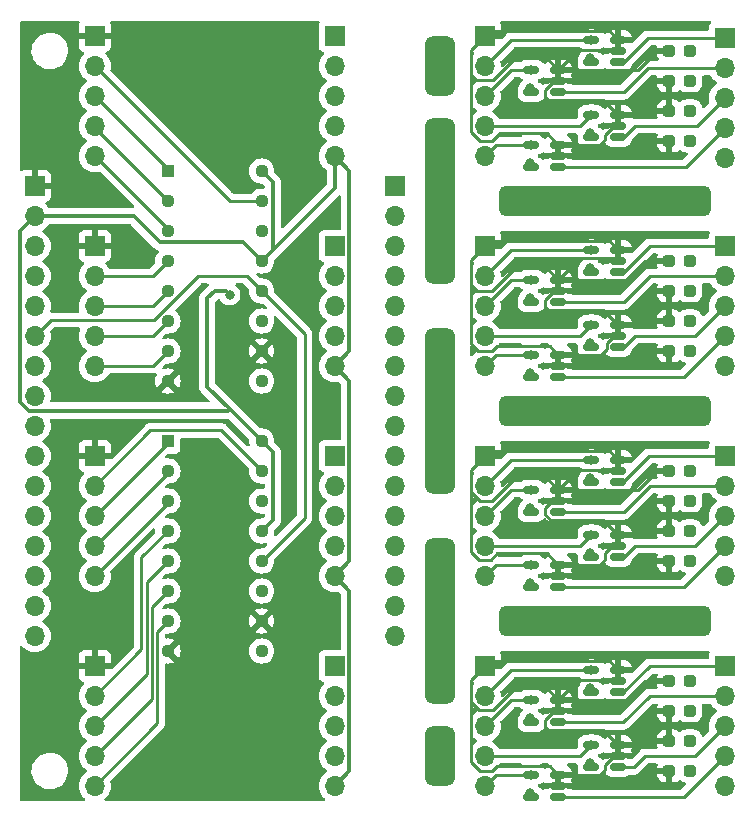
<source format=gbr>
%TF.GenerationSoftware,KiCad,Pcbnew,7.0.5*%
%TF.CreationDate,2023-12-08T14:02:35+09:00*%
%TF.ProjectId,analog_sw2,616e616c-6f67-45f7-9377-322e6b696361,rev?*%
%TF.SameCoordinates,Original*%
%TF.FileFunction,Copper,L1,Top*%
%TF.FilePolarity,Positive*%
%FSLAX46Y46*%
G04 Gerber Fmt 4.6, Leading zero omitted, Abs format (unit mm)*
G04 Created by KiCad (PCBNEW 7.0.5) date 2023-12-08 14:02:35*
%MOMM*%
%LPD*%
G01*
G04 APERTURE LIST*
G04 Aperture macros list*
%AMRoundRect*
0 Rectangle with rounded corners*
0 $1 Rounding radius*
0 $2 $3 $4 $5 $6 $7 $8 $9 X,Y pos of 4 corners*
0 Add a 4 corners polygon primitive as box body*
4,1,4,$2,$3,$4,$5,$6,$7,$8,$9,$2,$3,0*
0 Add four circle primitives for the rounded corners*
1,1,$1+$1,$2,$3*
1,1,$1+$1,$4,$5*
1,1,$1+$1,$6,$7*
1,1,$1+$1,$8,$9*
0 Add four rect primitives between the rounded corners*
20,1,$1+$1,$2,$3,$4,$5,0*
20,1,$1+$1,$4,$5,$6,$7,0*
20,1,$1+$1,$6,$7,$8,$9,0*
20,1,$1+$1,$8,$9,$2,$3,0*%
G04 Aperture macros list end*
%TA.AperFunction,ComponentPad*%
%ADD10RoundRect,0.650000X0.650000X-1.850000X0.650000X1.850000X-0.650000X1.850000X-0.650000X-1.850000X0*%
%TD*%
%TA.AperFunction,ComponentPad*%
%ADD11RoundRect,0.650000X0.650000X-6.350000X0.650000X6.350000X-0.650000X6.350000X-0.650000X-6.350000X0*%
%TD*%
%TA.AperFunction,ComponentPad*%
%ADD12RoundRect,0.650000X-8.350000X-0.650000X8.350000X-0.650000X8.350000X0.650000X-8.350000X0.650000X0*%
%TD*%
%TA.AperFunction,ComponentPad*%
%ADD13R,1.700000X1.700000*%
%TD*%
%TA.AperFunction,ComponentPad*%
%ADD14O,1.700000X1.700000*%
%TD*%
%TA.AperFunction,SMDPad,CuDef*%
%ADD15RoundRect,0.237500X-0.287500X-0.237500X0.287500X-0.237500X0.287500X0.237500X-0.287500X0.237500X0*%
%TD*%
%TA.AperFunction,SMDPad,CuDef*%
%ADD16RoundRect,0.150000X0.512500X0.150000X-0.512500X0.150000X-0.512500X-0.150000X0.512500X-0.150000X0*%
%TD*%
%TA.AperFunction,ComponentPad*%
%ADD17R,1.130000X1.130000*%
%TD*%
%TA.AperFunction,ComponentPad*%
%ADD18C,1.130000*%
%TD*%
%TA.AperFunction,ViaPad*%
%ADD19C,0.800000*%
%TD*%
%TA.AperFunction,Conductor*%
%ADD20C,0.375000*%
%TD*%
%TA.AperFunction,Conductor*%
%ADD21C,0.250000*%
%TD*%
G04 APERTURE END LIST*
D10*
%TO.P,P1,*%
%TO.N,*%
X171450000Y-63500000D03*
%TD*%
%TO.P,P5,*%
%TO.N,*%
X171450000Y-121920000D03*
%TD*%
D11*
%TO.P,P4,*%
%TO.N,*%
X171450000Y-110490000D03*
%TD*%
%TO.P,P3,*%
%TO.N,*%
X171450000Y-92710000D03*
%TD*%
%TO.P,P2,*%
%TO.N,*%
X171450000Y-74930000D03*
%TD*%
D12*
%TO.P,P6,*%
%TO.N,*%
X185420000Y-74930000D03*
%TD*%
%TO.P,P7,*%
%TO.N,*%
X185420000Y-92710000D03*
%TD*%
%TO.P,P8,*%
%TO.N,*%
X185420000Y-110490000D03*
%TD*%
D13*
%TO.P,J1,1,Pin_1*%
%TO.N,GND1*%
X175260000Y-60965000D03*
D14*
%TO.P,J1,2,Pin_2*%
%TO.N,K1*%
X175260000Y-63505000D03*
%TO.P,J1,3,Pin_3*%
%TO.N,K2*%
X175260000Y-66045000D03*
%TO.P,J1,4,Pin_4*%
%TO.N,K3*%
X175260000Y-68585000D03*
%TO.P,J1,5,Pin_5*%
%TO.N,K4*%
X175260000Y-71125000D03*
%TD*%
D13*
%TO.P,J16,1,Pin_1*%
%TO.N,_S13*%
X162560000Y-114305000D03*
D14*
%TO.P,J16,2,Pin_2*%
%TO.N,_S14*%
X162560000Y-116845000D03*
%TO.P,J16,3,Pin_3*%
%TO.N,_S15*%
X162560000Y-119385000D03*
%TO.P,J16,4,Pin_4*%
%TO.N,_S16*%
X162560000Y-121925000D03*
%TO.P,J16,5,Pin_5*%
%TO.N,VCC*%
X162560000Y-124465000D03*
%TD*%
D15*
%TO.P,D9,1,K*%
%TO.N,GND3*%
X190895000Y-97790000D03*
%TO.P,D9,2,A*%
%TO.N,Net-(D9-Pad2)*%
X192645000Y-97790000D03*
%TD*%
D16*
%TO.P,U8,1*%
%TO.N,S14*%
X181477500Y-119070000D03*
%TO.P,U8,2*%
%TO.N,GNDA*%
X181477500Y-118120000D03*
%TO.P,U8,3,GND*%
X181477500Y-117170000D03*
%TO.P,U8,4*%
%TO.N,K14*%
X179202500Y-117170000D03*
%TO.P,U8,5,V+*%
%TO.N,+3.3VDAC*%
X179202500Y-119070000D03*
%TD*%
%TO.P,U11,1*%
%TO.N,S11*%
X186557500Y-105090000D03*
%TO.P,U11,2*%
%TO.N,GND3*%
X186557500Y-104140000D03*
%TO.P,U11,3,GND*%
X186557500Y-103190000D03*
%TO.P,U11,4*%
%TO.N,K11*%
X184282500Y-103190000D03*
%TO.P,U11,5,V+*%
%TO.N,+3.3VADC*%
X184282500Y-105090000D03*
%TD*%
D15*
%TO.P,D6,1,K*%
%TO.N,GND2*%
X190895000Y-82550000D03*
%TO.P,D6,2,A*%
%TO.N,Net-(D6-Pad2)*%
X192645000Y-82550000D03*
%TD*%
D17*
%TO.P,U17,1,QB*%
%TO.N,_K2*%
X148430000Y-72395000D03*
D18*
%TO.P,U17,2,QC*%
%TO.N,_K3*%
X148430000Y-74935000D03*
%TO.P,U17,3,QD*%
%TO.N,_K4*%
X148430000Y-77475000D03*
%TO.P,U17,4,QE*%
%TO.N,_K5*%
X148430000Y-80015000D03*
%TO.P,U17,5,QF*%
%TO.N,_K6*%
X148430000Y-82555000D03*
%TO.P,U17,6,QG*%
%TO.N,_K7*%
X148430000Y-85095000D03*
%TO.P,U17,7,QH*%
%TO.N,_K8*%
X148430000Y-87635000D03*
%TO.P,U17,8,GND*%
%TO.N,GND*%
X148430000Y-90175000D03*
%TO.P,U17,9,QH'*%
%TO.N,Net-(U17-Pad9)*%
X156370000Y-90175000D03*
%TO.P,U17,10,~{SRCLR}*%
%TO.N,GND*%
X156370000Y-87635000D03*
%TO.P,U17,11,SRCLK*%
%TO.N,_SRCLK*%
X156370000Y-85095000D03*
%TO.P,U17,12,RCLK*%
%TO.N,_RCLK*%
X156370000Y-82555000D03*
%TO.P,U17,13,~{OE}*%
%TO.N,VCC*%
X156370000Y-80015000D03*
%TO.P,U17,14,SER*%
%TO.N,_SER*%
X156370000Y-77475000D03*
%TO.P,U17,15,QA*%
%TO.N,_K1*%
X156370000Y-74935000D03*
%TO.P,U17,16,VCC*%
%TO.N,VCC*%
X156370000Y-72395000D03*
%TD*%
D13*
%TO.P,J7,1,Pin_1*%
%TO.N,S9*%
X195580000Y-96525000D03*
D14*
%TO.P,J7,2,Pin_2*%
%TO.N,S10*%
X195580000Y-99065000D03*
%TO.P,J7,3,Pin_3*%
%TO.N,S11*%
X195580000Y-101605000D03*
%TO.P,J7,4,Pin_4*%
%TO.N,S12*%
X195580000Y-104145000D03*
%TO.P,J7,5,Pin_5*%
%TO.N,+3.3VADC*%
X195580000Y-106685000D03*
%TD*%
D15*
%TO.P,D15,1,K*%
%TO.N,GNDA*%
X190895000Y-120650000D03*
%TO.P,D15,2,A*%
%TO.N,Net-(D15-Pad2)*%
X192645000Y-120650000D03*
%TD*%
D16*
%TO.P,U4,1*%
%TO.N,S13*%
X186557500Y-116530000D03*
%TO.P,U4,2*%
%TO.N,GNDA*%
X186557500Y-115580000D03*
%TO.P,U4,3,GND*%
X186557500Y-114630000D03*
%TO.P,U4,4*%
%TO.N,K13*%
X184282500Y-114630000D03*
%TO.P,U4,5,V+*%
%TO.N,+3.3VDAC*%
X184282500Y-116530000D03*
%TD*%
D13*
%TO.P,J10,1,Pin_1*%
%TO.N,GND*%
X142240000Y-78750000D03*
D14*
%TO.P,J10,2,Pin_2*%
%TO.N,_K5*%
X142240000Y-81290000D03*
%TO.P,J10,3,Pin_3*%
%TO.N,_K6*%
X142240000Y-83830000D03*
%TO.P,J10,4,Pin_4*%
%TO.N,_K7*%
X142240000Y-86370000D03*
%TO.P,J10,5,Pin_5*%
%TO.N,_K8*%
X142240000Y-88910000D03*
%TD*%
D16*
%TO.P,U9,1*%
%TO.N,S3*%
X186557500Y-69530000D03*
%TO.P,U9,2*%
%TO.N,GND1*%
X186557500Y-68580000D03*
%TO.P,U9,3,GND*%
X186557500Y-67630000D03*
%TO.P,U9,4*%
%TO.N,K3*%
X184282500Y-67630000D03*
%TO.P,U9,5,V+*%
%TO.N,+3.3V*%
X184282500Y-69530000D03*
%TD*%
D13*
%TO.P,J2,1,Pin_1*%
%TO.N,GND2*%
X175260000Y-78740000D03*
D14*
%TO.P,J2,2,Pin_2*%
%TO.N,K5*%
X175260000Y-81280000D03*
%TO.P,J2,3,Pin_3*%
%TO.N,K6*%
X175260000Y-83820000D03*
%TO.P,J2,4,Pin_4*%
%TO.N,K7*%
X175260000Y-86360000D03*
%TO.P,J2,5,Pin_5*%
%TO.N,K8*%
X175260000Y-88900000D03*
%TD*%
D13*
%TO.P,J17,1,Pin_1*%
%TO.N,GND*%
X137160000Y-73665000D03*
D14*
%TO.P,J17,2,Pin_2*%
%TO.N,VCC*%
X137160000Y-76205000D03*
%TO.P,J17,3,Pin_3*%
%TO.N,unconnected-(J17-Pad3)*%
X137160000Y-78745000D03*
%TO.P,J17,4,Pin_4*%
%TO.N,_SER*%
X137160000Y-81285000D03*
%TO.P,J17,5,Pin_5*%
%TO.N,_SRCLK*%
X137160000Y-83825000D03*
%TO.P,J17,6,Pin_6*%
%TO.N,_RCLK*%
X137160000Y-86365000D03*
%TO.P,J17,7,Pin_7*%
%TO.N,unconnected-(J17-Pad7)*%
X137160000Y-88905000D03*
%TO.P,J17,8,Pin_8*%
%TO.N,unconnected-(J17-Pad8)*%
X137160000Y-91445000D03*
%TO.P,J17,9,Pin_9*%
%TO.N,unconnected-(J17-Pad9)*%
X137160000Y-93985000D03*
%TO.P,J17,10,Pin_10*%
%TO.N,unconnected-(J17-Pad10)*%
X137160000Y-96525000D03*
%TO.P,J17,11,Pin_11*%
%TO.N,unconnected-(J17-Pad11)*%
X137160000Y-99065000D03*
%TO.P,J17,12,Pin_12*%
%TO.N,unconnected-(J17-Pad12)*%
X137160000Y-101605000D03*
%TO.P,J17,13,Pin_13*%
%TO.N,unconnected-(J17-Pad13)*%
X137160000Y-104145000D03*
%TO.P,J17,14,Pin_14*%
%TO.N,unconnected-(J17-Pad14)*%
X137160000Y-106685000D03*
%TO.P,J17,15,Pin_15*%
%TO.N,unconnected-(J17-Pad15)*%
X137160000Y-109225000D03*
%TO.P,J17,16,Pin_16*%
%TO.N,unconnected-(J17-Pad16)*%
X137160000Y-111765000D03*
%TD*%
D15*
%TO.P,D12,1,K*%
%TO.N,GND3*%
X190895000Y-105410000D03*
%TO.P,D12,2,A*%
%TO.N,Net-(D12-Pad2)*%
X192645000Y-105410000D03*
%TD*%
%TO.P,D8,1,K*%
%TO.N,GND2*%
X190895000Y-87630000D03*
%TO.P,D8,2,A*%
%TO.N,Net-(D8-Pad2)*%
X192645000Y-87630000D03*
%TD*%
D13*
%TO.P,J14,1,Pin_1*%
%TO.N,_S5*%
X162560000Y-78750000D03*
D14*
%TO.P,J14,2,Pin_2*%
%TO.N,_S6*%
X162560000Y-81290000D03*
%TO.P,J14,3,Pin_3*%
%TO.N,_S7*%
X162560000Y-83830000D03*
%TO.P,J14,4,Pin_4*%
%TO.N,_S8*%
X162560000Y-86370000D03*
%TO.P,J14,5,Pin_5*%
%TO.N,VCC*%
X162560000Y-88910000D03*
%TD*%
D13*
%TO.P,J8,1,Pin_1*%
%TO.N,S13*%
X195580000Y-114315000D03*
D14*
%TO.P,J8,2,Pin_2*%
%TO.N,S14*%
X195580000Y-116855000D03*
%TO.P,J8,3,Pin_3*%
%TO.N,S15*%
X195580000Y-119395000D03*
%TO.P,J8,4,Pin_4*%
%TO.N,S16*%
X195580000Y-121935000D03*
%TO.P,J8,5,Pin_5*%
%TO.N,+3.3VDAC*%
X195580000Y-124475000D03*
%TD*%
D13*
%TO.P,J18,1,Pin_1*%
%TO.N,_S1*%
X167640000Y-73660000D03*
D14*
%TO.P,J18,2,Pin_2*%
%TO.N,_S2*%
X167640000Y-76200000D03*
%TO.P,J18,3,Pin_3*%
%TO.N,_S3*%
X167640000Y-78740000D03*
%TO.P,J18,4,Pin_4*%
%TO.N,_S4*%
X167640000Y-81280000D03*
%TO.P,J18,5,Pin_5*%
%TO.N,_S5*%
X167640000Y-83820000D03*
%TO.P,J18,6,Pin_6*%
%TO.N,_S6*%
X167640000Y-86360000D03*
%TO.P,J18,7,Pin_7*%
%TO.N,_S7*%
X167640000Y-88900000D03*
%TO.P,J18,8,Pin_8*%
%TO.N,_S8*%
X167640000Y-91440000D03*
%TO.P,J18,9,Pin_9*%
%TO.N,_S9*%
X167640000Y-93980000D03*
%TO.P,J18,10,Pin_10*%
%TO.N,_S10*%
X167640000Y-96520000D03*
%TO.P,J18,11,Pin_11*%
%TO.N,_S11*%
X167640000Y-99060000D03*
%TO.P,J18,12,Pin_12*%
%TO.N,_S12*%
X167640000Y-101600000D03*
%TO.P,J18,13,Pin_13*%
%TO.N,_S13*%
X167640000Y-104140000D03*
%TO.P,J18,14,Pin_14*%
%TO.N,_S14*%
X167640000Y-106680000D03*
%TO.P,J18,15,Pin_15*%
%TO.N,_S15*%
X167640000Y-109220000D03*
%TO.P,J18,16,Pin_16*%
%TO.N,_S16*%
X167640000Y-111760000D03*
%TD*%
D13*
%TO.P,J12,1,Pin_1*%
%TO.N,GND*%
X142240000Y-114305000D03*
D14*
%TO.P,J12,2,Pin_2*%
%TO.N,_K13*%
X142240000Y-116845000D03*
%TO.P,J12,3,Pin_3*%
%TO.N,_K14*%
X142240000Y-119385000D03*
%TO.P,J12,4,Pin_4*%
%TO.N,_K15*%
X142240000Y-121925000D03*
%TO.P,J12,5,Pin_5*%
%TO.N,_K16*%
X142240000Y-124465000D03*
%TD*%
D17*
%TO.P,U18,1,QB*%
%TO.N,_K10*%
X148430000Y-95255000D03*
D18*
%TO.P,U18,2,QC*%
%TO.N,_K11*%
X148430000Y-97795000D03*
%TO.P,U18,3,QD*%
%TO.N,_K12*%
X148430000Y-100335000D03*
%TO.P,U18,4,QE*%
%TO.N,_K13*%
X148430000Y-102875000D03*
%TO.P,U18,5,QF*%
%TO.N,_K14*%
X148430000Y-105415000D03*
%TO.P,U18,6,QG*%
%TO.N,_K15*%
X148430000Y-107955000D03*
%TO.P,U18,7,QH*%
%TO.N,_K16*%
X148430000Y-110495000D03*
%TO.P,U18,8,GND*%
%TO.N,GND*%
X148430000Y-113035000D03*
%TO.P,U18,9,QH'*%
%TO.N,unconnected-(U18-Pad9)*%
X156370000Y-113035000D03*
%TO.P,U18,10,~{SRCLR}*%
%TO.N,GND*%
X156370000Y-110495000D03*
%TO.P,U18,11,SRCLK*%
%TO.N,_SRCLK*%
X156370000Y-107955000D03*
%TO.P,U18,12,RCLK*%
%TO.N,_RCLK*%
X156370000Y-105415000D03*
%TO.P,U18,13,~{OE}*%
%TO.N,VCC*%
X156370000Y-102875000D03*
%TO.P,U18,14,SER*%
%TO.N,Net-(U17-Pad9)*%
X156370000Y-100335000D03*
%TO.P,U18,15,QA*%
%TO.N,_K9*%
X156370000Y-97795000D03*
%TO.P,U18,16,VCC*%
%TO.N,VCC*%
X156370000Y-95255000D03*
%TD*%
D13*
%TO.P,J4,1,Pin_1*%
%TO.N,GNDA*%
X175260000Y-114310000D03*
D14*
%TO.P,J4,2,Pin_2*%
%TO.N,K13*%
X175260000Y-116850000D03*
%TO.P,J4,3,Pin_3*%
%TO.N,K14*%
X175260000Y-119390000D03*
%TO.P,J4,4,Pin_4*%
%TO.N,K15*%
X175260000Y-121930000D03*
%TO.P,J4,5,Pin_5*%
%TO.N,K16*%
X175260000Y-124470000D03*
%TD*%
D15*
%TO.P,D4,1,K*%
%TO.N,GND1*%
X190895000Y-69850000D03*
%TO.P,D4,2,A*%
%TO.N,Net-(D4-Pad2)*%
X192645000Y-69850000D03*
%TD*%
D13*
%TO.P,J3,1,Pin_1*%
%TO.N,GND3*%
X175260000Y-96520000D03*
D14*
%TO.P,J3,2,Pin_2*%
%TO.N,K9*%
X175260000Y-99060000D03*
%TO.P,J3,3,Pin_3*%
%TO.N,K10*%
X175260000Y-101600000D03*
%TO.P,J3,4,Pin_4*%
%TO.N,K11*%
X175260000Y-104140000D03*
%TO.P,J3,5,Pin_5*%
%TO.N,K12*%
X175260000Y-106680000D03*
%TD*%
D15*
%TO.P,D11,1,K*%
%TO.N,GND3*%
X190895000Y-102870000D03*
%TO.P,D11,2,A*%
%TO.N,Net-(D11-Pad2)*%
X192645000Y-102870000D03*
%TD*%
D16*
%TO.P,U5,1*%
%TO.N,S2*%
X181477500Y-65720000D03*
%TO.P,U5,2*%
%TO.N,GND1*%
X181477500Y-64770000D03*
%TO.P,U5,3,GND*%
X181477500Y-63820000D03*
%TO.P,U5,4*%
%TO.N,K2*%
X179202500Y-63820000D03*
%TO.P,U5,5,V+*%
%TO.N,+3.3V*%
X179202500Y-65720000D03*
%TD*%
D13*
%TO.P,J6,1,Pin_1*%
%TO.N,S5*%
X195580000Y-78745000D03*
D14*
%TO.P,J6,2,Pin_2*%
%TO.N,S6*%
X195580000Y-81285000D03*
%TO.P,J6,3,Pin_3*%
%TO.N,S7*%
X195580000Y-83825000D03*
%TO.P,J6,4,Pin_4*%
%TO.N,S8*%
X195580000Y-86365000D03*
%TO.P,J6,5,Pin_5*%
%TO.N,+3.3VA*%
X195580000Y-88905000D03*
%TD*%
D15*
%TO.P,D7,1,K*%
%TO.N,GND2*%
X190895000Y-85090000D03*
%TO.P,D7,2,A*%
%TO.N,Net-(D7-Pad2)*%
X192645000Y-85090000D03*
%TD*%
%TO.P,D14,1,K*%
%TO.N,GNDA*%
X190895000Y-118110000D03*
%TO.P,D14,2,A*%
%TO.N,Net-(D14-Pad2)*%
X192645000Y-118110000D03*
%TD*%
%TO.P,D3,1,K*%
%TO.N,GND1*%
X190895000Y-67310000D03*
%TO.P,D3,2,A*%
%TO.N,Net-(D3-Pad2)*%
X192645000Y-67310000D03*
%TD*%
D13*
%TO.P,J13,1,Pin_1*%
%TO.N,_S1*%
X162560000Y-60970000D03*
D14*
%TO.P,J13,2,Pin_2*%
%TO.N,_S2*%
X162560000Y-63510000D03*
%TO.P,J13,3,Pin_3*%
%TO.N,_S3*%
X162560000Y-66050000D03*
%TO.P,J13,4,Pin_4*%
%TO.N,_S4*%
X162560000Y-68590000D03*
%TO.P,J13,5,Pin_5*%
%TO.N,VCC*%
X162560000Y-71130000D03*
%TD*%
D13*
%TO.P,J5,1,Pin_1*%
%TO.N,S1*%
X195580000Y-61131000D03*
D14*
%TO.P,J5,2,Pin_2*%
%TO.N,S2*%
X195580000Y-63671000D03*
%TO.P,J5,3,Pin_3*%
%TO.N,S3*%
X195580000Y-66211000D03*
%TO.P,J5,4,Pin_4*%
%TO.N,S4*%
X195580000Y-68751000D03*
%TO.P,J5,5,Pin_5*%
%TO.N,+3.3V*%
X195580000Y-71291000D03*
%TD*%
D13*
%TO.P,J11,1,Pin_1*%
%TO.N,GND*%
X142240000Y-96530000D03*
D14*
%TO.P,J11,2,Pin_2*%
%TO.N,_K9*%
X142240000Y-99070000D03*
%TO.P,J11,3,Pin_3*%
%TO.N,_K10*%
X142240000Y-101610000D03*
%TO.P,J11,4,Pin_4*%
%TO.N,_K11*%
X142240000Y-104150000D03*
%TO.P,J11,5,Pin_5*%
%TO.N,_K12*%
X142240000Y-106690000D03*
%TD*%
D15*
%TO.P,D1,1,K*%
%TO.N,GND1*%
X190895000Y-62230000D03*
%TO.P,D1,2,A*%
%TO.N,Net-(D1-Pad2)*%
X192645000Y-62230000D03*
%TD*%
D16*
%TO.P,U2,1*%
%TO.N,S5*%
X186557500Y-80960000D03*
%TO.P,U2,2*%
%TO.N,GND2*%
X186557500Y-80010000D03*
%TO.P,U2,3,GND*%
X186557500Y-79060000D03*
%TO.P,U2,4*%
%TO.N,K5*%
X184282500Y-79060000D03*
%TO.P,U2,5,V+*%
%TO.N,+3.3VA*%
X184282500Y-80960000D03*
%TD*%
%TO.P,U1,1*%
%TO.N,S1*%
X186557500Y-63180000D03*
%TO.P,U1,2*%
%TO.N,GND1*%
X186557500Y-62230000D03*
%TO.P,U1,3,GND*%
X186557500Y-61280000D03*
%TO.P,U1,4*%
%TO.N,K1*%
X184282500Y-61280000D03*
%TO.P,U1,5,V+*%
%TO.N,+3.3V*%
X184282500Y-63180000D03*
%TD*%
%TO.P,U15,1*%
%TO.N,S12*%
X181477500Y-107630000D03*
%TO.P,U15,2*%
%TO.N,GND3*%
X181477500Y-106680000D03*
%TO.P,U15,3,GND*%
X181477500Y-105730000D03*
%TO.P,U15,4*%
%TO.N,K12*%
X179202500Y-105730000D03*
%TO.P,U15,5,V+*%
%TO.N,+3.3VADC*%
X179202500Y-107630000D03*
%TD*%
D13*
%TO.P,J15,1,Pin_1*%
%TO.N,_S9*%
X162560000Y-96530000D03*
D14*
%TO.P,J15,2,Pin_2*%
%TO.N,_S10*%
X162560000Y-99070000D03*
%TO.P,J15,3,Pin_3*%
%TO.N,_S11*%
X162560000Y-101610000D03*
%TO.P,J15,4,Pin_4*%
%TO.N,_S12*%
X162560000Y-104150000D03*
%TO.P,J15,5,Pin_5*%
%TO.N,VCC*%
X162560000Y-106690000D03*
%TD*%
D16*
%TO.P,U16,1*%
%TO.N,S16*%
X181477500Y-125420000D03*
%TO.P,U16,2*%
%TO.N,GNDA*%
X181477500Y-124470000D03*
%TO.P,U16,3,GND*%
X181477500Y-123520000D03*
%TO.P,U16,4*%
%TO.N,K16*%
X179202500Y-123520000D03*
%TO.P,U16,5,V+*%
%TO.N,+3.3VDAC*%
X179202500Y-125420000D03*
%TD*%
%TO.P,U3,1*%
%TO.N,S9*%
X186557500Y-98740000D03*
%TO.P,U3,2*%
%TO.N,GND3*%
X186557500Y-97790000D03*
%TO.P,U3,3,GND*%
X186557500Y-96840000D03*
%TO.P,U3,4*%
%TO.N,K9*%
X184282500Y-96840000D03*
%TO.P,U3,5,V+*%
%TO.N,+3.3VADC*%
X184282500Y-98740000D03*
%TD*%
%TO.P,U10,1*%
%TO.N,S7*%
X186557500Y-87310000D03*
%TO.P,U10,2*%
%TO.N,GND2*%
X186557500Y-86360000D03*
%TO.P,U10,3,GND*%
X186557500Y-85410000D03*
%TO.P,U10,4*%
%TO.N,K7*%
X184282500Y-85410000D03*
%TO.P,U10,5,V+*%
%TO.N,+3.3VA*%
X184282500Y-87310000D03*
%TD*%
%TO.P,U12,1*%
%TO.N,S15*%
X186557500Y-122880000D03*
%TO.P,U12,2*%
%TO.N,GNDA*%
X186557500Y-121930000D03*
%TO.P,U12,3,GND*%
X186557500Y-120980000D03*
%TO.P,U12,4*%
%TO.N,K15*%
X184282500Y-120980000D03*
%TO.P,U12,5,V+*%
%TO.N,+3.3VDAC*%
X184282500Y-122880000D03*
%TD*%
%TO.P,U14,1*%
%TO.N,S8*%
X181477500Y-89850000D03*
%TO.P,U14,2*%
%TO.N,GND2*%
X181477500Y-88900000D03*
%TO.P,U14,3,GND*%
X181477500Y-87950000D03*
%TO.P,U14,4*%
%TO.N,K8*%
X179202500Y-87950000D03*
%TO.P,U14,5,V+*%
%TO.N,+3.3VA*%
X179202500Y-89850000D03*
%TD*%
%TO.P,U7,1*%
%TO.N,S10*%
X181477500Y-101280000D03*
%TO.P,U7,2*%
%TO.N,GND3*%
X181477500Y-100330000D03*
%TO.P,U7,3,GND*%
X181477500Y-99380000D03*
%TO.P,U7,4*%
%TO.N,K10*%
X179202500Y-99380000D03*
%TO.P,U7,5,V+*%
%TO.N,+3.3VADC*%
X179202500Y-101280000D03*
%TD*%
%TO.P,U6,1*%
%TO.N,S6*%
X181477500Y-83500000D03*
%TO.P,U6,2*%
%TO.N,GND2*%
X181477500Y-82550000D03*
%TO.P,U6,3,GND*%
X181477500Y-81600000D03*
%TO.P,U6,4*%
%TO.N,K6*%
X179202500Y-81600000D03*
%TO.P,U6,5,V+*%
%TO.N,+3.3VA*%
X179202500Y-83500000D03*
%TD*%
D15*
%TO.P,D13,1,K*%
%TO.N,GNDA*%
X190895000Y-115570000D03*
%TO.P,D13,2,A*%
%TO.N,Net-(D13-Pad2)*%
X192645000Y-115570000D03*
%TD*%
%TO.P,D2,1,K*%
%TO.N,GND1*%
X190895000Y-64770000D03*
%TO.P,D2,2,A*%
%TO.N,Net-(D2-Pad2)*%
X192645000Y-64770000D03*
%TD*%
D16*
%TO.P,U13,1*%
%TO.N,S4*%
X181477500Y-72070000D03*
%TO.P,U13,2*%
%TO.N,GND1*%
X181477500Y-71120000D03*
%TO.P,U13,3,GND*%
X181477500Y-70170000D03*
%TO.P,U13,4*%
%TO.N,K4*%
X179202500Y-70170000D03*
%TO.P,U13,5,V+*%
%TO.N,+3.3V*%
X179202500Y-72070000D03*
%TD*%
D13*
%TO.P,J9,1,Pin_1*%
%TO.N,GND*%
X142240000Y-60970000D03*
D14*
%TO.P,J9,2,Pin_2*%
%TO.N,_K1*%
X142240000Y-63510000D03*
%TO.P,J9,3,Pin_3*%
%TO.N,_K2*%
X142240000Y-66050000D03*
%TO.P,J9,4,Pin_4*%
%TO.N,_K3*%
X142240000Y-68590000D03*
%TO.P,J9,5,Pin_5*%
%TO.N,_K4*%
X142240000Y-71130000D03*
%TD*%
D15*
%TO.P,D16,1,K*%
%TO.N,GNDA*%
X190895000Y-123190000D03*
%TO.P,D16,2,A*%
%TO.N,Net-(D16-Pad2)*%
X192645000Y-123190000D03*
%TD*%
%TO.P,D10,1,K*%
%TO.N,GND3*%
X190895000Y-100330000D03*
%TO.P,D10,2,A*%
%TO.N,Net-(D10-Pad2)*%
X192645000Y-100330000D03*
%TD*%
%TO.P,D5,1,K*%
%TO.N,GND2*%
X190895000Y-80010000D03*
%TO.P,D5,2,A*%
%TO.N,Net-(D5-Pad2)*%
X192645000Y-80010000D03*
%TD*%
D19*
%TO.N,GND*%
X153670000Y-107635000D03*
X153670000Y-84775000D03*
X149225000Y-118745000D03*
X149225000Y-121920000D03*
X155575000Y-121920000D03*
X155575000Y-118745000D03*
X155575000Y-62230000D03*
X155575000Y-65405000D03*
X149225000Y-65405000D03*
X149225000Y-62230000D03*
%TO.N,VCC*%
X153670000Y-82875000D03*
%TO.N,+3.3VDAC*%
X179070000Y-125095000D03*
X184150000Y-122555000D03*
X179070000Y-118745000D03*
X184150000Y-116205000D03*
%TO.N,+3.3VADC*%
X179070000Y-107315000D03*
X184150000Y-104775000D03*
X179070000Y-100965000D03*
X184150000Y-98425000D03*
%TO.N,+3.3VA*%
X179070000Y-89535000D03*
X179070000Y-83185000D03*
X184150000Y-86995000D03*
X184150000Y-80645000D03*
%TO.N,+3.3V*%
X179070000Y-71755000D03*
X179070000Y-65405000D03*
X184150000Y-69215000D03*
X184150000Y-62865000D03*
%TO.N,K1*%
X184282500Y-61280000D03*
%TO.N,K2*%
X179202500Y-63820000D03*
%TO.N,K3*%
X184282500Y-67630000D03*
%TO.N,K4*%
X179202500Y-70170000D03*
%TO.N,K5*%
X184282500Y-79060000D03*
%TO.N,K6*%
X179202500Y-81600000D03*
%TO.N,K7*%
X184282500Y-85410000D03*
%TO.N,K8*%
X179202500Y-87950000D03*
%TO.N,K9*%
X184282500Y-96840000D03*
%TO.N,K10*%
X179202500Y-99380000D03*
%TO.N,K11*%
X184282500Y-103190000D03*
%TO.N,K12*%
X179202500Y-105730000D03*
%TO.N,K13*%
X184282500Y-114630000D03*
%TO.N,K15*%
X184282500Y-120980000D03*
%TO.N,K14*%
X179202500Y-117170000D03*
%TO.N,K16*%
X179202500Y-123520000D03*
%TO.N,Net-(D4-Pad2)*%
X192682500Y-69850000D03*
%TO.N,Net-(D3-Pad2)*%
X192682500Y-67310000D03*
%TO.N,Net-(D1-Pad2)*%
X192682500Y-62230000D03*
%TO.N,Net-(D2-Pad2)*%
X192682500Y-64770000D03*
%TO.N,Net-(D9-Pad2)*%
X192682500Y-97790000D03*
%TO.N,Net-(D10-Pad2)*%
X192682500Y-100330000D03*
%TO.N,Net-(D11-Pad2)*%
X192682500Y-102870000D03*
%TO.N,Net-(D12-Pad2)*%
X192682500Y-105410000D03*
%TO.N,Net-(D15-Pad2)*%
X192682500Y-120650000D03*
%TO.N,Net-(D14-Pad2)*%
X192682500Y-118110000D03*
%TO.N,Net-(D13-Pad2)*%
X192682500Y-115570000D03*
%TO.N,Net-(D16-Pad2)*%
X192682500Y-123190000D03*
%TO.N,Net-(D8-Pad2)*%
X192682500Y-87630000D03*
%TO.N,Net-(D7-Pad2)*%
X192682500Y-85090000D03*
%TO.N,Net-(D6-Pad2)*%
X192682500Y-82550000D03*
%TO.N,Net-(D5-Pad2)*%
X192682500Y-80010000D03*
%TD*%
D20*
%TO.N,VCC*%
X151765000Y-90650000D02*
X153670000Y-92555000D01*
X153345000Y-82550000D02*
X152400000Y-82550000D01*
X153670000Y-82875000D02*
X153345000Y-82550000D01*
X152400000Y-82550000D02*
X151765000Y-83185000D01*
X151765000Y-83185000D02*
X151765000Y-90650000D01*
D21*
%TO.N,GND1*%
X176533604Y-69215000D02*
X180522500Y-69215000D01*
X175898604Y-69850000D02*
X176533604Y-69215000D01*
X180522500Y-69215000D02*
X181477500Y-70170000D01*
X174085000Y-69071701D02*
X174863299Y-69850000D01*
X174863299Y-69850000D02*
X175898604Y-69850000D01*
X174085000Y-64230000D02*
X174085000Y-69071701D01*
%TO.N,GND3*%
X176286701Y-104775000D02*
X180522500Y-104775000D01*
X180522500Y-104775000D02*
X181477500Y-105730000D01*
X175746701Y-105315000D02*
X176286701Y-104775000D01*
X174773299Y-105315000D02*
X175746701Y-105315000D01*
X174085000Y-104626701D02*
X174773299Y-105315000D01*
X174085000Y-99546701D02*
X174085000Y-104626701D01*
%TO.N,GNDA*%
X176298604Y-122795000D02*
X180752500Y-122795000D01*
X175903604Y-123190000D02*
X176298604Y-122795000D01*
X174858299Y-123190000D02*
X175903604Y-123190000D01*
X174085000Y-117336701D02*
X174085000Y-122416701D01*
X174085000Y-122416701D02*
X174858299Y-123190000D01*
X180752500Y-122795000D02*
X181477500Y-123520000D01*
%TO.N,GND2*%
X176298604Y-87225000D02*
X180752500Y-87225000D01*
X180752500Y-87225000D02*
X181477500Y-87950000D01*
X175893604Y-87630000D02*
X176298604Y-87225000D01*
X174085000Y-87036701D02*
X174678299Y-87630000D01*
X174678299Y-87630000D02*
X175893604Y-87630000D01*
X174085000Y-82010000D02*
X174085000Y-87036701D01*
%TO.N,GNDA*%
X177808604Y-116205000D02*
X180512500Y-116205000D01*
X175988604Y-118025000D02*
X177808604Y-116205000D01*
X174773299Y-118025000D02*
X175988604Y-118025000D01*
X174085000Y-115485000D02*
X174085000Y-117336701D01*
X180512500Y-116205000D02*
X181477500Y-117170000D01*
X175260000Y-114310000D02*
X174085000Y-115485000D01*
X174085000Y-117336701D02*
X174773299Y-118025000D01*
%TO.N,GND1*%
X177803604Y-62865000D02*
X180522500Y-62865000D01*
X180522500Y-62865000D02*
X181477500Y-63820000D01*
X174085000Y-64230000D02*
X174535000Y-64680000D01*
X174535000Y-64680000D02*
X175988604Y-64680000D01*
X174085000Y-62140000D02*
X174085000Y-64230000D01*
X175260000Y-60965000D02*
X174085000Y-62140000D01*
X175988604Y-64680000D02*
X177803604Y-62865000D01*
%TO.N,GND3*%
X180522500Y-98425000D02*
X181477500Y-99380000D01*
X177798604Y-98425000D02*
X180522500Y-98425000D01*
X175894302Y-100329302D02*
X177798604Y-98425000D01*
X174867601Y-100329302D02*
X175894302Y-100329302D01*
X174085000Y-99546701D02*
X174867601Y-100329302D01*
X174085000Y-97695000D02*
X174085000Y-99546701D01*
X175260000Y-96520000D02*
X174085000Y-97695000D01*
%TO.N,GND2*%
X180522500Y-80645000D02*
X181477500Y-81600000D01*
X175893604Y-82550000D02*
X177798604Y-80645000D01*
X177798604Y-80645000D02*
X180522500Y-80645000D01*
X174085000Y-79915000D02*
X174085000Y-82010000D01*
X174625000Y-82550000D02*
X175893604Y-82550000D01*
X175260000Y-78740000D02*
X174085000Y-79915000D01*
X174085000Y-82010000D02*
X174625000Y-82550000D01*
%TO.N,GNDA*%
X181477500Y-123520000D02*
X181477500Y-124470000D01*
X186557500Y-120980000D02*
X186557500Y-121930000D01*
X181477500Y-117170000D02*
X181477500Y-118120000D01*
X186557500Y-114630000D02*
X186557500Y-115580000D01*
%TO.N,GND3*%
X181477500Y-105730000D02*
X181477500Y-106680000D01*
X186557500Y-103190000D02*
X186557500Y-104140000D01*
X181477500Y-99380000D02*
X181477500Y-100330000D01*
X186557500Y-96840000D02*
X186557500Y-97790000D01*
%TO.N,GND1*%
X181477500Y-70170000D02*
X181477500Y-71120000D01*
X186557500Y-67630000D02*
X186557500Y-68580000D01*
X181477500Y-63820000D02*
X181477500Y-64770000D01*
X186557500Y-61280000D02*
X186557500Y-62230000D01*
X189863604Y-62230000D02*
X190895000Y-62230000D01*
X188273604Y-63820000D02*
X189863604Y-62230000D01*
X181477500Y-63820000D02*
X188273604Y-63820000D01*
%TO.N,GND2*%
X188841751Y-80010000D02*
X190895000Y-80010000D01*
X187251751Y-81600000D02*
X188841751Y-80010000D01*
X181477500Y-81600000D02*
X187251751Y-81600000D01*
%TO.N,GND3*%
X189863604Y-97790000D02*
X190895000Y-97790000D01*
X188273604Y-99380000D02*
X189863604Y-97790000D01*
X181477500Y-99380000D02*
X188273604Y-99380000D01*
%TO.N,GNDA*%
X188851751Y-115570000D02*
X190895000Y-115570000D01*
X187251751Y-117170000D02*
X188851751Y-115570000D01*
X181477500Y-117170000D02*
X187251751Y-117170000D01*
X175260000Y-114310000D02*
X175665000Y-113905000D01*
X175665000Y-113905000D02*
X185832500Y-113905000D01*
X185832500Y-113905000D02*
X186557500Y-114630000D01*
%TO.N,GND3*%
X185832500Y-96115000D02*
X186557500Y-96840000D01*
X175665000Y-96115000D02*
X185832500Y-96115000D01*
X175260000Y-96520000D02*
X175665000Y-96115000D01*
%TO.N,GND2*%
X175665000Y-78335000D02*
X185832500Y-78335000D01*
X175260000Y-78740000D02*
X175665000Y-78335000D01*
X185832500Y-78335000D02*
X186557500Y-79060000D01*
%TO.N,GND1*%
X185832500Y-60555000D02*
X186557500Y-61280000D01*
X175670000Y-60555000D02*
X185832500Y-60555000D01*
X175260000Y-60965000D02*
X175670000Y-60555000D01*
D20*
%TO.N,VCC*%
X136647410Y-92682500D02*
X153542500Y-92682500D01*
X135922500Y-91957590D02*
X136647410Y-92682500D01*
X135922500Y-77442500D02*
X135922500Y-91957590D01*
X137160000Y-76205000D02*
X135922500Y-77442500D01*
X153542500Y-92682500D02*
X153670000Y-92555000D01*
X156370000Y-95255000D02*
X153670000Y-92555000D01*
D21*
%TO.N,_RCLK*%
X155095000Y-81280000D02*
X156370000Y-82555000D01*
X147261349Y-85005000D02*
X150986349Y-81280000D01*
X137160000Y-86365000D02*
X138520000Y-85005000D01*
X138520000Y-85005000D02*
X147261349Y-85005000D01*
X150986349Y-81280000D02*
X155095000Y-81280000D01*
D20*
%TO.N,VCC*%
X157322500Y-101922500D02*
X156370000Y-102875000D01*
X157322500Y-96207500D02*
X157322500Y-101922500D01*
X156370000Y-95255000D02*
X157322500Y-96207500D01*
X157322500Y-73347500D02*
X157322500Y-79062500D01*
X156370000Y-72395000D02*
X157322500Y-73347500D01*
X157322500Y-79062500D02*
X157245000Y-79140000D01*
X157245000Y-79140000D02*
X162560000Y-73825000D01*
X156370000Y-80015000D02*
X157245000Y-79140000D01*
X162560000Y-73825000D02*
X162560000Y-71130000D01*
X163797500Y-107927500D02*
X163797500Y-123227500D01*
X162560000Y-106690000D02*
X163797500Y-107927500D01*
X163797500Y-123227500D02*
X162560000Y-124465000D01*
X163797500Y-105452500D02*
X162560000Y-106690000D01*
X163797500Y-90147500D02*
X163797500Y-105452500D01*
X162560000Y-88910000D02*
X163797500Y-90147500D01*
X163797500Y-72367500D02*
X163797500Y-87672500D01*
X162560000Y-71130000D02*
X163797500Y-72367500D01*
X163797500Y-87672500D02*
X162560000Y-88910000D01*
X147787410Y-78427500D02*
X154782500Y-78427500D01*
X137160000Y-76205000D02*
X145564910Y-76205000D01*
X145564910Y-76205000D02*
X147787410Y-78427500D01*
X154782500Y-78427500D02*
X156370000Y-80015000D01*
D21*
%TO.N,_RCLK*%
X160020000Y-86205000D02*
X160020000Y-101765000D01*
X160020000Y-101765000D02*
X156370000Y-105415000D01*
X156370000Y-82555000D02*
X160020000Y-86205000D01*
%TO.N,GND1*%
X186173249Y-68580000D02*
X186557500Y-68580000D01*
X184976751Y-70170000D02*
X185420000Y-69726751D01*
X181477500Y-70170000D02*
X184976751Y-70170000D01*
X185420000Y-69726751D02*
X185420000Y-69333249D01*
X185420000Y-69333249D02*
X186173249Y-68580000D01*
%TO.N,GND2*%
X186173249Y-86360000D02*
X186557500Y-86360000D01*
X185570000Y-86963249D02*
X186173249Y-86360000D01*
X185570000Y-87480000D02*
X185570000Y-86963249D01*
X185100000Y-87950000D02*
X185570000Y-87480000D01*
X181477500Y-87950000D02*
X185100000Y-87950000D01*
%TO.N,GND3*%
X186055000Y-104140000D02*
X186557500Y-104140000D01*
X184976751Y-105730000D02*
X185420000Y-105286751D01*
X185420000Y-105286751D02*
X185420000Y-104775000D01*
X185420000Y-104775000D02*
X186055000Y-104140000D01*
X181477500Y-105730000D02*
X184976751Y-105730000D01*
%TO.N,GNDA*%
X186173249Y-121930000D02*
X186557500Y-121930000D01*
X185420000Y-123076751D02*
X185420000Y-122683249D01*
X184976751Y-123520000D02*
X185420000Y-123076751D01*
X185420000Y-122683249D02*
X186173249Y-121930000D01*
X181477500Y-123520000D02*
X184976751Y-123520000D01*
X180340000Y-118873249D02*
X181093249Y-118120000D01*
X180340000Y-119380000D02*
X180340000Y-118873249D01*
X181093249Y-118120000D02*
X181477500Y-118120000D01*
X185272500Y-119695000D02*
X180655000Y-119695000D01*
X180655000Y-119695000D02*
X180340000Y-119380000D01*
X186557500Y-120980000D02*
X185272500Y-119695000D01*
%TO.N,GND3*%
X180340000Y-101476751D02*
X180340000Y-100965000D01*
X180340000Y-100965000D02*
X180975000Y-100330000D01*
X180768249Y-101905000D02*
X180340000Y-101476751D01*
X185272500Y-101905000D02*
X180768249Y-101905000D01*
X186557500Y-103190000D02*
X185272500Y-101905000D01*
X180975000Y-100330000D02*
X181477500Y-100330000D01*
%TO.N,GND2*%
X180645000Y-84125000D02*
X180340000Y-83820000D01*
X180340000Y-83820000D02*
X180340000Y-83303249D01*
X180340000Y-83303249D02*
X181093249Y-82550000D01*
X181093249Y-82550000D02*
X181477500Y-82550000D01*
X185272500Y-84125000D02*
X180645000Y-84125000D01*
X186557500Y-85410000D02*
X185272500Y-84125000D01*
%TO.N,GND1*%
X180340000Y-65523249D02*
X181093249Y-64770000D01*
X180340000Y-66040000D02*
X180340000Y-65523249D01*
X181093249Y-64770000D02*
X181477500Y-64770000D01*
X180645000Y-66345000D02*
X180340000Y-66040000D01*
X185272500Y-66345000D02*
X180645000Y-66345000D01*
X186557500Y-67630000D02*
X185272500Y-66345000D01*
%TO.N,GNDA*%
X186457500Y-115480000D02*
X186557500Y-115580000D01*
X183167500Y-115480000D02*
X186457500Y-115480000D01*
X181477500Y-117170000D02*
X183167500Y-115480000D01*
%TO.N,GND3*%
X186467500Y-97700000D02*
X186557500Y-97790000D01*
X183157500Y-97700000D02*
X186467500Y-97700000D01*
X181477500Y-99380000D02*
X183157500Y-97700000D01*
%TO.N,GND2*%
X183292500Y-79785000D02*
X186332500Y-79785000D01*
X186332500Y-79785000D02*
X186557500Y-80010000D01*
X181477500Y-81600000D02*
X183292500Y-79785000D01*
%TO.N,GND1*%
X186467500Y-62140000D02*
X186557500Y-62230000D01*
X183157500Y-62140000D02*
X186467500Y-62140000D01*
X181477500Y-63820000D02*
X183157500Y-62140000D01*
%TO.N,+3.3VDAC*%
X179202500Y-125227500D02*
X179070000Y-125095000D01*
X179202500Y-125420000D02*
X179202500Y-125227500D01*
X184282500Y-122687500D02*
X184150000Y-122555000D01*
X184282500Y-122880000D02*
X184282500Y-122687500D01*
X179202500Y-118877500D02*
X179070000Y-118745000D01*
X179202500Y-119070000D02*
X179202500Y-118877500D01*
X184282500Y-116337500D02*
X184150000Y-116205000D01*
X184282500Y-116530000D02*
X184282500Y-116337500D01*
%TO.N,+3.3VADC*%
X179202500Y-107447500D02*
X179070000Y-107315000D01*
X179202500Y-107630000D02*
X179202500Y-107447500D01*
X184282500Y-104907500D02*
X184150000Y-104775000D01*
X184282500Y-105090000D02*
X184282500Y-104907500D01*
X179202500Y-101097500D02*
X179070000Y-100965000D01*
X179202500Y-101280000D02*
X179202500Y-101097500D01*
X184282500Y-98557500D02*
X184150000Y-98425000D01*
X184282500Y-98740000D02*
X184282500Y-98557500D01*
%TO.N,+3.3VA*%
X179202500Y-89667500D02*
X179070000Y-89535000D01*
X179202500Y-89850000D02*
X179202500Y-89667500D01*
X179202500Y-83317500D02*
X179070000Y-83185000D01*
X179202500Y-83500000D02*
X179202500Y-83317500D01*
X184282500Y-87127500D02*
X184150000Y-86995000D01*
X184282500Y-87310000D02*
X184282500Y-87127500D01*
X184282500Y-80777500D02*
X184150000Y-80645000D01*
X184282500Y-80960000D02*
X184282500Y-80777500D01*
%TO.N,+3.3V*%
X179202500Y-71887500D02*
X179070000Y-71755000D01*
X179202500Y-72070000D02*
X179202500Y-71887500D01*
X179202500Y-65537500D02*
X179070000Y-65405000D01*
X179202500Y-65720000D02*
X179202500Y-65537500D01*
X184282500Y-69347500D02*
X184150000Y-69215000D01*
X184282500Y-69530000D02*
X184282500Y-69347500D01*
X184282500Y-62997500D02*
X184150000Y-62865000D01*
X184282500Y-63180000D02*
X184282500Y-62997500D01*
%TO.N,_K1*%
X153665000Y-74935000D02*
X142240000Y-63510000D01*
X156370000Y-74935000D02*
X153665000Y-74935000D01*
%TO.N,_K2*%
X148430000Y-72240000D02*
X142240000Y-66050000D01*
X148430000Y-72395000D02*
X148430000Y-72240000D01*
%TO.N,_K3*%
X142240000Y-68745000D02*
X142240000Y-68590000D01*
X148430000Y-74935000D02*
X142240000Y-68745000D01*
%TO.N,_K4*%
X148430000Y-77320000D02*
X148430000Y-77475000D01*
X142240000Y-71130000D02*
X148430000Y-77320000D01*
%TO.N,_K5*%
X147155000Y-81290000D02*
X148430000Y-80015000D01*
X142240000Y-81290000D02*
X147155000Y-81290000D01*
%TO.N,_K6*%
X147155000Y-83830000D02*
X148430000Y-82555000D01*
X142240000Y-83830000D02*
X147155000Y-83830000D01*
%TO.N,_K7*%
X147155000Y-86370000D02*
X148430000Y-85095000D01*
X142240000Y-86370000D02*
X147155000Y-86370000D01*
%TO.N,_K8*%
X147155000Y-88910000D02*
X148430000Y-87635000D01*
X142240000Y-88910000D02*
X147155000Y-88910000D01*
%TO.N,_K9*%
X152940000Y-94365000D02*
X146945000Y-94365000D01*
X156370000Y-97795000D02*
X152940000Y-94365000D01*
X146945000Y-94365000D02*
X142240000Y-99070000D01*
%TO.N,_K10*%
X148430000Y-95420000D02*
X148430000Y-95255000D01*
X142240000Y-101610000D02*
X148430000Y-95420000D01*
%TO.N,_K11*%
X148430000Y-97960000D02*
X148430000Y-97795000D01*
X142240000Y-104150000D02*
X148430000Y-97960000D01*
%TO.N,_K12*%
X148430000Y-100500000D02*
X148430000Y-100335000D01*
X142240000Y-106690000D02*
X148430000Y-100500000D01*
%TO.N,_K13*%
X146190000Y-105115000D02*
X146190000Y-112895000D01*
X146190000Y-112895000D02*
X142240000Y-116845000D01*
X148430000Y-102875000D02*
X146190000Y-105115000D01*
%TO.N,_K14*%
X146640000Y-114985000D02*
X142240000Y-119385000D01*
X148430000Y-105415000D02*
X146640000Y-107205000D01*
X146640000Y-107205000D02*
X146640000Y-114985000D01*
%TO.N,_K15*%
X147090000Y-109295000D02*
X147090000Y-117075000D01*
X148430000Y-107955000D02*
X147090000Y-109295000D01*
X147090000Y-117075000D02*
X142240000Y-121925000D01*
%TO.N,_K16*%
X147540000Y-119165000D02*
X142240000Y-124465000D01*
X147540000Y-111385000D02*
X147540000Y-119165000D01*
X148430000Y-110495000D02*
X147540000Y-111385000D01*
%TO.N,S15*%
X188831751Y-121920000D02*
X193055000Y-121920000D01*
X187871751Y-122880000D02*
X188831751Y-121920000D01*
X186557500Y-122880000D02*
X187871751Y-122880000D01*
X193055000Y-121920000D02*
X195580000Y-119395000D01*
%TO.N,K16*%
X176210000Y-123520000D02*
X179202500Y-123520000D01*
X175260000Y-124470000D02*
X176210000Y-123520000D01*
%TO.N,K15*%
X183332500Y-121930000D02*
X184282500Y-120980000D01*
X175260000Y-121930000D02*
X183332500Y-121930000D01*
%TO.N,K14*%
X175260000Y-119390000D02*
X177480000Y-117170000D01*
X177480000Y-117170000D02*
X179202500Y-117170000D01*
%TO.N,K13*%
X177480000Y-114630000D02*
X184282500Y-114630000D01*
X175260000Y-116850000D02*
X177480000Y-114630000D01*
%TO.N,K12*%
X176210000Y-105730000D02*
X179202500Y-105730000D01*
X175260000Y-106680000D02*
X176210000Y-105730000D01*
%TO.N,K11*%
X183332500Y-104140000D02*
X184282500Y-103190000D01*
X175260000Y-104140000D02*
X183332500Y-104140000D01*
%TO.N,K10*%
X175260000Y-101600000D02*
X177480000Y-99380000D01*
X177480000Y-99380000D02*
X179202500Y-99380000D01*
%TO.N,K9*%
X177480000Y-96840000D02*
X184282500Y-96840000D01*
X175260000Y-99060000D02*
X177480000Y-96840000D01*
%TO.N,K4*%
X176215000Y-70170000D02*
X179202500Y-70170000D01*
X175260000Y-71125000D02*
X176215000Y-70170000D01*
%TO.N,K1*%
X177485000Y-61280000D02*
X184282500Y-61280000D01*
X175260000Y-63505000D02*
X177485000Y-61280000D01*
%TO.N,K2*%
X177485000Y-63820000D02*
X179202500Y-63820000D01*
X175260000Y-66045000D02*
X177485000Y-63820000D01*
%TO.N,K3*%
X183327500Y-68585000D02*
X184282500Y-67630000D01*
X175260000Y-68585000D02*
X183327500Y-68585000D01*
%TO.N,K8*%
X176210000Y-87950000D02*
X179202500Y-87950000D01*
X175260000Y-88900000D02*
X176210000Y-87950000D01*
%TO.N,K7*%
X183332500Y-86360000D02*
X184282500Y-85410000D01*
X175260000Y-86360000D02*
X183332500Y-86360000D01*
%TO.N,K6*%
X177480000Y-81600000D02*
X179202500Y-81600000D01*
X175260000Y-83820000D02*
X177480000Y-81600000D01*
%TO.N,K5*%
X177480000Y-79060000D02*
X184282500Y-79060000D01*
X175260000Y-81280000D02*
X177480000Y-79060000D01*
%TO.N,S1*%
X189059000Y-61131000D02*
X195580000Y-61131000D01*
X187010000Y-63180000D02*
X189059000Y-61131000D01*
X186557500Y-63180000D02*
X187010000Y-63180000D01*
%TO.N,S2*%
X187010000Y-65720000D02*
X189059000Y-63671000D01*
X181477500Y-65720000D02*
X187010000Y-65720000D01*
X189059000Y-63671000D02*
X195580000Y-63671000D01*
%TO.N,S3*%
X193211000Y-68580000D02*
X195580000Y-66211000D01*
X187960000Y-68580000D02*
X193211000Y-68580000D01*
X186557500Y-69530000D02*
X187010000Y-69530000D01*
X187010000Y-69530000D02*
X187960000Y-68580000D01*
%TO.N,Net-(D4-Pad2)*%
X192645000Y-69850000D02*
X192682500Y-69850000D01*
%TO.N,Net-(D3-Pad2)*%
X192645000Y-67310000D02*
X192682500Y-67310000D01*
%TO.N,Net-(D1-Pad2)*%
X192645000Y-62230000D02*
X192682500Y-62230000D01*
%TO.N,Net-(D2-Pad2)*%
X192645000Y-64770000D02*
X192682500Y-64770000D01*
%TO.N,S13*%
X189230000Y-114300000D02*
X189245000Y-114315000D01*
X187000000Y-116530000D02*
X189230000Y-114300000D01*
X189245000Y-114315000D02*
X195580000Y-114315000D01*
X186557500Y-116530000D02*
X187000000Y-116530000D01*
%TO.N,S14*%
X189215000Y-116855000D02*
X195580000Y-116855000D01*
X187000000Y-119070000D02*
X189215000Y-116855000D01*
X181477500Y-119070000D02*
X187000000Y-119070000D01*
%TO.N,S9*%
X189156751Y-96525000D02*
X195580000Y-96525000D01*
X186557500Y-98740000D02*
X186941751Y-98740000D01*
X186941751Y-98740000D02*
X189156751Y-96525000D01*
%TO.N,S11*%
X193045000Y-104140000D02*
X195580000Y-101605000D01*
X187960000Y-104140000D02*
X193045000Y-104140000D01*
X186557500Y-105090000D02*
X187010000Y-105090000D01*
X187010000Y-105090000D02*
X187960000Y-104140000D01*
%TO.N,S10*%
X189225000Y-99065000D02*
X195580000Y-99065000D01*
X187010000Y-101280000D02*
X189225000Y-99065000D01*
X181477500Y-101280000D02*
X187010000Y-101280000D01*
%TO.N,Net-(D9-Pad2)*%
X192645000Y-97790000D02*
X192682500Y-97790000D01*
%TO.N,Net-(D10-Pad2)*%
X192645000Y-100330000D02*
X192682500Y-100330000D01*
%TO.N,Net-(D11-Pad2)*%
X192645000Y-102870000D02*
X192682500Y-102870000D01*
%TO.N,Net-(D12-Pad2)*%
X192645000Y-105410000D02*
X192682500Y-105410000D01*
%TO.N,Net-(D15-Pad2)*%
X192645000Y-120650000D02*
X192682500Y-120650000D01*
%TO.N,Net-(D14-Pad2)*%
X192645000Y-118110000D02*
X192682500Y-118110000D01*
%TO.N,Net-(D13-Pad2)*%
X192645000Y-115570000D02*
X192682500Y-115570000D01*
%TO.N,Net-(D16-Pad2)*%
X192645000Y-123190000D02*
X192682500Y-123190000D01*
%TO.N,S16*%
X192095000Y-125420000D02*
X195580000Y-121935000D01*
X181477500Y-125420000D02*
X192095000Y-125420000D01*
%TO.N,S4*%
X192261000Y-72070000D02*
X195580000Y-68751000D01*
X181477500Y-72070000D02*
X192261000Y-72070000D01*
%TO.N,S12*%
X192095000Y-107630000D02*
X195580000Y-104145000D01*
X181477500Y-107630000D02*
X192095000Y-107630000D01*
%TO.N,S5*%
X189225000Y-78745000D02*
X195580000Y-78745000D01*
X187010000Y-80960000D02*
X189225000Y-78745000D01*
X186557500Y-80960000D02*
X187010000Y-80960000D01*
%TO.N,S6*%
X187010000Y-83500000D02*
X189225000Y-81285000D01*
X181477500Y-83500000D02*
X187010000Y-83500000D01*
X189225000Y-81285000D02*
X195580000Y-81285000D01*
%TO.N,S7*%
X193045000Y-86360000D02*
X195580000Y-83825000D01*
X187010000Y-87310000D02*
X187960000Y-86360000D01*
X186557500Y-87310000D02*
X187010000Y-87310000D01*
X187960000Y-86360000D02*
X193045000Y-86360000D01*
%TO.N,S8*%
X192095000Y-89850000D02*
X195580000Y-86365000D01*
X181477500Y-89850000D02*
X192095000Y-89850000D01*
%TO.N,Net-(D8-Pad2)*%
X192645000Y-87630000D02*
X192682500Y-87630000D01*
%TO.N,Net-(D7-Pad2)*%
X192645000Y-85090000D02*
X192682500Y-85090000D01*
%TO.N,Net-(D6-Pad2)*%
X192645000Y-82550000D02*
X192682500Y-82550000D01*
%TO.N,Net-(D5-Pad2)*%
X192645000Y-80010000D02*
X192682500Y-80010000D01*
%TD*%
%TA.AperFunction,Conductor*%
%TO.N,GND1*%
G36*
X189860749Y-69225185D02*
G01*
X189906504Y-69277989D01*
X189916448Y-69347147D01*
X189911416Y-69368504D01*
X189880319Y-69462348D01*
X189870000Y-69563345D01*
X189870000Y-69600000D01*
X191021000Y-69600000D01*
X191088039Y-69619685D01*
X191133794Y-69672489D01*
X191145000Y-69724000D01*
X191145000Y-70824999D01*
X191231640Y-70824999D01*
X191231654Y-70824998D01*
X191332652Y-70814680D01*
X191496300Y-70760453D01*
X191496311Y-70760448D01*
X191643034Y-70669947D01*
X191643037Y-70669945D01*
X191681964Y-70631018D01*
X191743287Y-70597532D01*
X191812978Y-70602516D01*
X191857327Y-70631017D01*
X191896650Y-70670340D01*
X192043484Y-70760908D01*
X192207247Y-70815174D01*
X192308323Y-70825500D01*
X192321541Y-70825499D01*
X192388579Y-70845179D01*
X192434337Y-70897981D01*
X192444285Y-70967139D01*
X192415264Y-71030696D01*
X192409227Y-71037180D01*
X192038228Y-71408181D01*
X191976905Y-71441666D01*
X191950547Y-71444500D01*
X182760402Y-71444500D01*
X182693363Y-71424815D01*
X182669347Y-71404672D01*
X182637296Y-71370000D01*
X182371815Y-71370000D01*
X182308694Y-71352732D01*
X182250396Y-71318255D01*
X182250393Y-71318254D01*
X182092573Y-71272402D01*
X182092567Y-71272401D01*
X182055701Y-71269500D01*
X182055694Y-71269500D01*
X180899306Y-71269500D01*
X180899298Y-71269500D01*
X180862432Y-71272401D01*
X180862426Y-71272402D01*
X180704606Y-71318254D01*
X180704603Y-71318255D01*
X180646306Y-71352732D01*
X180583185Y-71370000D01*
X180317704Y-71370000D01*
X180293440Y-71396248D01*
X180233479Y-71432114D01*
X180163645Y-71429869D01*
X180123987Y-71405468D01*
X180123031Y-71406702D01*
X180116862Y-71401917D01*
X179975396Y-71318255D01*
X179975393Y-71318254D01*
X179881791Y-71291060D01*
X179822905Y-71253454D01*
X179809000Y-71233985D01*
X179802533Y-71222784D01*
X179755790Y-71170871D01*
X179725562Y-71107883D01*
X179734186Y-71038548D01*
X179778927Y-70984882D01*
X179813346Y-70968825D01*
X179841063Y-70960772D01*
X179975398Y-70921744D01*
X180116865Y-70838081D01*
X180116870Y-70838075D01*
X180123031Y-70833298D01*
X180124339Y-70834984D01*
X180176009Y-70806761D01*
X180245701Y-70811735D01*
X180293441Y-70843752D01*
X180317704Y-70870000D01*
X181227500Y-70870000D01*
X181227500Y-70420000D01*
X181727500Y-70420000D01*
X181727500Y-70870000D01*
X182637295Y-70870000D01*
X182637295Y-70869998D01*
X182637100Y-70867513D01*
X182591281Y-70709801D01*
X182590287Y-70708120D01*
X182589908Y-70706628D01*
X182588185Y-70702646D01*
X182588827Y-70702367D01*
X182573104Y-70640397D01*
X182588626Y-70587544D01*
X182588185Y-70587354D01*
X182589732Y-70583779D01*
X182590294Y-70581866D01*
X182591282Y-70580194D01*
X182637100Y-70422486D01*
X182637295Y-70420001D01*
X182637295Y-70420000D01*
X181727500Y-70420000D01*
X181227500Y-70420000D01*
X181227500Y-70044000D01*
X181247185Y-69976961D01*
X181299989Y-69931206D01*
X181351500Y-69920000D01*
X182637295Y-69920000D01*
X182637295Y-69919998D01*
X182637100Y-69917513D01*
X182591281Y-69759801D01*
X182507685Y-69618447D01*
X182507678Y-69618438D01*
X182391561Y-69502321D01*
X182391552Y-69502314D01*
X182288267Y-69441232D01*
X182240584Y-69390163D01*
X182228080Y-69321421D01*
X182254725Y-69256832D01*
X182312061Y-69216902D01*
X182351388Y-69210500D01*
X182995500Y-69210500D01*
X183062539Y-69230185D01*
X183108294Y-69282989D01*
X183119500Y-69334500D01*
X183119500Y-69745701D01*
X183122401Y-69782567D01*
X183122402Y-69782573D01*
X183168254Y-69940393D01*
X183168255Y-69940396D01*
X183251732Y-70081550D01*
X183251918Y-70081864D01*
X183251923Y-70081870D01*
X183368129Y-70198076D01*
X183368133Y-70198079D01*
X183368135Y-70198081D01*
X183509602Y-70281744D01*
X183551224Y-70293836D01*
X183667426Y-70327597D01*
X183667429Y-70327597D01*
X183667431Y-70327598D01*
X183704306Y-70330500D01*
X183704314Y-70330500D01*
X184860686Y-70330500D01*
X184860694Y-70330500D01*
X184897569Y-70327598D01*
X184897571Y-70327597D01*
X184897573Y-70327597D01*
X184948211Y-70312885D01*
X185055398Y-70281744D01*
X185196865Y-70198081D01*
X185313081Y-70081865D01*
X185313267Y-70081549D01*
X185313477Y-70081353D01*
X185317861Y-70075702D01*
X185318772Y-70076409D01*
X185364336Y-70033866D01*
X185433077Y-70021362D01*
X185497667Y-70048006D01*
X185521855Y-70075921D01*
X185522139Y-70075702D01*
X185526179Y-70080911D01*
X185526732Y-70081548D01*
X185526919Y-70081865D01*
X185526921Y-70081867D01*
X185526923Y-70081870D01*
X185643129Y-70198076D01*
X185643133Y-70198079D01*
X185643135Y-70198081D01*
X185784602Y-70281744D01*
X185826224Y-70293836D01*
X185942426Y-70327597D01*
X185942429Y-70327597D01*
X185942431Y-70327598D01*
X185979306Y-70330500D01*
X185979314Y-70330500D01*
X187135686Y-70330500D01*
X187135694Y-70330500D01*
X187172569Y-70327598D01*
X187172571Y-70327597D01*
X187172573Y-70327597D01*
X187223211Y-70312885D01*
X187330398Y-70281744D01*
X187471865Y-70198081D01*
X187569946Y-70100000D01*
X189870001Y-70100000D01*
X189870001Y-70136654D01*
X189880319Y-70237652D01*
X189934546Y-70401300D01*
X189934551Y-70401311D01*
X190025052Y-70548034D01*
X190025055Y-70548038D01*
X190146961Y-70669944D01*
X190146965Y-70669947D01*
X190293688Y-70760448D01*
X190293699Y-70760453D01*
X190457347Y-70814680D01*
X190558351Y-70824999D01*
X190644999Y-70824998D01*
X190645000Y-70100000D01*
X189870001Y-70100000D01*
X187569946Y-70100000D01*
X187588081Y-70081865D01*
X187671744Y-69940398D01*
X187715586Y-69789495D01*
X187717597Y-69782573D01*
X187717598Y-69782567D01*
X187718122Y-69775910D01*
X187720464Y-69746140D01*
X187745346Y-69680854D01*
X187756393Y-69668196D01*
X188182771Y-69241819D01*
X188244095Y-69208334D01*
X188270453Y-69205500D01*
X189793710Y-69205500D01*
X189860749Y-69225185D01*
G37*
%TD.AperFunction*%
%TA.AperFunction,Conductor*%
G36*
X180670651Y-69230185D02*
G01*
X180716406Y-69282989D01*
X180726350Y-69352147D01*
X180697325Y-69415703D01*
X180666733Y-69441232D01*
X180563447Y-69502314D01*
X180563438Y-69502321D01*
X180447321Y-69618438D01*
X180447312Y-69618449D01*
X180447017Y-69618950D01*
X180446683Y-69619261D01*
X180442537Y-69624607D01*
X180441674Y-69623937D01*
X180395943Y-69666629D01*
X180327200Y-69679127D01*
X180262614Y-69652476D01*
X180238063Y-69624140D01*
X180237861Y-69624298D01*
X180234967Y-69620568D01*
X180233559Y-69618942D01*
X180233085Y-69618140D01*
X180233076Y-69618129D01*
X180116870Y-69501923D01*
X180116862Y-69501917D01*
X180014248Y-69441232D01*
X179966565Y-69390163D01*
X179954061Y-69321422D01*
X179980706Y-69256832D01*
X180038041Y-69216902D01*
X180077369Y-69210500D01*
X180603612Y-69210500D01*
X180670651Y-69230185D01*
G37*
%TD.AperFunction*%
%TA.AperFunction,Conductor*%
G36*
X178394670Y-69230185D02*
G01*
X178440425Y-69282989D01*
X178450369Y-69352147D01*
X178421344Y-69415703D01*
X178390752Y-69441232D01*
X178288137Y-69501917D01*
X178288129Y-69501923D01*
X178281872Y-69508181D01*
X178220549Y-69541666D01*
X178194191Y-69544500D01*
X176475009Y-69544500D01*
X176407970Y-69524815D01*
X176362215Y-69472011D01*
X176352271Y-69402853D01*
X176373432Y-69349378D01*
X176433653Y-69263374D01*
X176488229Y-69219752D01*
X176535227Y-69210500D01*
X178327631Y-69210500D01*
X178394670Y-69230185D01*
G37*
%TD.AperFunction*%
%TA.AperFunction,Conductor*%
G36*
X189818815Y-64316185D02*
G01*
X189864570Y-64368989D01*
X189875134Y-64433104D01*
X189870000Y-64483348D01*
X189870000Y-64520000D01*
X191021000Y-64520000D01*
X191088039Y-64539685D01*
X191133794Y-64592489D01*
X191145000Y-64644000D01*
X191145000Y-65744999D01*
X191231640Y-65744999D01*
X191231654Y-65744998D01*
X191332652Y-65734680D01*
X191496300Y-65680453D01*
X191496311Y-65680448D01*
X191643034Y-65589947D01*
X191643037Y-65589945D01*
X191681964Y-65551018D01*
X191743287Y-65517532D01*
X191812978Y-65522516D01*
X191857327Y-65551017D01*
X191896650Y-65590340D01*
X192043484Y-65680908D01*
X192207247Y-65735174D01*
X192308323Y-65745500D01*
X192981676Y-65745499D01*
X192981684Y-65745498D01*
X192981687Y-65745498D01*
X193037030Y-65739844D01*
X193082753Y-65735174D01*
X193246516Y-65680908D01*
X193393350Y-65590340D01*
X193515340Y-65468350D01*
X193605908Y-65321516D01*
X193660174Y-65157753D01*
X193670500Y-65056677D01*
X193670499Y-64483324D01*
X193670498Y-64483314D01*
X193670497Y-64483298D01*
X193665369Y-64433101D01*
X193678139Y-64364408D01*
X193726020Y-64313524D01*
X193788727Y-64296500D01*
X194304773Y-64296500D01*
X194371812Y-64316185D01*
X194406348Y-64349377D01*
X194541501Y-64542396D01*
X194541506Y-64542402D01*
X194708597Y-64709493D01*
X194708603Y-64709498D01*
X194894158Y-64839425D01*
X194937783Y-64894002D01*
X194944977Y-64963500D01*
X194913454Y-65025855D01*
X194894158Y-65042575D01*
X194708597Y-65172505D01*
X194541505Y-65339597D01*
X194405965Y-65533169D01*
X194405964Y-65533171D01*
X194306098Y-65747335D01*
X194306094Y-65747344D01*
X194244938Y-65975586D01*
X194244936Y-65975596D01*
X194224341Y-66210999D01*
X194244936Y-66446403D01*
X194244938Y-66446413D01*
X194271856Y-66546872D01*
X194270193Y-66616722D01*
X194239762Y-66666646D01*
X193874722Y-67031686D01*
X193813399Y-67065171D01*
X193743707Y-67060187D01*
X193687774Y-67018315D01*
X193663683Y-66956605D01*
X193660174Y-66922247D01*
X193605908Y-66758484D01*
X193515340Y-66611650D01*
X193393350Y-66489660D01*
X193302129Y-66433394D01*
X193246518Y-66399093D01*
X193246513Y-66399091D01*
X193213272Y-66388076D01*
X193082753Y-66344826D01*
X193082751Y-66344825D01*
X192981678Y-66334500D01*
X192308330Y-66334500D01*
X192308312Y-66334501D01*
X192207247Y-66344825D01*
X192043484Y-66399092D01*
X192043481Y-66399093D01*
X191896648Y-66489661D01*
X191857326Y-66528983D01*
X191796003Y-66562468D01*
X191726311Y-66557482D01*
X191681965Y-66528982D01*
X191643038Y-66490055D01*
X191643034Y-66490052D01*
X191496311Y-66399551D01*
X191496300Y-66399546D01*
X191332652Y-66345319D01*
X191231654Y-66335000D01*
X191145000Y-66335000D01*
X191145000Y-67436000D01*
X191125315Y-67503039D01*
X191072511Y-67548794D01*
X191021000Y-67560000D01*
X189870001Y-67560000D01*
X189870001Y-67596654D01*
X189880319Y-67697652D01*
X189911416Y-67791496D01*
X189913818Y-67861324D01*
X189878086Y-67921366D01*
X189815566Y-67952559D01*
X189793710Y-67954500D01*
X188042743Y-67954500D01*
X188027122Y-67952775D01*
X188027096Y-67953061D01*
X188019333Y-67952326D01*
X187951153Y-67954469D01*
X187949206Y-67954500D01*
X187920649Y-67954500D01*
X187913766Y-67955369D01*
X187907949Y-67955826D01*
X187853577Y-67957536D01*
X187853518Y-67955669D01*
X187794182Y-67947999D01*
X187753029Y-67918655D01*
X187717296Y-67880000D01*
X186807500Y-67880000D01*
X186807500Y-68605500D01*
X186787815Y-68672539D01*
X186735011Y-68718294D01*
X186683500Y-68729500D01*
X185979298Y-68729500D01*
X185942432Y-68732401D01*
X185942426Y-68732402D01*
X185784606Y-68778254D01*
X185784603Y-68778255D01*
X185726306Y-68812732D01*
X185663185Y-68830000D01*
X185397704Y-68830000D01*
X185373440Y-68856248D01*
X185313479Y-68892114D01*
X185243645Y-68889869D01*
X185203987Y-68865468D01*
X185203031Y-68866702D01*
X185196862Y-68861917D01*
X185055396Y-68778255D01*
X185055393Y-68778254D01*
X184961791Y-68751060D01*
X184902905Y-68713454D01*
X184889000Y-68693985D01*
X184882533Y-68682784D01*
X184835790Y-68630871D01*
X184805562Y-68567883D01*
X184814186Y-68498548D01*
X184858927Y-68444882D01*
X184893346Y-68428825D01*
X184921063Y-68420772D01*
X185055398Y-68381744D01*
X185196865Y-68298081D01*
X185196870Y-68298075D01*
X185203031Y-68293298D01*
X185204339Y-68294984D01*
X185256009Y-68266761D01*
X185325701Y-68271735D01*
X185373441Y-68303752D01*
X185397704Y-68330000D01*
X186307500Y-68330000D01*
X186307500Y-66830000D01*
X186807500Y-66830000D01*
X186807500Y-67380000D01*
X187717295Y-67380000D01*
X187717295Y-67379998D01*
X187717100Y-67377513D01*
X187671281Y-67219801D01*
X187587685Y-67078447D01*
X187587678Y-67078438D01*
X187569240Y-67060000D01*
X189870000Y-67060000D01*
X190645000Y-67060000D01*
X190645000Y-66335000D01*
X190644999Y-66334999D01*
X190558360Y-66335000D01*
X190558343Y-66335001D01*
X190457347Y-66345319D01*
X190293699Y-66399546D01*
X190293688Y-66399551D01*
X190146965Y-66490052D01*
X190146961Y-66490055D01*
X190025055Y-66611961D01*
X190025052Y-66611965D01*
X189934551Y-66758688D01*
X189934546Y-66758699D01*
X189880319Y-66922347D01*
X189870000Y-67023345D01*
X189870000Y-67060000D01*
X187569240Y-67060000D01*
X187471561Y-66962321D01*
X187471552Y-66962314D01*
X187330196Y-66878717D01*
X187330193Y-66878716D01*
X187172495Y-66832900D01*
X187172489Y-66832899D01*
X187135649Y-66830000D01*
X186807500Y-66830000D01*
X186307500Y-66830000D01*
X185979350Y-66830000D01*
X185942510Y-66832899D01*
X185942504Y-66832900D01*
X185784806Y-66878716D01*
X185784803Y-66878717D01*
X185643447Y-66962314D01*
X185643438Y-66962321D01*
X185527321Y-67078438D01*
X185527312Y-67078449D01*
X185527017Y-67078950D01*
X185526683Y-67079261D01*
X185522537Y-67084607D01*
X185521674Y-67083937D01*
X185475943Y-67126629D01*
X185407200Y-67139127D01*
X185342614Y-67112476D01*
X185318063Y-67084140D01*
X185317861Y-67084298D01*
X185314967Y-67080568D01*
X185313559Y-67078942D01*
X185313085Y-67078140D01*
X185313076Y-67078129D01*
X185196870Y-66961923D01*
X185196862Y-66961917D01*
X185067380Y-66885342D01*
X185055398Y-66878256D01*
X185055397Y-66878255D01*
X185055396Y-66878255D01*
X185055393Y-66878254D01*
X184897573Y-66832402D01*
X184897567Y-66832401D01*
X184860701Y-66829500D01*
X184860694Y-66829500D01*
X184724867Y-66829500D01*
X184674431Y-66818779D01*
X184562307Y-66768857D01*
X184562302Y-66768855D01*
X184416500Y-66737865D01*
X184377146Y-66729500D01*
X184187854Y-66729500D01*
X184155397Y-66736398D01*
X184002697Y-66768855D01*
X184002692Y-66768857D01*
X183890569Y-66818779D01*
X183840133Y-66829500D01*
X183704298Y-66829500D01*
X183667432Y-66832401D01*
X183667426Y-66832402D01*
X183509606Y-66878254D01*
X183509603Y-66878255D01*
X183368137Y-66961917D01*
X183368129Y-66961923D01*
X183251923Y-67078129D01*
X183251917Y-67078137D01*
X183168255Y-67219603D01*
X183168254Y-67219606D01*
X183122402Y-67377426D01*
X183122401Y-67377432D01*
X183119500Y-67414298D01*
X183119500Y-67835500D01*
X183099815Y-67902539D01*
X183047011Y-67948294D01*
X182995500Y-67959500D01*
X176535227Y-67959500D01*
X176468188Y-67939815D01*
X176433652Y-67906623D01*
X176298494Y-67713597D01*
X176131402Y-67546506D01*
X176131396Y-67546501D01*
X175945842Y-67416575D01*
X175902217Y-67361998D01*
X175895023Y-67292500D01*
X175926546Y-67230145D01*
X175945842Y-67213425D01*
X176069799Y-67126629D01*
X176131401Y-67083495D01*
X176298495Y-66916401D01*
X176434035Y-66722830D01*
X176533903Y-66508663D01*
X176595063Y-66280408D01*
X176615659Y-66045000D01*
X176595063Y-65809592D01*
X176568142Y-65709125D01*
X176569806Y-65639276D01*
X176600235Y-65589353D01*
X177707771Y-64481819D01*
X177769095Y-64448334D01*
X177795453Y-64445500D01*
X178194191Y-64445500D01*
X178261230Y-64465185D01*
X178281872Y-64481819D01*
X178288129Y-64488076D01*
X178288133Y-64488079D01*
X178288135Y-64488081D01*
X178415953Y-64563672D01*
X178463636Y-64614741D01*
X178476140Y-64683483D01*
X178449495Y-64748072D01*
X178444982Y-64753376D01*
X178337466Y-64872785D01*
X178242821Y-65036715D01*
X178242818Y-65036723D01*
X178222890Y-65098051D01*
X178192645Y-65147408D01*
X178171920Y-65168133D01*
X178171915Y-65168140D01*
X178088255Y-65309603D01*
X178088254Y-65309606D01*
X178042402Y-65467426D01*
X178042401Y-65467432D01*
X178039500Y-65504298D01*
X178039500Y-65935701D01*
X178042401Y-65972567D01*
X178042402Y-65972573D01*
X178088254Y-66130393D01*
X178088255Y-66130396D01*
X178088256Y-66130398D01*
X178096116Y-66143689D01*
X178171732Y-66271550D01*
X178171918Y-66271864D01*
X178171923Y-66271870D01*
X178288129Y-66388076D01*
X178288133Y-66388079D01*
X178288135Y-66388081D01*
X178429602Y-66471744D01*
X178471224Y-66483836D01*
X178587426Y-66517597D01*
X178587429Y-66517597D01*
X178587431Y-66517598D01*
X178624306Y-66520500D01*
X178624314Y-66520500D01*
X179780686Y-66520500D01*
X179780694Y-66520500D01*
X179817569Y-66517598D01*
X179817571Y-66517597D01*
X179817573Y-66517597D01*
X179859191Y-66505505D01*
X179975398Y-66471744D01*
X180116865Y-66388081D01*
X180233081Y-66271865D01*
X180233267Y-66271549D01*
X180233477Y-66271353D01*
X180237861Y-66265702D01*
X180238772Y-66266409D01*
X180284336Y-66223866D01*
X180353077Y-66211362D01*
X180417667Y-66238006D01*
X180441855Y-66265921D01*
X180442139Y-66265702D01*
X180446179Y-66270911D01*
X180446732Y-66271548D01*
X180446919Y-66271865D01*
X180446921Y-66271867D01*
X180446923Y-66271870D01*
X180563129Y-66388076D01*
X180563133Y-66388079D01*
X180563135Y-66388081D01*
X180704602Y-66471744D01*
X180746224Y-66483836D01*
X180862426Y-66517597D01*
X180862429Y-66517597D01*
X180862431Y-66517598D01*
X180899306Y-66520500D01*
X180899314Y-66520500D01*
X182055686Y-66520500D01*
X182055694Y-66520500D01*
X182092569Y-66517598D01*
X182092571Y-66517597D01*
X182092573Y-66517597D01*
X182134191Y-66505505D01*
X182250398Y-66471744D01*
X182391865Y-66388081D01*
X182391869Y-66388076D01*
X182398128Y-66381819D01*
X182459451Y-66348334D01*
X182485809Y-66345500D01*
X186927257Y-66345500D01*
X186942877Y-66347224D01*
X186942904Y-66346939D01*
X186950666Y-66347673D01*
X186950666Y-66347672D01*
X186950667Y-66347673D01*
X186953999Y-66347568D01*
X187018847Y-66345531D01*
X187020794Y-66345500D01*
X187049347Y-66345500D01*
X187049350Y-66345500D01*
X187056228Y-66344630D01*
X187062041Y-66344172D01*
X187108627Y-66342709D01*
X187127869Y-66337117D01*
X187146912Y-66333174D01*
X187166792Y-66330664D01*
X187210122Y-66313507D01*
X187215646Y-66311617D01*
X187219396Y-66310527D01*
X187260390Y-66298618D01*
X187277629Y-66288422D01*
X187295103Y-66279862D01*
X187313727Y-66272488D01*
X187313727Y-66272487D01*
X187313732Y-66272486D01*
X187351449Y-66245082D01*
X187356305Y-66241892D01*
X187396420Y-66218170D01*
X187410589Y-66203999D01*
X187425379Y-66191368D01*
X187441587Y-66179594D01*
X187471299Y-66143676D01*
X187475212Y-66139376D01*
X188594589Y-65020000D01*
X189870001Y-65020000D01*
X189870001Y-65056654D01*
X189880319Y-65157652D01*
X189934546Y-65321300D01*
X189934551Y-65321311D01*
X190025052Y-65468034D01*
X190025055Y-65468038D01*
X190146961Y-65589944D01*
X190146965Y-65589947D01*
X190293688Y-65680448D01*
X190293699Y-65680453D01*
X190457347Y-65734680D01*
X190558351Y-65744999D01*
X190645000Y-65744998D01*
X190645000Y-65020000D01*
X189870001Y-65020000D01*
X188594589Y-65020000D01*
X189281770Y-64332819D01*
X189343094Y-64299334D01*
X189369452Y-64296500D01*
X189751776Y-64296500D01*
X189818815Y-64316185D01*
G37*
%TD.AperFunction*%
%TA.AperFunction,Conductor*%
G36*
X174195203Y-66885342D02*
G01*
X174215574Y-66907930D01*
X174218435Y-66912016D01*
X174221505Y-66916401D01*
X174388597Y-67083493D01*
X174388603Y-67083498D01*
X174574158Y-67213425D01*
X174617783Y-67268002D01*
X174624977Y-67337500D01*
X174593454Y-67399855D01*
X174574158Y-67416575D01*
X174388597Y-67546505D01*
X174221507Y-67713595D01*
X174215574Y-67722069D01*
X174160997Y-67765693D01*
X174091498Y-67772885D01*
X174029144Y-67741362D01*
X173993731Y-67681132D01*
X173990000Y-67650944D01*
X173990000Y-66979055D01*
X174009685Y-66912016D01*
X174062489Y-66866261D01*
X174131647Y-66856317D01*
X174195203Y-66885342D01*
G37*
%TD.AperFunction*%
%TA.AperFunction,Conductor*%
G36*
X174195203Y-64345342D02*
G01*
X174215574Y-64367930D01*
X174218329Y-64371865D01*
X174221505Y-64376401D01*
X174388597Y-64543493D01*
X174388603Y-64543498D01*
X174574158Y-64673425D01*
X174617783Y-64728002D01*
X174624977Y-64797500D01*
X174593454Y-64859855D01*
X174574158Y-64876575D01*
X174388597Y-65006505D01*
X174221507Y-65173595D01*
X174215574Y-65182069D01*
X174160997Y-65225693D01*
X174091498Y-65232885D01*
X174029144Y-65201362D01*
X173993731Y-65141132D01*
X173990000Y-65110944D01*
X173990000Y-64439055D01*
X174009685Y-64372016D01*
X174062489Y-64326261D01*
X174131647Y-64316317D01*
X174195203Y-64345342D01*
G37*
%TD.AperFunction*%
%TA.AperFunction,Conductor*%
G36*
X189818815Y-61776185D02*
G01*
X189864570Y-61828989D01*
X189875134Y-61893104D01*
X189870000Y-61943348D01*
X189870000Y-61980000D01*
X191021000Y-61980000D01*
X191088039Y-61999685D01*
X191133794Y-62052489D01*
X191145000Y-62104000D01*
X191145000Y-62356000D01*
X191125315Y-62423039D01*
X191072511Y-62468794D01*
X191021000Y-62480000D01*
X189870001Y-62480000D01*
X189870001Y-62516654D01*
X189880319Y-62617652D01*
X189934546Y-62781300D01*
X189934551Y-62781311D01*
X189980869Y-62856403D01*
X189999310Y-62923795D01*
X189978388Y-62990459D01*
X189924746Y-63035228D01*
X189875331Y-63045500D01*
X189141743Y-63045500D01*
X189126122Y-63043775D01*
X189126095Y-63044061D01*
X189118333Y-63043326D01*
X189050140Y-63045469D01*
X189048193Y-63045500D01*
X189019649Y-63045500D01*
X189012778Y-63046367D01*
X189006959Y-63046825D01*
X188960374Y-63048289D01*
X188960368Y-63048290D01*
X188941126Y-63053880D01*
X188922087Y-63057823D01*
X188902217Y-63060334D01*
X188902203Y-63060337D01*
X188858883Y-63077488D01*
X188853358Y-63079380D01*
X188808613Y-63092380D01*
X188808610Y-63092381D01*
X188791366Y-63102579D01*
X188773905Y-63111133D01*
X188755274Y-63118510D01*
X188755262Y-63118517D01*
X188717570Y-63145902D01*
X188712687Y-63149109D01*
X188672580Y-63172829D01*
X188658414Y-63186995D01*
X188643624Y-63199627D01*
X188627414Y-63211404D01*
X188627411Y-63211407D01*
X188597710Y-63247309D01*
X188593777Y-63251631D01*
X186787228Y-65058181D01*
X186725905Y-65091666D01*
X186699547Y-65094500D01*
X182760402Y-65094500D01*
X182693363Y-65074815D01*
X182669347Y-65054672D01*
X182637296Y-65020000D01*
X182371815Y-65020000D01*
X182308694Y-65002732D01*
X182250396Y-64968255D01*
X182250393Y-64968254D01*
X182092573Y-64922402D01*
X182092567Y-64922401D01*
X182055701Y-64919500D01*
X182055694Y-64919500D01*
X180899306Y-64919500D01*
X180899298Y-64919500D01*
X180862432Y-64922401D01*
X180862426Y-64922402D01*
X180704606Y-64968254D01*
X180704603Y-64968255D01*
X180646306Y-65002732D01*
X180583185Y-65020000D01*
X180317704Y-65020000D01*
X180293440Y-65046248D01*
X180233479Y-65082114D01*
X180163645Y-65079869D01*
X180123987Y-65055468D01*
X180123031Y-65056702D01*
X180116862Y-65051917D01*
X179975396Y-64968255D01*
X179975393Y-64968254D01*
X179881791Y-64941060D01*
X179822905Y-64903454D01*
X179809000Y-64883985D01*
X179802533Y-64872784D01*
X179755790Y-64820871D01*
X179725562Y-64757883D01*
X179734186Y-64688548D01*
X179778927Y-64634882D01*
X179813346Y-64618825D01*
X179860742Y-64605055D01*
X179975398Y-64571744D01*
X180116865Y-64488081D01*
X180116870Y-64488075D01*
X180123031Y-64483298D01*
X180124339Y-64484984D01*
X180176009Y-64456761D01*
X180245701Y-64461735D01*
X180293441Y-64493752D01*
X180317704Y-64520000D01*
X181227500Y-64520000D01*
X181227500Y-64070000D01*
X181727500Y-64070000D01*
X181727500Y-64520000D01*
X182637295Y-64520000D01*
X182637295Y-64519998D01*
X182637100Y-64517511D01*
X182637099Y-64517505D01*
X182591283Y-64359807D01*
X182590290Y-64358127D01*
X182589911Y-64356636D01*
X182588184Y-64352644D01*
X182588827Y-64352365D01*
X182573104Y-64290404D01*
X182588625Y-64237548D01*
X182588184Y-64237357D01*
X182589732Y-64233778D01*
X182590294Y-64231867D01*
X182591281Y-64230196D01*
X182637100Y-64072486D01*
X182637295Y-64070001D01*
X182637295Y-64070000D01*
X181727500Y-64070000D01*
X181227500Y-64070000D01*
X181227500Y-63020000D01*
X181727500Y-63020000D01*
X181727500Y-63570000D01*
X182637295Y-63570000D01*
X182637295Y-63569998D01*
X182637100Y-63567513D01*
X182591281Y-63409801D01*
X182507685Y-63268447D01*
X182507678Y-63268438D01*
X182391561Y-63152321D01*
X182391552Y-63152314D01*
X182250196Y-63068717D01*
X182250193Y-63068716D01*
X182092495Y-63022900D01*
X182092489Y-63022899D01*
X182055649Y-63020000D01*
X181727500Y-63020000D01*
X181227500Y-63020000D01*
X180899350Y-63020000D01*
X180862510Y-63022899D01*
X180862504Y-63022900D01*
X180704806Y-63068716D01*
X180704803Y-63068717D01*
X180563447Y-63152314D01*
X180563438Y-63152321D01*
X180447321Y-63268438D01*
X180447312Y-63268449D01*
X180447017Y-63268950D01*
X180446683Y-63269261D01*
X180442537Y-63274607D01*
X180441674Y-63273937D01*
X180395943Y-63316629D01*
X180327200Y-63329127D01*
X180262614Y-63302476D01*
X180238063Y-63274140D01*
X180237861Y-63274298D01*
X180234967Y-63270568D01*
X180233559Y-63268942D01*
X180233085Y-63268140D01*
X180233076Y-63268129D01*
X180116870Y-63151923D01*
X180116862Y-63151917D01*
X179994208Y-63079380D01*
X179975398Y-63068256D01*
X179975397Y-63068255D01*
X179975396Y-63068255D01*
X179975393Y-63068254D01*
X179817573Y-63022402D01*
X179817567Y-63022401D01*
X179780701Y-63019500D01*
X179780694Y-63019500D01*
X179644867Y-63019500D01*
X179594431Y-63008779D01*
X179482307Y-62958857D01*
X179482302Y-62958855D01*
X179334435Y-62927426D01*
X179297146Y-62919500D01*
X179107854Y-62919500D01*
X179075397Y-62926398D01*
X178922697Y-62958855D01*
X178922692Y-62958857D01*
X178810569Y-63008779D01*
X178760133Y-63019500D01*
X178624298Y-63019500D01*
X178587432Y-63022401D01*
X178587426Y-63022402D01*
X178429606Y-63068254D01*
X178429603Y-63068255D01*
X178288137Y-63151917D01*
X178288129Y-63151923D01*
X178281872Y-63158181D01*
X178220549Y-63191666D01*
X178194191Y-63194500D01*
X177567737Y-63194500D01*
X177552120Y-63192776D01*
X177552093Y-63193062D01*
X177544331Y-63192327D01*
X177476171Y-63194469D01*
X177474224Y-63194500D01*
X177445650Y-63194500D01*
X177444929Y-63194590D01*
X177438757Y-63195369D01*
X177432945Y-63195826D01*
X177386373Y-63197290D01*
X177386372Y-63197290D01*
X177367129Y-63202881D01*
X177348079Y-63206825D01*
X177328211Y-63209334D01*
X177328209Y-63209335D01*
X177284884Y-63226488D01*
X177279357Y-63228380D01*
X177234610Y-63241381D01*
X177234609Y-63241382D01*
X177217367Y-63251579D01*
X177199899Y-63260137D01*
X177181269Y-63267513D01*
X177181267Y-63267514D01*
X177143576Y-63294898D01*
X177138694Y-63298105D01*
X177098579Y-63321830D01*
X177084408Y-63336000D01*
X177069623Y-63348628D01*
X177053412Y-63360407D01*
X177023709Y-63396310D01*
X177019777Y-63400631D01*
X176827340Y-63593068D01*
X176766017Y-63626553D01*
X176696326Y-63621569D01*
X176640392Y-63579698D01*
X176615975Y-63514233D01*
X176615659Y-63505387D01*
X176615659Y-63504999D01*
X176607330Y-63409801D01*
X176595063Y-63269592D01*
X176568142Y-63169125D01*
X176569806Y-63099276D01*
X176600235Y-63049353D01*
X177707771Y-61941819D01*
X177769095Y-61908334D01*
X177795453Y-61905500D01*
X183274191Y-61905500D01*
X183341230Y-61925185D01*
X183361872Y-61941819D01*
X183368129Y-61948076D01*
X183368133Y-61948079D01*
X183368135Y-61948081D01*
X183455393Y-61999685D01*
X183495953Y-62023672D01*
X183543636Y-62074741D01*
X183556140Y-62143483D01*
X183529495Y-62208072D01*
X183524982Y-62213376D01*
X183417466Y-62332785D01*
X183322821Y-62496715D01*
X183322818Y-62496723D01*
X183302890Y-62558051D01*
X183272645Y-62607408D01*
X183251920Y-62628133D01*
X183251915Y-62628140D01*
X183168255Y-62769603D01*
X183168254Y-62769606D01*
X183122402Y-62927426D01*
X183122401Y-62927432D01*
X183119500Y-62964298D01*
X183119500Y-63395701D01*
X183122401Y-63432567D01*
X183122402Y-63432573D01*
X183168254Y-63590393D01*
X183168255Y-63590396D01*
X183251732Y-63731550D01*
X183251918Y-63731864D01*
X183251923Y-63731870D01*
X183368129Y-63848076D01*
X183368133Y-63848079D01*
X183368135Y-63848081D01*
X183509602Y-63931744D01*
X183551224Y-63943836D01*
X183667426Y-63977597D01*
X183667429Y-63977597D01*
X183667431Y-63977598D01*
X183704306Y-63980500D01*
X183704314Y-63980500D01*
X184860686Y-63980500D01*
X184860694Y-63980500D01*
X184897569Y-63977598D01*
X184897571Y-63977597D01*
X184897573Y-63977597D01*
X184939191Y-63965505D01*
X185055398Y-63931744D01*
X185196865Y-63848081D01*
X185313081Y-63731865D01*
X185313267Y-63731549D01*
X185313477Y-63731353D01*
X185317861Y-63725702D01*
X185318772Y-63726409D01*
X185364336Y-63683866D01*
X185433077Y-63671362D01*
X185497667Y-63698006D01*
X185521855Y-63725921D01*
X185522139Y-63725702D01*
X185526179Y-63730911D01*
X185526732Y-63731548D01*
X185526919Y-63731865D01*
X185526921Y-63731867D01*
X185526923Y-63731870D01*
X185643129Y-63848076D01*
X185643133Y-63848079D01*
X185643135Y-63848081D01*
X185784602Y-63931744D01*
X185826224Y-63943836D01*
X185942426Y-63977597D01*
X185942429Y-63977597D01*
X185942431Y-63977598D01*
X185979306Y-63980500D01*
X185979314Y-63980500D01*
X187135686Y-63980500D01*
X187135694Y-63980500D01*
X187172569Y-63977598D01*
X187172571Y-63977597D01*
X187172573Y-63977597D01*
X187214191Y-63965505D01*
X187330398Y-63931744D01*
X187471865Y-63848081D01*
X187588081Y-63731865D01*
X187671744Y-63590398D01*
X187717598Y-63432569D01*
X187720464Y-63396139D01*
X187745346Y-63330853D01*
X187756393Y-63318195D01*
X189281770Y-61792819D01*
X189343094Y-61759334D01*
X189369452Y-61756500D01*
X189751776Y-61756500D01*
X189818815Y-61776185D01*
G37*
%TD.AperFunction*%
%TA.AperFunction,Conductor*%
G36*
X174159099Y-62256598D02*
G01*
X174159601Y-62255254D01*
X174299470Y-62307421D01*
X174355403Y-62349292D01*
X174379821Y-62414756D01*
X174364970Y-62483029D01*
X174343819Y-62511284D01*
X174221504Y-62633599D01*
X174215574Y-62642069D01*
X174160997Y-62685693D01*
X174091498Y-62692885D01*
X174029144Y-62661362D01*
X173993731Y-62601132D01*
X173990000Y-62570944D01*
X173990000Y-62370197D01*
X174009685Y-62303158D01*
X174062489Y-62257403D01*
X174131647Y-62247459D01*
X174159099Y-62256598D01*
G37*
%TD.AperFunction*%
%TA.AperFunction,Conductor*%
G36*
X194378791Y-59709685D02*
G01*
X194424546Y-59762489D01*
X194434490Y-59831647D01*
X194405465Y-59895203D01*
X194386066Y-59913263D01*
X194372454Y-59923454D01*
X194372453Y-59923455D01*
X194372452Y-59923456D01*
X194286206Y-60038664D01*
X194286202Y-60038671D01*
X194235908Y-60173517D01*
X194229501Y-60233116D01*
X194229500Y-60233135D01*
X194229500Y-60381500D01*
X194209815Y-60448539D01*
X194157011Y-60494294D01*
X194105500Y-60505500D01*
X189141743Y-60505500D01*
X189126122Y-60503775D01*
X189126095Y-60504061D01*
X189118333Y-60503326D01*
X189050140Y-60505469D01*
X189048193Y-60505500D01*
X189019649Y-60505500D01*
X189012778Y-60506367D01*
X189006959Y-60506825D01*
X188960374Y-60508289D01*
X188960368Y-60508290D01*
X188941126Y-60513880D01*
X188922087Y-60517823D01*
X188902217Y-60520334D01*
X188902203Y-60520337D01*
X188858883Y-60537488D01*
X188853358Y-60539380D01*
X188808613Y-60552380D01*
X188808610Y-60552381D01*
X188791366Y-60562579D01*
X188773905Y-60571133D01*
X188755274Y-60578510D01*
X188755262Y-60578517D01*
X188717570Y-60605902D01*
X188712687Y-60609109D01*
X188672580Y-60632829D01*
X188658414Y-60646995D01*
X188643624Y-60659627D01*
X188627414Y-60671404D01*
X188627411Y-60671407D01*
X188597710Y-60707309D01*
X188593777Y-60711631D01*
X187811727Y-61493681D01*
X187750404Y-61527166D01*
X187724046Y-61530000D01*
X186807500Y-61530000D01*
X186807500Y-62255500D01*
X186787815Y-62322539D01*
X186735011Y-62368294D01*
X186683500Y-62379500D01*
X185979298Y-62379500D01*
X185942432Y-62382401D01*
X185942426Y-62382402D01*
X185784606Y-62428254D01*
X185784603Y-62428255D01*
X185726306Y-62462732D01*
X185663185Y-62480000D01*
X185397704Y-62480000D01*
X185373440Y-62506248D01*
X185313479Y-62542114D01*
X185243645Y-62539869D01*
X185203987Y-62515468D01*
X185203031Y-62516702D01*
X185196862Y-62511917D01*
X185055396Y-62428255D01*
X185055393Y-62428254D01*
X184961791Y-62401060D01*
X184902905Y-62363454D01*
X184889000Y-62343985D01*
X184882533Y-62332784D01*
X184835790Y-62280871D01*
X184805562Y-62217883D01*
X184814186Y-62148548D01*
X184858927Y-62094882D01*
X184893346Y-62078825D01*
X184921063Y-62070772D01*
X185055398Y-62031744D01*
X185196865Y-61948081D01*
X185196870Y-61948075D01*
X185203031Y-61943298D01*
X185204339Y-61944984D01*
X185256009Y-61916761D01*
X185325701Y-61921735D01*
X185373441Y-61953752D01*
X185397704Y-61980000D01*
X186307500Y-61980000D01*
X186307500Y-60480000D01*
X186807500Y-60480000D01*
X186807500Y-61030000D01*
X187717295Y-61030000D01*
X187717295Y-61029998D01*
X187717100Y-61027513D01*
X187671281Y-60869801D01*
X187587685Y-60728447D01*
X187587678Y-60728438D01*
X187471561Y-60612321D01*
X187471552Y-60612314D01*
X187330196Y-60528717D01*
X187330193Y-60528716D01*
X187172495Y-60482900D01*
X187172489Y-60482899D01*
X187135649Y-60480000D01*
X186807500Y-60480000D01*
X186307500Y-60480000D01*
X185979350Y-60480000D01*
X185942510Y-60482899D01*
X185942504Y-60482900D01*
X185784806Y-60528716D01*
X185784803Y-60528717D01*
X185643447Y-60612314D01*
X185643438Y-60612321D01*
X185527321Y-60728438D01*
X185527312Y-60728449D01*
X185527017Y-60728950D01*
X185526683Y-60729261D01*
X185522537Y-60734607D01*
X185521674Y-60733937D01*
X185475943Y-60776629D01*
X185407200Y-60789127D01*
X185342614Y-60762476D01*
X185318063Y-60734140D01*
X185317861Y-60734298D01*
X185314967Y-60730568D01*
X185313559Y-60728942D01*
X185313085Y-60728140D01*
X185313076Y-60728129D01*
X185196870Y-60611923D01*
X185196862Y-60611917D01*
X185074208Y-60539380D01*
X185055398Y-60528256D01*
X185055397Y-60528255D01*
X185055396Y-60528255D01*
X185055393Y-60528254D01*
X184897573Y-60482402D01*
X184897567Y-60482401D01*
X184860701Y-60479500D01*
X184860694Y-60479500D01*
X184724867Y-60479500D01*
X184674431Y-60468779D01*
X184562307Y-60418857D01*
X184562302Y-60418855D01*
X184386555Y-60381500D01*
X184377146Y-60379500D01*
X184187854Y-60379500D01*
X184178445Y-60381500D01*
X184002697Y-60418855D01*
X184002692Y-60418857D01*
X183890569Y-60468779D01*
X183840133Y-60479500D01*
X183704298Y-60479500D01*
X183667432Y-60482401D01*
X183667426Y-60482402D01*
X183509606Y-60528254D01*
X183509603Y-60528255D01*
X183368137Y-60611917D01*
X183368129Y-60611923D01*
X183361872Y-60618181D01*
X183300549Y-60651666D01*
X183274191Y-60654500D01*
X177567737Y-60654500D01*
X177552120Y-60652776D01*
X177552093Y-60653062D01*
X177544331Y-60652327D01*
X177476171Y-60654469D01*
X177474224Y-60654500D01*
X177445650Y-60654500D01*
X177444929Y-60654590D01*
X177438757Y-60655369D01*
X177432945Y-60655826D01*
X177386373Y-60657290D01*
X177386372Y-60657290D01*
X177367129Y-60662881D01*
X177348079Y-60666825D01*
X177328211Y-60669334D01*
X177328209Y-60669335D01*
X177284884Y-60686488D01*
X177279357Y-60688380D01*
X177234610Y-60701381D01*
X177234609Y-60701382D01*
X177217367Y-60711579D01*
X177199899Y-60720137D01*
X177181269Y-60727513D01*
X177181267Y-60727514D01*
X177143576Y-60754898D01*
X177138694Y-60758105D01*
X177098579Y-60781830D01*
X177084408Y-60796000D01*
X177069623Y-60808628D01*
X177053412Y-60820407D01*
X177023709Y-60856310D01*
X177019777Y-60860631D01*
X176701727Y-61178681D01*
X176640404Y-61212166D01*
X176614046Y-61215000D01*
X175693686Y-61215000D01*
X175719493Y-61174844D01*
X175760000Y-61036889D01*
X175760000Y-60893111D01*
X175719493Y-60755156D01*
X175693686Y-60715000D01*
X176610000Y-60715000D01*
X176610000Y-60067172D01*
X176609999Y-60067155D01*
X176603598Y-60007627D01*
X176603596Y-60007620D01*
X176550254Y-59864601D01*
X176551606Y-59864096D01*
X176538783Y-59805159D01*
X176563197Y-59739693D01*
X176619129Y-59697820D01*
X176662467Y-59690000D01*
X194311752Y-59690000D01*
X194378791Y-59709685D01*
G37*
%TD.AperFunction*%
%TD*%
%TA.AperFunction,Conductor*%
%TO.N,GND2*%
G36*
X183062539Y-87005185D02*
G01*
X183108294Y-87057989D01*
X183119500Y-87109500D01*
X183119500Y-87525701D01*
X183122401Y-87562567D01*
X183122402Y-87562573D01*
X183168254Y-87720393D01*
X183168255Y-87720396D01*
X183251732Y-87861550D01*
X183251918Y-87861864D01*
X183251923Y-87861870D01*
X183368129Y-87978076D01*
X183368133Y-87978079D01*
X183368135Y-87978081D01*
X183509602Y-88061744D01*
X183519629Y-88064657D01*
X183667426Y-88107597D01*
X183667429Y-88107597D01*
X183667431Y-88107598D01*
X183704306Y-88110500D01*
X183704314Y-88110500D01*
X184860686Y-88110500D01*
X184860694Y-88110500D01*
X184897569Y-88107598D01*
X184897571Y-88107597D01*
X184897573Y-88107597D01*
X184965421Y-88087885D01*
X185055398Y-88061744D01*
X185196865Y-87978081D01*
X185313081Y-87861865D01*
X185313267Y-87861549D01*
X185313477Y-87861353D01*
X185317861Y-87855702D01*
X185318772Y-87856409D01*
X185364336Y-87813866D01*
X185433077Y-87801362D01*
X185497667Y-87828006D01*
X185521855Y-87855921D01*
X185522139Y-87855702D01*
X185526179Y-87860911D01*
X185526732Y-87861548D01*
X185526919Y-87861865D01*
X185526921Y-87861867D01*
X185526923Y-87861870D01*
X185643129Y-87978076D01*
X185643133Y-87978079D01*
X185643135Y-87978081D01*
X185784602Y-88061744D01*
X185794629Y-88064657D01*
X185942426Y-88107597D01*
X185942429Y-88107597D01*
X185942431Y-88107598D01*
X185979306Y-88110500D01*
X185979314Y-88110500D01*
X187135686Y-88110500D01*
X187135694Y-88110500D01*
X187172569Y-88107598D01*
X187172571Y-88107597D01*
X187172573Y-88107597D01*
X187240421Y-88087885D01*
X187330398Y-88061744D01*
X187471865Y-87978081D01*
X187569946Y-87880000D01*
X189870001Y-87880000D01*
X189870001Y-87916654D01*
X189880319Y-88017652D01*
X189934546Y-88181300D01*
X189934551Y-88181311D01*
X190025052Y-88328034D01*
X190025055Y-88328038D01*
X190146961Y-88449944D01*
X190146965Y-88449947D01*
X190293688Y-88540448D01*
X190293699Y-88540453D01*
X190457347Y-88594680D01*
X190558351Y-88604999D01*
X190644999Y-88604998D01*
X190645000Y-87880000D01*
X189870001Y-87880000D01*
X187569946Y-87880000D01*
X187588081Y-87861865D01*
X187671744Y-87720398D01*
X187717598Y-87562569D01*
X187720464Y-87526140D01*
X187745346Y-87460854D01*
X187756393Y-87448196D01*
X188182771Y-87021819D01*
X188244095Y-86988334D01*
X188270453Y-86985500D01*
X189793710Y-86985500D01*
X189860749Y-87005185D01*
X189906504Y-87057989D01*
X189916448Y-87127147D01*
X189911416Y-87148504D01*
X189880319Y-87242348D01*
X189870000Y-87343345D01*
X189870000Y-87380000D01*
X191021000Y-87380000D01*
X191088039Y-87399685D01*
X191133794Y-87452489D01*
X191145000Y-87504000D01*
X191145000Y-88604999D01*
X191231640Y-88604999D01*
X191231654Y-88604998D01*
X191332652Y-88594680D01*
X191496300Y-88540453D01*
X191496311Y-88540448D01*
X191643034Y-88449947D01*
X191643037Y-88449945D01*
X191681964Y-88411018D01*
X191743287Y-88377532D01*
X191812978Y-88382516D01*
X191857327Y-88411017D01*
X191896650Y-88450340D01*
X192043484Y-88540908D01*
X192207247Y-88595174D01*
X192207249Y-88595174D01*
X192210194Y-88596150D01*
X192267639Y-88635923D01*
X192294462Y-88700439D01*
X192282147Y-88769214D01*
X192258871Y-88801537D01*
X191872228Y-89188181D01*
X191810905Y-89221666D01*
X191784547Y-89224500D01*
X182760402Y-89224500D01*
X182693363Y-89204815D01*
X182669347Y-89184672D01*
X182637296Y-89150000D01*
X182371815Y-89150000D01*
X182308694Y-89132732D01*
X182250396Y-89098255D01*
X182250393Y-89098254D01*
X182092573Y-89052402D01*
X182092567Y-89052401D01*
X182055701Y-89049500D01*
X182055694Y-89049500D01*
X180899306Y-89049500D01*
X180899298Y-89049500D01*
X180862432Y-89052401D01*
X180862426Y-89052402D01*
X180704606Y-89098254D01*
X180704603Y-89098255D01*
X180646306Y-89132732D01*
X180583185Y-89150000D01*
X180317704Y-89150000D01*
X180293440Y-89176248D01*
X180233479Y-89212114D01*
X180163645Y-89209869D01*
X180123987Y-89185468D01*
X180123031Y-89186702D01*
X180116862Y-89181917D01*
X179975396Y-89098255D01*
X179975393Y-89098254D01*
X179881791Y-89071060D01*
X179822905Y-89033454D01*
X179809000Y-89013985D01*
X179802533Y-89002784D01*
X179755790Y-88950871D01*
X179725562Y-88887883D01*
X179734186Y-88818548D01*
X179778927Y-88764882D01*
X179813346Y-88748825D01*
X179841063Y-88740772D01*
X179975398Y-88701744D01*
X180116865Y-88618081D01*
X180116870Y-88618075D01*
X180123031Y-88613298D01*
X180124339Y-88614984D01*
X180176009Y-88586761D01*
X180245701Y-88591735D01*
X180293441Y-88623752D01*
X180317704Y-88650000D01*
X181227500Y-88650000D01*
X181227500Y-88200000D01*
X181727500Y-88200000D01*
X181727500Y-88650000D01*
X182637295Y-88650000D01*
X182637295Y-88649998D01*
X182637100Y-88647511D01*
X182637099Y-88647505D01*
X182591283Y-88489807D01*
X182590290Y-88488127D01*
X182589911Y-88486636D01*
X182588184Y-88482644D01*
X182588827Y-88482365D01*
X182573104Y-88420404D01*
X182588625Y-88367548D01*
X182588184Y-88367357D01*
X182589732Y-88363778D01*
X182590294Y-88361867D01*
X182591281Y-88360196D01*
X182637100Y-88202486D01*
X182637295Y-88200001D01*
X182637295Y-88200000D01*
X181727500Y-88200000D01*
X181227500Y-88200000D01*
X181227500Y-87824000D01*
X181247185Y-87756961D01*
X181299989Y-87711206D01*
X181351500Y-87700000D01*
X182637295Y-87700000D01*
X182637295Y-87699998D01*
X182637100Y-87697513D01*
X182591281Y-87539801D01*
X182507685Y-87398447D01*
X182507678Y-87398438D01*
X182391561Y-87282321D01*
X182391553Y-87282315D01*
X182279812Y-87216232D01*
X182232129Y-87165163D01*
X182219625Y-87096421D01*
X182246270Y-87031832D01*
X182303606Y-86991902D01*
X182342933Y-86985500D01*
X182995500Y-86985500D01*
X183062539Y-87005185D01*
G37*
%TD.AperFunction*%
%TA.AperFunction,Conductor*%
G36*
X174195203Y-87200342D02*
G01*
X174215574Y-87222930D01*
X174221504Y-87231400D01*
X174221505Y-87231401D01*
X174388597Y-87398493D01*
X174388603Y-87398498D01*
X174574158Y-87528425D01*
X174617783Y-87583002D01*
X174624977Y-87652500D01*
X174593454Y-87714855D01*
X174574158Y-87731575D01*
X174388597Y-87861505D01*
X174221507Y-88028595D01*
X174215574Y-88037069D01*
X174160997Y-88080693D01*
X174091498Y-88087885D01*
X174029144Y-88056362D01*
X173993731Y-87996132D01*
X173990000Y-87965944D01*
X173990000Y-87294055D01*
X174009685Y-87227016D01*
X174062489Y-87181261D01*
X174131647Y-87171317D01*
X174195203Y-87200342D01*
G37*
%TD.AperFunction*%
%TA.AperFunction,Conductor*%
G36*
X180679106Y-87005185D02*
G01*
X180724861Y-87057989D01*
X180734805Y-87127147D01*
X180705780Y-87190703D01*
X180675188Y-87216232D01*
X180563446Y-87282315D01*
X180563438Y-87282321D01*
X180447321Y-87398438D01*
X180447312Y-87398449D01*
X180447017Y-87398950D01*
X180446683Y-87399261D01*
X180442537Y-87404607D01*
X180441674Y-87403937D01*
X180395943Y-87446629D01*
X180327200Y-87459127D01*
X180262614Y-87432476D01*
X180238063Y-87404140D01*
X180237861Y-87404298D01*
X180234967Y-87400568D01*
X180233559Y-87398942D01*
X180233085Y-87398140D01*
X180233076Y-87398129D01*
X180116870Y-87281923D01*
X180116862Y-87281917D01*
X180005794Y-87216232D01*
X179958111Y-87165163D01*
X179945607Y-87096421D01*
X179972252Y-87031832D01*
X180029588Y-86991902D01*
X180068915Y-86985500D01*
X180612067Y-86985500D01*
X180679106Y-87005185D01*
G37*
%TD.AperFunction*%
%TA.AperFunction,Conductor*%
G36*
X178403124Y-87005185D02*
G01*
X178448879Y-87057989D01*
X178458823Y-87127147D01*
X178429798Y-87190703D01*
X178399206Y-87216232D01*
X178288137Y-87281917D01*
X178288129Y-87281923D01*
X178281872Y-87288181D01*
X178220549Y-87321666D01*
X178194191Y-87324500D01*
X176471508Y-87324500D01*
X176404469Y-87304815D01*
X176358714Y-87252011D01*
X176348770Y-87182853D01*
X176369932Y-87129378D01*
X176433653Y-87038374D01*
X176488229Y-86994752D01*
X176535227Y-86985500D01*
X178336085Y-86985500D01*
X178403124Y-87005185D01*
G37*
%TD.AperFunction*%
%TA.AperFunction,Conductor*%
G36*
X189859092Y-81930185D02*
G01*
X189904847Y-81982989D01*
X189914791Y-82052147D01*
X189909759Y-82073504D01*
X189880319Y-82162348D01*
X189870000Y-82263345D01*
X189870000Y-82300000D01*
X191021000Y-82300000D01*
X191088039Y-82319685D01*
X191133794Y-82372489D01*
X191145000Y-82424000D01*
X191145000Y-83524999D01*
X191231640Y-83524999D01*
X191231654Y-83524998D01*
X191332652Y-83514680D01*
X191496300Y-83460453D01*
X191496311Y-83460448D01*
X191643034Y-83369947D01*
X191643037Y-83369945D01*
X191681964Y-83331018D01*
X191743287Y-83297532D01*
X191812978Y-83302516D01*
X191857327Y-83331017D01*
X191896650Y-83370340D01*
X192043484Y-83460908D01*
X192207247Y-83515174D01*
X192308323Y-83525500D01*
X192981676Y-83525499D01*
X192981684Y-83525498D01*
X192981687Y-83525498D01*
X193037030Y-83519844D01*
X193082753Y-83515174D01*
X193246516Y-83460908D01*
X193393350Y-83370340D01*
X193515340Y-83248350D01*
X193605908Y-83101516D01*
X193660174Y-82937753D01*
X193670500Y-82836677D01*
X193670499Y-82263324D01*
X193670498Y-82263314D01*
X193670497Y-82263298D01*
X193660174Y-82162247D01*
X193650365Y-82132646D01*
X193630766Y-82073502D01*
X193628365Y-82003676D01*
X193664096Y-81943634D01*
X193726617Y-81912441D01*
X193748473Y-81910500D01*
X194304773Y-81910500D01*
X194371812Y-81930185D01*
X194406348Y-81963377D01*
X194541501Y-82156396D01*
X194541506Y-82156402D01*
X194708597Y-82323493D01*
X194708603Y-82323498D01*
X194894158Y-82453425D01*
X194937783Y-82508002D01*
X194944977Y-82577500D01*
X194913454Y-82639855D01*
X194894158Y-82656575D01*
X194708597Y-82786505D01*
X194541505Y-82953597D01*
X194405965Y-83147169D01*
X194405964Y-83147171D01*
X194306098Y-83361335D01*
X194306094Y-83361344D01*
X194244938Y-83589586D01*
X194244936Y-83589596D01*
X194224341Y-83824999D01*
X194224341Y-83825000D01*
X194244937Y-84060408D01*
X194271855Y-84160873D01*
X194270192Y-84230723D01*
X194239761Y-84280646D01*
X193841648Y-84678759D01*
X193780325Y-84712244D01*
X193710633Y-84707260D01*
X193654700Y-84665388D01*
X193636261Y-84630083D01*
X193629606Y-84610000D01*
X193605908Y-84538484D01*
X193515340Y-84391650D01*
X193393350Y-84269660D01*
X193302129Y-84213394D01*
X193246518Y-84179093D01*
X193246513Y-84179091D01*
X193213272Y-84168076D01*
X193082753Y-84124826D01*
X193082751Y-84124825D01*
X192981678Y-84114500D01*
X192308330Y-84114500D01*
X192308312Y-84114501D01*
X192207247Y-84124825D01*
X192043484Y-84179092D01*
X192043481Y-84179093D01*
X191896648Y-84269661D01*
X191857326Y-84308983D01*
X191796003Y-84342468D01*
X191726311Y-84337482D01*
X191681965Y-84308982D01*
X191643038Y-84270055D01*
X191643034Y-84270052D01*
X191496311Y-84179551D01*
X191496300Y-84179546D01*
X191332652Y-84125319D01*
X191231654Y-84115000D01*
X191145000Y-84115000D01*
X191145000Y-85216000D01*
X191125315Y-85283039D01*
X191072511Y-85328794D01*
X191021000Y-85340000D01*
X189870001Y-85340000D01*
X189870001Y-85376654D01*
X189880319Y-85477652D01*
X189911416Y-85571496D01*
X189913818Y-85641324D01*
X189878086Y-85701366D01*
X189815566Y-85732559D01*
X189793710Y-85734500D01*
X188042743Y-85734500D01*
X188027122Y-85732775D01*
X188027096Y-85733061D01*
X188019333Y-85732326D01*
X187951153Y-85734469D01*
X187949206Y-85734500D01*
X187920649Y-85734500D01*
X187913766Y-85735369D01*
X187907949Y-85735826D01*
X187853577Y-85737536D01*
X187853518Y-85735669D01*
X187794182Y-85727999D01*
X187753029Y-85698655D01*
X187717296Y-85660000D01*
X186807500Y-85660000D01*
X186807500Y-86385500D01*
X186787815Y-86452539D01*
X186735011Y-86498294D01*
X186683500Y-86509500D01*
X185979298Y-86509500D01*
X185942432Y-86512401D01*
X185942426Y-86512402D01*
X185784606Y-86558254D01*
X185784603Y-86558255D01*
X185726306Y-86592732D01*
X185663185Y-86610000D01*
X185397704Y-86610000D01*
X185373440Y-86636248D01*
X185313479Y-86672114D01*
X185243645Y-86669869D01*
X185203987Y-86645468D01*
X185203031Y-86646702D01*
X185196862Y-86641917D01*
X185055396Y-86558255D01*
X185055393Y-86558254D01*
X184961791Y-86531060D01*
X184902905Y-86493454D01*
X184889000Y-86473985D01*
X184882533Y-86462784D01*
X184835790Y-86410871D01*
X184805562Y-86347883D01*
X184814186Y-86278548D01*
X184858927Y-86224882D01*
X184893346Y-86208825D01*
X184921063Y-86200772D01*
X185055398Y-86161744D01*
X185196865Y-86078081D01*
X185196870Y-86078075D01*
X185203031Y-86073298D01*
X185204339Y-86074984D01*
X185256009Y-86046761D01*
X185325701Y-86051735D01*
X185373441Y-86083752D01*
X185397704Y-86110000D01*
X186307500Y-86110000D01*
X186307500Y-84610000D01*
X186807500Y-84610000D01*
X186807500Y-85160000D01*
X187717295Y-85160000D01*
X187717295Y-85159998D01*
X187717100Y-85157513D01*
X187671281Y-84999801D01*
X187587685Y-84858447D01*
X187587678Y-84858438D01*
X187569240Y-84840000D01*
X189870000Y-84840000D01*
X190645000Y-84840000D01*
X190645000Y-84115000D01*
X190644999Y-84114999D01*
X190558360Y-84115000D01*
X190558343Y-84115001D01*
X190457347Y-84125319D01*
X190293699Y-84179546D01*
X190293688Y-84179551D01*
X190146965Y-84270052D01*
X190146961Y-84270055D01*
X190025055Y-84391961D01*
X190025052Y-84391965D01*
X189934551Y-84538688D01*
X189934546Y-84538699D01*
X189880319Y-84702347D01*
X189870000Y-84803345D01*
X189870000Y-84840000D01*
X187569240Y-84840000D01*
X187471561Y-84742321D01*
X187471552Y-84742314D01*
X187330196Y-84658717D01*
X187330193Y-84658716D01*
X187172495Y-84612900D01*
X187172489Y-84612899D01*
X187135649Y-84610000D01*
X186807500Y-84610000D01*
X186307500Y-84610000D01*
X185979350Y-84610000D01*
X185942510Y-84612899D01*
X185942504Y-84612900D01*
X185784806Y-84658716D01*
X185784803Y-84658717D01*
X185643447Y-84742314D01*
X185643438Y-84742321D01*
X185527321Y-84858438D01*
X185527312Y-84858449D01*
X185527017Y-84858950D01*
X185526683Y-84859261D01*
X185522537Y-84864607D01*
X185521674Y-84863937D01*
X185475943Y-84906629D01*
X185407200Y-84919127D01*
X185342614Y-84892476D01*
X185318063Y-84864140D01*
X185317861Y-84864298D01*
X185314967Y-84860568D01*
X185313559Y-84858942D01*
X185313085Y-84858140D01*
X185313076Y-84858129D01*
X185196870Y-84741923D01*
X185196862Y-84741917D01*
X185072946Y-84668634D01*
X185055398Y-84658256D01*
X185055397Y-84658255D01*
X185055396Y-84658255D01*
X185055393Y-84658254D01*
X184897573Y-84612402D01*
X184897567Y-84612401D01*
X184860701Y-84609500D01*
X184860694Y-84609500D01*
X184724867Y-84609500D01*
X184674431Y-84598779D01*
X184562307Y-84548857D01*
X184562302Y-84548855D01*
X184416500Y-84517865D01*
X184377146Y-84509500D01*
X184187854Y-84509500D01*
X184155397Y-84516398D01*
X184002697Y-84548855D01*
X184002692Y-84548857D01*
X183890569Y-84598779D01*
X183840133Y-84609500D01*
X183704298Y-84609500D01*
X183667432Y-84612401D01*
X183667426Y-84612402D01*
X183509606Y-84658254D01*
X183509603Y-84658255D01*
X183368137Y-84741917D01*
X183368129Y-84741923D01*
X183251923Y-84858129D01*
X183251917Y-84858137D01*
X183168255Y-84999603D01*
X183168254Y-84999606D01*
X183122402Y-85157426D01*
X183122401Y-85157432D01*
X183119500Y-85194298D01*
X183119500Y-85610500D01*
X183099815Y-85677539D01*
X183047011Y-85723294D01*
X182995500Y-85734500D01*
X176535227Y-85734500D01*
X176468188Y-85714815D01*
X176433652Y-85681623D01*
X176298494Y-85488597D01*
X176131402Y-85321506D01*
X176131396Y-85321501D01*
X175945842Y-85191575D01*
X175902217Y-85136998D01*
X175895023Y-85067500D01*
X175926546Y-85005145D01*
X175945842Y-84988425D01*
X175968026Y-84972891D01*
X176131401Y-84858495D01*
X176298495Y-84691401D01*
X176434035Y-84497830D01*
X176533903Y-84283663D01*
X176595063Y-84055408D01*
X176615659Y-83820000D01*
X176595063Y-83584592D01*
X176568142Y-83484125D01*
X176569806Y-83414276D01*
X176600235Y-83364353D01*
X177702771Y-82261819D01*
X177764095Y-82228334D01*
X177790453Y-82225500D01*
X178194191Y-82225500D01*
X178261230Y-82245185D01*
X178281872Y-82261819D01*
X178288129Y-82268076D01*
X178288133Y-82268079D01*
X178288135Y-82268081D01*
X178415953Y-82343672D01*
X178463636Y-82394741D01*
X178476140Y-82463483D01*
X178449495Y-82528072D01*
X178444982Y-82533376D01*
X178337466Y-82652785D01*
X178242821Y-82816715D01*
X178242818Y-82816723D01*
X178222890Y-82878051D01*
X178192645Y-82927408D01*
X178171920Y-82948133D01*
X178171915Y-82948140D01*
X178088255Y-83089603D01*
X178088254Y-83089606D01*
X178042402Y-83247426D01*
X178042401Y-83247432D01*
X178039500Y-83284298D01*
X178039500Y-83715701D01*
X178042401Y-83752567D01*
X178042402Y-83752573D01*
X178088254Y-83910393D01*
X178088255Y-83910396D01*
X178088256Y-83910398D01*
X178096116Y-83923689D01*
X178171732Y-84051550D01*
X178171918Y-84051864D01*
X178171923Y-84051870D01*
X178288129Y-84168076D01*
X178288133Y-84168079D01*
X178288135Y-84168081D01*
X178429602Y-84251744D01*
X178471224Y-84263836D01*
X178587426Y-84297597D01*
X178587429Y-84297597D01*
X178587431Y-84297598D01*
X178624306Y-84300500D01*
X178624314Y-84300500D01*
X179780686Y-84300500D01*
X179780694Y-84300500D01*
X179817569Y-84297598D01*
X179817571Y-84297597D01*
X179817573Y-84297597D01*
X179865561Y-84283655D01*
X179975398Y-84251744D01*
X180116865Y-84168081D01*
X180233081Y-84051865D01*
X180233267Y-84051549D01*
X180233477Y-84051353D01*
X180237861Y-84045702D01*
X180238772Y-84046409D01*
X180284336Y-84003866D01*
X180353077Y-83991362D01*
X180417667Y-84018006D01*
X180441855Y-84045921D01*
X180442139Y-84045702D01*
X180446179Y-84050911D01*
X180446732Y-84051548D01*
X180446919Y-84051865D01*
X180446921Y-84051867D01*
X180446923Y-84051870D01*
X180563129Y-84168076D01*
X180563133Y-84168079D01*
X180563135Y-84168081D01*
X180704602Y-84251744D01*
X180746224Y-84263836D01*
X180862426Y-84297597D01*
X180862429Y-84297597D01*
X180862431Y-84297598D01*
X180899306Y-84300500D01*
X180899314Y-84300500D01*
X182055686Y-84300500D01*
X182055694Y-84300500D01*
X182092569Y-84297598D01*
X182092571Y-84297597D01*
X182092573Y-84297597D01*
X182140561Y-84283655D01*
X182250398Y-84251744D01*
X182391865Y-84168081D01*
X182391869Y-84168076D01*
X182398128Y-84161819D01*
X182459451Y-84128334D01*
X182485809Y-84125500D01*
X186927257Y-84125500D01*
X186942877Y-84127224D01*
X186942904Y-84126939D01*
X186950666Y-84127673D01*
X186950666Y-84127672D01*
X186950667Y-84127673D01*
X186953999Y-84127568D01*
X187018847Y-84125531D01*
X187020794Y-84125500D01*
X187049347Y-84125500D01*
X187049350Y-84125500D01*
X187056228Y-84124630D01*
X187062041Y-84124172D01*
X187108627Y-84122709D01*
X187127869Y-84117117D01*
X187146912Y-84113174D01*
X187166792Y-84110664D01*
X187210122Y-84093507D01*
X187215646Y-84091617D01*
X187219396Y-84090527D01*
X187260390Y-84078618D01*
X187277629Y-84068422D01*
X187295103Y-84059862D01*
X187313727Y-84052488D01*
X187313727Y-84052487D01*
X187313732Y-84052486D01*
X187351449Y-84025082D01*
X187356305Y-84021892D01*
X187396420Y-83998170D01*
X187410589Y-83983999D01*
X187425379Y-83971368D01*
X187441587Y-83959594D01*
X187471299Y-83923676D01*
X187475212Y-83919376D01*
X188594589Y-82800000D01*
X189870001Y-82800000D01*
X189870001Y-82836654D01*
X189880319Y-82937652D01*
X189934546Y-83101300D01*
X189934551Y-83101311D01*
X190025052Y-83248034D01*
X190025055Y-83248038D01*
X190146961Y-83369944D01*
X190146965Y-83369947D01*
X190293688Y-83460448D01*
X190293699Y-83460453D01*
X190457347Y-83514680D01*
X190558351Y-83524999D01*
X190644999Y-83524998D01*
X190645000Y-82800000D01*
X189870001Y-82800000D01*
X188594589Y-82800000D01*
X189447771Y-81946819D01*
X189509095Y-81913334D01*
X189535453Y-81910500D01*
X189792053Y-81910500D01*
X189859092Y-81930185D01*
G37*
%TD.AperFunction*%
%TA.AperFunction,Conductor*%
G36*
X174195203Y-84660342D02*
G01*
X174215574Y-84682930D01*
X174221501Y-84691395D01*
X174221505Y-84691401D01*
X174388597Y-84858493D01*
X174388603Y-84858498D01*
X174574158Y-84988425D01*
X174617783Y-85043002D01*
X174624977Y-85112500D01*
X174593454Y-85174855D01*
X174574158Y-85191575D01*
X174388597Y-85321505D01*
X174221507Y-85488595D01*
X174215574Y-85497069D01*
X174160997Y-85540693D01*
X174091498Y-85547885D01*
X174029144Y-85516362D01*
X173993731Y-85456132D01*
X173990000Y-85425944D01*
X173990000Y-84754055D01*
X174009685Y-84687016D01*
X174062489Y-84641261D01*
X174131647Y-84631317D01*
X174195203Y-84660342D01*
G37*
%TD.AperFunction*%
%TA.AperFunction,Conductor*%
G36*
X174195203Y-82120342D02*
G01*
X174215574Y-82142930D01*
X174221504Y-82151400D01*
X174221505Y-82151401D01*
X174388597Y-82318493D01*
X174388603Y-82318498D01*
X174574158Y-82448425D01*
X174617783Y-82503002D01*
X174624977Y-82572500D01*
X174593454Y-82634855D01*
X174574158Y-82651575D01*
X174388597Y-82781505D01*
X174221507Y-82948595D01*
X174215574Y-82957069D01*
X174160997Y-83000693D01*
X174091498Y-83007885D01*
X174029144Y-82976362D01*
X173993731Y-82916132D01*
X173990000Y-82885944D01*
X173990000Y-82214055D01*
X174009685Y-82147016D01*
X174062489Y-82101261D01*
X174131647Y-82091317D01*
X174195203Y-82120342D01*
G37*
%TD.AperFunction*%
%TA.AperFunction,Conductor*%
G36*
X189859092Y-79390185D02*
G01*
X189904847Y-79442989D01*
X189914791Y-79512147D01*
X189909759Y-79533504D01*
X189880319Y-79622348D01*
X189870000Y-79723345D01*
X189870000Y-79760000D01*
X191021000Y-79760000D01*
X191088039Y-79779685D01*
X191133794Y-79832489D01*
X191145000Y-79884000D01*
X191145000Y-80136000D01*
X191125315Y-80203039D01*
X191072511Y-80248794D01*
X191021000Y-80260000D01*
X189870001Y-80260000D01*
X189870001Y-80296654D01*
X189880319Y-80397652D01*
X189913073Y-80496496D01*
X189915475Y-80566324D01*
X189879743Y-80626366D01*
X189817223Y-80657559D01*
X189795367Y-80659500D01*
X189307738Y-80659500D01*
X189292121Y-80657776D01*
X189292094Y-80658062D01*
X189284332Y-80657327D01*
X189216172Y-80659469D01*
X189214225Y-80659500D01*
X189185650Y-80659500D01*
X189184929Y-80659590D01*
X189178757Y-80660369D01*
X189172945Y-80660826D01*
X189126373Y-80662290D01*
X189126372Y-80662290D01*
X189107129Y-80667881D01*
X189088079Y-80671825D01*
X189068211Y-80674334D01*
X189024884Y-80691488D01*
X189019358Y-80693379D01*
X188974614Y-80706379D01*
X188974610Y-80706381D01*
X188957366Y-80716579D01*
X188939905Y-80725133D01*
X188921274Y-80732510D01*
X188921262Y-80732517D01*
X188883570Y-80759902D01*
X188878687Y-80763109D01*
X188838580Y-80786829D01*
X188824414Y-80800995D01*
X188809624Y-80813627D01*
X188793414Y-80825404D01*
X188793411Y-80825407D01*
X188763710Y-80861309D01*
X188759777Y-80865631D01*
X186787228Y-82838181D01*
X186725905Y-82871666D01*
X186699547Y-82874500D01*
X182760402Y-82874500D01*
X182693363Y-82854815D01*
X182669347Y-82834672D01*
X182637296Y-82800000D01*
X182371815Y-82800000D01*
X182308694Y-82782732D01*
X182250396Y-82748255D01*
X182250393Y-82748254D01*
X182092573Y-82702402D01*
X182092567Y-82702401D01*
X182055701Y-82699500D01*
X182055694Y-82699500D01*
X180899306Y-82699500D01*
X180899298Y-82699500D01*
X180862432Y-82702401D01*
X180862426Y-82702402D01*
X180704606Y-82748254D01*
X180704603Y-82748255D01*
X180646306Y-82782732D01*
X180583185Y-82800000D01*
X180317704Y-82800000D01*
X180293440Y-82826248D01*
X180233479Y-82862114D01*
X180163645Y-82859869D01*
X180123987Y-82835468D01*
X180123031Y-82836702D01*
X180116862Y-82831917D01*
X179975396Y-82748255D01*
X179975393Y-82748254D01*
X179881791Y-82721060D01*
X179822905Y-82683454D01*
X179809000Y-82663985D01*
X179802533Y-82652784D01*
X179755790Y-82600871D01*
X179725562Y-82537883D01*
X179734186Y-82468548D01*
X179778927Y-82414882D01*
X179813346Y-82398825D01*
X179841063Y-82390772D01*
X179975398Y-82351744D01*
X180116865Y-82268081D01*
X180116870Y-82268075D01*
X180123031Y-82263298D01*
X180124339Y-82264984D01*
X180176009Y-82236761D01*
X180245701Y-82241735D01*
X180293441Y-82273752D01*
X180317704Y-82300000D01*
X181227500Y-82300000D01*
X181227500Y-81850000D01*
X181727500Y-81850000D01*
X181727500Y-82300000D01*
X182637295Y-82300000D01*
X182637295Y-82299998D01*
X182637100Y-82297513D01*
X182591282Y-82139804D01*
X182590290Y-82138127D01*
X182589911Y-82136635D01*
X182588185Y-82132646D01*
X182588828Y-82132367D01*
X182573104Y-82070404D01*
X182588624Y-82017544D01*
X182588185Y-82017354D01*
X182589726Y-82013792D01*
X182590290Y-82011873D01*
X182591282Y-82010195D01*
X182637100Y-81852486D01*
X182637295Y-81850001D01*
X182637295Y-81850000D01*
X181727500Y-81850000D01*
X181227500Y-81850000D01*
X181227500Y-80800000D01*
X181727500Y-80800000D01*
X181727500Y-81350000D01*
X182637295Y-81350000D01*
X182637295Y-81349998D01*
X182637100Y-81347513D01*
X182591281Y-81189801D01*
X182507685Y-81048447D01*
X182507678Y-81048438D01*
X182391561Y-80932321D01*
X182391552Y-80932314D01*
X182250196Y-80848717D01*
X182250193Y-80848716D01*
X182092495Y-80802900D01*
X182092489Y-80802899D01*
X182055649Y-80800000D01*
X181727500Y-80800000D01*
X181227500Y-80800000D01*
X180899350Y-80800000D01*
X180862510Y-80802899D01*
X180862504Y-80802900D01*
X180704806Y-80848716D01*
X180704803Y-80848717D01*
X180563447Y-80932314D01*
X180563438Y-80932321D01*
X180447321Y-81048438D01*
X180447312Y-81048449D01*
X180447017Y-81048950D01*
X180446683Y-81049261D01*
X180442537Y-81054607D01*
X180441674Y-81053937D01*
X180395943Y-81096629D01*
X180327200Y-81109127D01*
X180262614Y-81082476D01*
X180238063Y-81054140D01*
X180237861Y-81054298D01*
X180234967Y-81050568D01*
X180233559Y-81048942D01*
X180233085Y-81048140D01*
X180233076Y-81048129D01*
X180116870Y-80931923D01*
X180116862Y-80931917D01*
X180038681Y-80885681D01*
X179975398Y-80848256D01*
X179975397Y-80848255D01*
X179975396Y-80848255D01*
X179975393Y-80848254D01*
X179817573Y-80802402D01*
X179817567Y-80802401D01*
X179780701Y-80799500D01*
X179780694Y-80799500D01*
X179644867Y-80799500D01*
X179594431Y-80788779D01*
X179482307Y-80738857D01*
X179482302Y-80738855D01*
X179334435Y-80707426D01*
X179297146Y-80699500D01*
X179107854Y-80699500D01*
X179075491Y-80706379D01*
X178922697Y-80738855D01*
X178922692Y-80738857D01*
X178810569Y-80788779D01*
X178760133Y-80799500D01*
X178624298Y-80799500D01*
X178587432Y-80802401D01*
X178587426Y-80802402D01*
X178429606Y-80848254D01*
X178429603Y-80848255D01*
X178288137Y-80931917D01*
X178288129Y-80931923D01*
X178281872Y-80938181D01*
X178220549Y-80971666D01*
X178194191Y-80974500D01*
X177562738Y-80974500D01*
X177547121Y-80972776D01*
X177547094Y-80973062D01*
X177539332Y-80972327D01*
X177471172Y-80974469D01*
X177469225Y-80974500D01*
X177440650Y-80974500D01*
X177439929Y-80974590D01*
X177433757Y-80975369D01*
X177427945Y-80975826D01*
X177381373Y-80977290D01*
X177381372Y-80977290D01*
X177362129Y-80982881D01*
X177343079Y-80986825D01*
X177323211Y-80989334D01*
X177279884Y-81006488D01*
X177274358Y-81008379D01*
X177229614Y-81021379D01*
X177229610Y-81021381D01*
X177212366Y-81031579D01*
X177194905Y-81040133D01*
X177176274Y-81047510D01*
X177176262Y-81047517D01*
X177138570Y-81074902D01*
X177133687Y-81078109D01*
X177093580Y-81101829D01*
X177079414Y-81115995D01*
X177064624Y-81128627D01*
X177048414Y-81140404D01*
X177048411Y-81140407D01*
X177018710Y-81176309D01*
X177014777Y-81180631D01*
X176827340Y-81368069D01*
X176766017Y-81401554D01*
X176696326Y-81396570D01*
X176640392Y-81354699D01*
X176615975Y-81289234D01*
X176615659Y-81280388D01*
X176615659Y-81279999D01*
X176603446Y-81140406D01*
X176595063Y-81044592D01*
X176576282Y-80974500D01*
X176568143Y-80944125D01*
X176569806Y-80874276D01*
X176600235Y-80824353D01*
X177702771Y-79721819D01*
X177764095Y-79688334D01*
X177790453Y-79685500D01*
X183274191Y-79685500D01*
X183341230Y-79705185D01*
X183361872Y-79721819D01*
X183368129Y-79728076D01*
X183368133Y-79728079D01*
X183368135Y-79728081D01*
X183455393Y-79779685D01*
X183495953Y-79803672D01*
X183543636Y-79854741D01*
X183556140Y-79923483D01*
X183529495Y-79988072D01*
X183524982Y-79993376D01*
X183417466Y-80112785D01*
X183322821Y-80276715D01*
X183322818Y-80276723D01*
X183302890Y-80338051D01*
X183272645Y-80387408D01*
X183251920Y-80408133D01*
X183251915Y-80408140D01*
X183168255Y-80549603D01*
X183168254Y-80549606D01*
X183122402Y-80707426D01*
X183122401Y-80707432D01*
X183119500Y-80744298D01*
X183119500Y-81175701D01*
X183122401Y-81212567D01*
X183122402Y-81212573D01*
X183168254Y-81370393D01*
X183168255Y-81370396D01*
X183251732Y-81511550D01*
X183251918Y-81511864D01*
X183251923Y-81511870D01*
X183368129Y-81628076D01*
X183368133Y-81628079D01*
X183368135Y-81628081D01*
X183509602Y-81711744D01*
X183551224Y-81723836D01*
X183667426Y-81757597D01*
X183667429Y-81757597D01*
X183667431Y-81757598D01*
X183704306Y-81760500D01*
X183704314Y-81760500D01*
X184860686Y-81760500D01*
X184860694Y-81760500D01*
X184897569Y-81757598D01*
X184897571Y-81757597D01*
X184897573Y-81757597D01*
X184945533Y-81743663D01*
X185055398Y-81711744D01*
X185196865Y-81628081D01*
X185313081Y-81511865D01*
X185313267Y-81511549D01*
X185313477Y-81511353D01*
X185317861Y-81505702D01*
X185318772Y-81506409D01*
X185364336Y-81463866D01*
X185433077Y-81451362D01*
X185497667Y-81478006D01*
X185521855Y-81505921D01*
X185522139Y-81505702D01*
X185526179Y-81510911D01*
X185526732Y-81511548D01*
X185526919Y-81511865D01*
X185526921Y-81511867D01*
X185526923Y-81511870D01*
X185643129Y-81628076D01*
X185643133Y-81628079D01*
X185643135Y-81628081D01*
X185784602Y-81711744D01*
X185826224Y-81723836D01*
X185942426Y-81757597D01*
X185942429Y-81757597D01*
X185942431Y-81757598D01*
X185979306Y-81760500D01*
X185979314Y-81760500D01*
X187135686Y-81760500D01*
X187135694Y-81760500D01*
X187172569Y-81757598D01*
X187172571Y-81757597D01*
X187172573Y-81757597D01*
X187220533Y-81743663D01*
X187330398Y-81711744D01*
X187471865Y-81628081D01*
X187588081Y-81511865D01*
X187671744Y-81370398D01*
X187717598Y-81212569D01*
X187720464Y-81176140D01*
X187745346Y-81110854D01*
X187756393Y-81098196D01*
X189447771Y-79406819D01*
X189509095Y-79373334D01*
X189535453Y-79370500D01*
X189792053Y-79370500D01*
X189859092Y-79390185D01*
G37*
%TD.AperFunction*%
%TA.AperFunction,Conductor*%
G36*
X174159099Y-80031598D02*
G01*
X174159601Y-80030254D01*
X174299470Y-80082421D01*
X174355403Y-80124292D01*
X174379821Y-80189756D01*
X174364970Y-80258029D01*
X174343819Y-80286284D01*
X174221504Y-80408599D01*
X174215574Y-80417069D01*
X174160997Y-80460693D01*
X174091498Y-80467885D01*
X174029144Y-80436362D01*
X173993731Y-80376132D01*
X173990000Y-80345944D01*
X173990000Y-80145197D01*
X174009685Y-80078158D01*
X174062489Y-80032403D01*
X174131647Y-80022459D01*
X174159099Y-80031598D01*
G37*
%TD.AperFunction*%
%TA.AperFunction,Conductor*%
G36*
X194243997Y-77489685D02*
G01*
X194289752Y-77542489D01*
X194299696Y-77611647D01*
X194288862Y-77644194D01*
X194289303Y-77644359D01*
X194235908Y-77787517D01*
X194229501Y-77847116D01*
X194229500Y-77847135D01*
X194229500Y-77995500D01*
X194209815Y-78062539D01*
X194157011Y-78108294D01*
X194105500Y-78119500D01*
X189307738Y-78119500D01*
X189292121Y-78117776D01*
X189292094Y-78118062D01*
X189284332Y-78117327D01*
X189216172Y-78119469D01*
X189214225Y-78119500D01*
X189185650Y-78119500D01*
X189184929Y-78119590D01*
X189178757Y-78120369D01*
X189172945Y-78120826D01*
X189126373Y-78122290D01*
X189126372Y-78122290D01*
X189107129Y-78127881D01*
X189088079Y-78131825D01*
X189068211Y-78134334D01*
X189024884Y-78151488D01*
X189019358Y-78153379D01*
X188974614Y-78166379D01*
X188974610Y-78166381D01*
X188957366Y-78176579D01*
X188939905Y-78185133D01*
X188921274Y-78192510D01*
X188921262Y-78192517D01*
X188883570Y-78219902D01*
X188878687Y-78223109D01*
X188838580Y-78246829D01*
X188824414Y-78260995D01*
X188809624Y-78273627D01*
X188793414Y-78285404D01*
X188793411Y-78285407D01*
X188763710Y-78321309D01*
X188759777Y-78325631D01*
X187811727Y-79273681D01*
X187750404Y-79307166D01*
X187724046Y-79310000D01*
X186807500Y-79310000D01*
X186807500Y-80035500D01*
X186787815Y-80102539D01*
X186735011Y-80148294D01*
X186683500Y-80159500D01*
X185979298Y-80159500D01*
X185942432Y-80162401D01*
X185942426Y-80162402D01*
X185784606Y-80208254D01*
X185784603Y-80208255D01*
X185726306Y-80242732D01*
X185663185Y-80260000D01*
X185397704Y-80260000D01*
X185373440Y-80286248D01*
X185313479Y-80322114D01*
X185243645Y-80319869D01*
X185203987Y-80295468D01*
X185203031Y-80296702D01*
X185196862Y-80291917D01*
X185055396Y-80208255D01*
X185055393Y-80208254D01*
X184961791Y-80181060D01*
X184902905Y-80143454D01*
X184889000Y-80123985D01*
X184882533Y-80112784D01*
X184835790Y-80060871D01*
X184805562Y-79997883D01*
X184814186Y-79928548D01*
X184858927Y-79874882D01*
X184893346Y-79858825D01*
X184967314Y-79837335D01*
X185055398Y-79811744D01*
X185196865Y-79728081D01*
X185196870Y-79728075D01*
X185203031Y-79723298D01*
X185204339Y-79724984D01*
X185256009Y-79696761D01*
X185325701Y-79701735D01*
X185373441Y-79733752D01*
X185397704Y-79760000D01*
X186307500Y-79760000D01*
X186307500Y-78260000D01*
X186807500Y-78260000D01*
X186807500Y-78810000D01*
X187717295Y-78810000D01*
X187717295Y-78809998D01*
X187717100Y-78807513D01*
X187671281Y-78649801D01*
X187587685Y-78508447D01*
X187587678Y-78508438D01*
X187471561Y-78392321D01*
X187471552Y-78392314D01*
X187330196Y-78308717D01*
X187330193Y-78308716D01*
X187172495Y-78262900D01*
X187172489Y-78262899D01*
X187135649Y-78260000D01*
X186807500Y-78260000D01*
X186307500Y-78260000D01*
X185979350Y-78260000D01*
X185942510Y-78262899D01*
X185942504Y-78262900D01*
X185784806Y-78308716D01*
X185784803Y-78308717D01*
X185643447Y-78392314D01*
X185643438Y-78392321D01*
X185527321Y-78508438D01*
X185527312Y-78508449D01*
X185527017Y-78508950D01*
X185526683Y-78509261D01*
X185522537Y-78514607D01*
X185521674Y-78513937D01*
X185475943Y-78556629D01*
X185407200Y-78569127D01*
X185342614Y-78542476D01*
X185318063Y-78514140D01*
X185317861Y-78514298D01*
X185314967Y-78510568D01*
X185313559Y-78508942D01*
X185313085Y-78508140D01*
X185313076Y-78508129D01*
X185196870Y-78391923D01*
X185196862Y-78391917D01*
X185118681Y-78345681D01*
X185055398Y-78308256D01*
X185055397Y-78308255D01*
X185055396Y-78308255D01*
X185055393Y-78308254D01*
X184897573Y-78262402D01*
X184897567Y-78262401D01*
X184860701Y-78259500D01*
X184860694Y-78259500D01*
X184724867Y-78259500D01*
X184674431Y-78248779D01*
X184562307Y-78198857D01*
X184562302Y-78198855D01*
X184416500Y-78167865D01*
X184377146Y-78159500D01*
X184187854Y-78159500D01*
X184155491Y-78166379D01*
X184002697Y-78198855D01*
X184002692Y-78198857D01*
X183890569Y-78248779D01*
X183840133Y-78259500D01*
X183704298Y-78259500D01*
X183667432Y-78262401D01*
X183667426Y-78262402D01*
X183509606Y-78308254D01*
X183509603Y-78308255D01*
X183368137Y-78391917D01*
X183368129Y-78391923D01*
X183361872Y-78398181D01*
X183300549Y-78431666D01*
X183274191Y-78434500D01*
X177562738Y-78434500D01*
X177547121Y-78432776D01*
X177547094Y-78433062D01*
X177539332Y-78432327D01*
X177471172Y-78434469D01*
X177469225Y-78434500D01*
X177440650Y-78434500D01*
X177439929Y-78434590D01*
X177433757Y-78435369D01*
X177427945Y-78435826D01*
X177381373Y-78437290D01*
X177381372Y-78437290D01*
X177362129Y-78442881D01*
X177343079Y-78446825D01*
X177323211Y-78449334D01*
X177279884Y-78466488D01*
X177274358Y-78468379D01*
X177229614Y-78481379D01*
X177229610Y-78481381D01*
X177212366Y-78491579D01*
X177194905Y-78500133D01*
X177176274Y-78507510D01*
X177176262Y-78507517D01*
X177138570Y-78534902D01*
X177133687Y-78538109D01*
X177093580Y-78561829D01*
X177079414Y-78575995D01*
X177064624Y-78588627D01*
X177048414Y-78600404D01*
X177048411Y-78600407D01*
X177018710Y-78636309D01*
X177014777Y-78640631D01*
X176701728Y-78953681D01*
X176640405Y-78987166D01*
X176614047Y-78990000D01*
X175693686Y-78990000D01*
X175719493Y-78949844D01*
X175760000Y-78811889D01*
X175760000Y-78668111D01*
X175719493Y-78530156D01*
X175693686Y-78490000D01*
X176610000Y-78490000D01*
X176610000Y-77842172D01*
X176609999Y-77842155D01*
X176603598Y-77782627D01*
X176603596Y-77782620D01*
X176550254Y-77639601D01*
X176553122Y-77638531D01*
X176541515Y-77585136D01*
X176565942Y-77519675D01*
X176621881Y-77477812D01*
X176665198Y-77470000D01*
X194176958Y-77470000D01*
X194243997Y-77489685D01*
G37*
%TD.AperFunction*%
%TD*%
%TA.AperFunction,Conductor*%
%TO.N,GND3*%
G36*
X183062539Y-104785185D02*
G01*
X183108294Y-104837989D01*
X183119500Y-104889500D01*
X183119500Y-105305701D01*
X183122401Y-105342567D01*
X183122402Y-105342573D01*
X183168254Y-105500393D01*
X183168255Y-105500396D01*
X183251732Y-105641550D01*
X183251918Y-105641864D01*
X183251923Y-105641870D01*
X183368129Y-105758076D01*
X183368133Y-105758079D01*
X183368135Y-105758081D01*
X183509602Y-105841744D01*
X183519629Y-105844657D01*
X183667426Y-105887597D01*
X183667429Y-105887597D01*
X183667431Y-105887598D01*
X183704306Y-105890500D01*
X183704314Y-105890500D01*
X184860686Y-105890500D01*
X184860694Y-105890500D01*
X184897569Y-105887598D01*
X184897571Y-105887597D01*
X184897573Y-105887597D01*
X184965421Y-105867885D01*
X185055398Y-105841744D01*
X185196865Y-105758081D01*
X185313081Y-105641865D01*
X185313267Y-105641549D01*
X185313477Y-105641353D01*
X185317861Y-105635702D01*
X185318772Y-105636409D01*
X185364336Y-105593866D01*
X185433077Y-105581362D01*
X185497667Y-105608006D01*
X185521855Y-105635921D01*
X185522139Y-105635702D01*
X185526179Y-105640911D01*
X185526732Y-105641548D01*
X185526919Y-105641865D01*
X185526921Y-105641867D01*
X185526923Y-105641870D01*
X185643129Y-105758076D01*
X185643133Y-105758079D01*
X185643135Y-105758081D01*
X185784602Y-105841744D01*
X185794629Y-105844657D01*
X185942426Y-105887597D01*
X185942429Y-105887597D01*
X185942431Y-105887598D01*
X185979306Y-105890500D01*
X185979314Y-105890500D01*
X187135686Y-105890500D01*
X187135694Y-105890500D01*
X187172569Y-105887598D01*
X187172571Y-105887597D01*
X187172573Y-105887597D01*
X187240421Y-105867885D01*
X187330398Y-105841744D01*
X187471865Y-105758081D01*
X187569946Y-105660000D01*
X189870001Y-105660000D01*
X189870001Y-105696654D01*
X189880319Y-105797652D01*
X189934546Y-105961300D01*
X189934551Y-105961311D01*
X190025052Y-106108034D01*
X190025055Y-106108038D01*
X190146961Y-106229944D01*
X190146965Y-106229947D01*
X190293688Y-106320448D01*
X190293699Y-106320453D01*
X190457347Y-106374680D01*
X190558351Y-106384999D01*
X190645000Y-106384998D01*
X190645000Y-105660000D01*
X189870001Y-105660000D01*
X187569946Y-105660000D01*
X187588081Y-105641865D01*
X187671744Y-105500398D01*
X187717598Y-105342569D01*
X187720464Y-105306140D01*
X187745346Y-105240854D01*
X187756393Y-105228196D01*
X188182771Y-104801819D01*
X188244095Y-104768334D01*
X188270453Y-104765500D01*
X189793710Y-104765500D01*
X189860749Y-104785185D01*
X189906504Y-104837989D01*
X189916448Y-104907147D01*
X189911416Y-104928504D01*
X189880319Y-105022348D01*
X189870000Y-105123345D01*
X189870000Y-105160000D01*
X191021000Y-105160000D01*
X191088039Y-105179685D01*
X191133794Y-105232489D01*
X191145000Y-105284000D01*
X191145000Y-106384999D01*
X191231640Y-106384999D01*
X191231654Y-106384998D01*
X191332652Y-106374680D01*
X191496300Y-106320453D01*
X191496311Y-106320448D01*
X191643034Y-106229947D01*
X191643037Y-106229945D01*
X191681964Y-106191018D01*
X191743287Y-106157532D01*
X191812978Y-106162516D01*
X191857327Y-106191017D01*
X191896650Y-106230340D01*
X192043484Y-106320908D01*
X192207247Y-106375174D01*
X192207249Y-106375174D01*
X192210194Y-106376150D01*
X192267639Y-106415923D01*
X192294462Y-106480439D01*
X192282147Y-106549214D01*
X192258871Y-106581537D01*
X191872228Y-106968181D01*
X191810905Y-107001666D01*
X191784547Y-107004500D01*
X182760402Y-107004500D01*
X182693363Y-106984815D01*
X182669347Y-106964672D01*
X182637296Y-106930000D01*
X182371815Y-106930000D01*
X182308694Y-106912732D01*
X182250396Y-106878255D01*
X182250393Y-106878254D01*
X182092573Y-106832402D01*
X182092567Y-106832401D01*
X182055701Y-106829500D01*
X182055694Y-106829500D01*
X180899306Y-106829500D01*
X180899298Y-106829500D01*
X180862432Y-106832401D01*
X180862426Y-106832402D01*
X180704606Y-106878254D01*
X180704603Y-106878255D01*
X180646306Y-106912732D01*
X180583185Y-106930000D01*
X180317704Y-106930000D01*
X180293440Y-106956248D01*
X180233479Y-106992114D01*
X180163645Y-106989869D01*
X180123987Y-106965468D01*
X180123031Y-106966702D01*
X180116862Y-106961917D01*
X179975396Y-106878255D01*
X179975393Y-106878254D01*
X179881791Y-106851060D01*
X179822905Y-106813454D01*
X179809000Y-106793985D01*
X179802533Y-106782784D01*
X179755790Y-106730871D01*
X179725562Y-106667883D01*
X179734186Y-106598548D01*
X179778927Y-106544882D01*
X179813346Y-106528825D01*
X179841063Y-106520772D01*
X179975398Y-106481744D01*
X180116865Y-106398081D01*
X180116870Y-106398075D01*
X180123031Y-106393298D01*
X180124339Y-106394984D01*
X180176009Y-106366761D01*
X180245701Y-106371735D01*
X180293441Y-106403752D01*
X180317704Y-106430000D01*
X181227500Y-106430000D01*
X181227500Y-105980000D01*
X181727500Y-105980000D01*
X181727500Y-106430000D01*
X182637295Y-106430000D01*
X182637295Y-106429998D01*
X182637100Y-106427511D01*
X182637099Y-106427505D01*
X182591283Y-106269807D01*
X182590290Y-106268127D01*
X182589911Y-106266636D01*
X182588184Y-106262644D01*
X182588827Y-106262365D01*
X182573104Y-106200404D01*
X182588625Y-106147548D01*
X182588184Y-106147357D01*
X182589732Y-106143778D01*
X182590294Y-106141867D01*
X182591281Y-106140196D01*
X182637100Y-105982486D01*
X182637295Y-105980001D01*
X182637295Y-105980000D01*
X181727500Y-105980000D01*
X181227500Y-105980000D01*
X181227500Y-105604000D01*
X181247185Y-105536961D01*
X181299989Y-105491206D01*
X181351500Y-105480000D01*
X182637295Y-105480000D01*
X182637295Y-105479998D01*
X182637100Y-105477513D01*
X182591281Y-105319801D01*
X182507685Y-105178447D01*
X182507678Y-105178438D01*
X182391561Y-105062321D01*
X182391553Y-105062315D01*
X182279812Y-104996232D01*
X182232129Y-104945163D01*
X182219625Y-104876421D01*
X182246270Y-104811832D01*
X182303606Y-104771902D01*
X182342933Y-104765500D01*
X182995500Y-104765500D01*
X183062539Y-104785185D01*
G37*
%TD.AperFunction*%
%TA.AperFunction,Conductor*%
G36*
X180679106Y-104785185D02*
G01*
X180724861Y-104837989D01*
X180734805Y-104907147D01*
X180705780Y-104970703D01*
X180675188Y-104996232D01*
X180563446Y-105062315D01*
X180563438Y-105062321D01*
X180447321Y-105178438D01*
X180447312Y-105178449D01*
X180447017Y-105178950D01*
X180446683Y-105179261D01*
X180442537Y-105184607D01*
X180441674Y-105183937D01*
X180395943Y-105226629D01*
X180327200Y-105239127D01*
X180262614Y-105212476D01*
X180238063Y-105184140D01*
X180237861Y-105184298D01*
X180234967Y-105180568D01*
X180233559Y-105178942D01*
X180233085Y-105178140D01*
X180233076Y-105178129D01*
X180116870Y-105061923D01*
X180116862Y-105061917D01*
X180005794Y-104996232D01*
X179958111Y-104945163D01*
X179945607Y-104876421D01*
X179972252Y-104811832D01*
X180029588Y-104771902D01*
X180068915Y-104765500D01*
X180612067Y-104765500D01*
X180679106Y-104785185D01*
G37*
%TD.AperFunction*%
%TA.AperFunction,Conductor*%
G36*
X178403124Y-104785185D02*
G01*
X178448879Y-104837989D01*
X178458823Y-104907147D01*
X178429798Y-104970703D01*
X178399206Y-104996232D01*
X178288137Y-105061917D01*
X178288129Y-105061923D01*
X178281872Y-105068181D01*
X178220549Y-105101666D01*
X178194191Y-105104500D01*
X176471508Y-105104500D01*
X176404469Y-105084815D01*
X176358714Y-105032011D01*
X176348770Y-104962853D01*
X176369932Y-104909378D01*
X176433653Y-104818374D01*
X176488229Y-104774752D01*
X176535227Y-104765500D01*
X178336085Y-104765500D01*
X178403124Y-104785185D01*
G37*
%TD.AperFunction*%
%TA.AperFunction,Conductor*%
G36*
X189859092Y-99710185D02*
G01*
X189904847Y-99762989D01*
X189914791Y-99832147D01*
X189909759Y-99853504D01*
X189880319Y-99942348D01*
X189870000Y-100043345D01*
X189870000Y-100080000D01*
X191021000Y-100080000D01*
X191088039Y-100099685D01*
X191133794Y-100152489D01*
X191145000Y-100204000D01*
X191145000Y-101304999D01*
X191231640Y-101304999D01*
X191231654Y-101304998D01*
X191332652Y-101294680D01*
X191496300Y-101240453D01*
X191496311Y-101240448D01*
X191643034Y-101149947D01*
X191643037Y-101149945D01*
X191681964Y-101111018D01*
X191743287Y-101077532D01*
X191812978Y-101082516D01*
X191857327Y-101111017D01*
X191896650Y-101150340D01*
X192043484Y-101240908D01*
X192207247Y-101295174D01*
X192308323Y-101305500D01*
X192981676Y-101305499D01*
X192981684Y-101305498D01*
X192981687Y-101305498D01*
X193037030Y-101299844D01*
X193082753Y-101295174D01*
X193246516Y-101240908D01*
X193393350Y-101150340D01*
X193515340Y-101028350D01*
X193605908Y-100881516D01*
X193660174Y-100717753D01*
X193670500Y-100616677D01*
X193670499Y-100043324D01*
X193670498Y-100043314D01*
X193670497Y-100043298D01*
X193660174Y-99942247D01*
X193652179Y-99918120D01*
X193630766Y-99853502D01*
X193628365Y-99783676D01*
X193664096Y-99723634D01*
X193726617Y-99692441D01*
X193748473Y-99690500D01*
X194304773Y-99690500D01*
X194371812Y-99710185D01*
X194406348Y-99743377D01*
X194541501Y-99936396D01*
X194541506Y-99936402D01*
X194708597Y-100103493D01*
X194708603Y-100103498D01*
X194894158Y-100233425D01*
X194937783Y-100288002D01*
X194944977Y-100357500D01*
X194913454Y-100419855D01*
X194894158Y-100436575D01*
X194708597Y-100566505D01*
X194541505Y-100733597D01*
X194405965Y-100927169D01*
X194405964Y-100927171D01*
X194306098Y-101141335D01*
X194306094Y-101141344D01*
X194244938Y-101369586D01*
X194244936Y-101369596D01*
X194224341Y-101604999D01*
X194224341Y-101605000D01*
X194244937Y-101840408D01*
X194271855Y-101940873D01*
X194270192Y-102010723D01*
X194239761Y-102060646D01*
X193841648Y-102458759D01*
X193780325Y-102492244D01*
X193710633Y-102487260D01*
X193654700Y-102445388D01*
X193636261Y-102410083D01*
X193629606Y-102390000D01*
X193605908Y-102318484D01*
X193515340Y-102171650D01*
X193393350Y-102049660D01*
X193302129Y-101993395D01*
X193246518Y-101959093D01*
X193246513Y-101959091D01*
X193213272Y-101948076D01*
X193082753Y-101904826D01*
X193082751Y-101904825D01*
X192981678Y-101894500D01*
X192308330Y-101894500D01*
X192308312Y-101894501D01*
X192207247Y-101904825D01*
X192043484Y-101959092D01*
X192043481Y-101959093D01*
X191896648Y-102049661D01*
X191857326Y-102088983D01*
X191796003Y-102122468D01*
X191726311Y-102117482D01*
X191681965Y-102088982D01*
X191643038Y-102050055D01*
X191643034Y-102050052D01*
X191496311Y-101959551D01*
X191496300Y-101959546D01*
X191332652Y-101905319D01*
X191231654Y-101895000D01*
X191145000Y-101895000D01*
X191145000Y-102996000D01*
X191125315Y-103063039D01*
X191072511Y-103108794D01*
X191021000Y-103120000D01*
X189870001Y-103120000D01*
X189870001Y-103156654D01*
X189880319Y-103257652D01*
X189911416Y-103351496D01*
X189913818Y-103421324D01*
X189878086Y-103481366D01*
X189815566Y-103512559D01*
X189793710Y-103514500D01*
X188042743Y-103514500D01*
X188027122Y-103512775D01*
X188027096Y-103513061D01*
X188019333Y-103512326D01*
X187951153Y-103514469D01*
X187949206Y-103514500D01*
X187920649Y-103514500D01*
X187913766Y-103515369D01*
X187907949Y-103515826D01*
X187853577Y-103517536D01*
X187853518Y-103515669D01*
X187794182Y-103507999D01*
X187753029Y-103478655D01*
X187717296Y-103440000D01*
X186807500Y-103440000D01*
X186807500Y-104165500D01*
X186787815Y-104232539D01*
X186735011Y-104278294D01*
X186683500Y-104289500D01*
X185979298Y-104289500D01*
X185942432Y-104292401D01*
X185942426Y-104292402D01*
X185784606Y-104338254D01*
X185784603Y-104338255D01*
X185726306Y-104372732D01*
X185663185Y-104390000D01*
X185397704Y-104390000D01*
X185373440Y-104416248D01*
X185313479Y-104452114D01*
X185243645Y-104449869D01*
X185203987Y-104425468D01*
X185203031Y-104426702D01*
X185196862Y-104421917D01*
X185055396Y-104338255D01*
X185055393Y-104338254D01*
X184961791Y-104311060D01*
X184902905Y-104273454D01*
X184889000Y-104253985D01*
X184882533Y-104242784D01*
X184835790Y-104190871D01*
X184805562Y-104127883D01*
X184814186Y-104058548D01*
X184858927Y-104004882D01*
X184893346Y-103988825D01*
X184921063Y-103980772D01*
X185055398Y-103941744D01*
X185196865Y-103858081D01*
X185196870Y-103858075D01*
X185203031Y-103853298D01*
X185204339Y-103854984D01*
X185256009Y-103826761D01*
X185325701Y-103831735D01*
X185373441Y-103863752D01*
X185397704Y-103890000D01*
X186307500Y-103890000D01*
X186307500Y-102390000D01*
X186807500Y-102390000D01*
X186807500Y-102940000D01*
X187717295Y-102940000D01*
X187717295Y-102939998D01*
X187717100Y-102937513D01*
X187671281Y-102779801D01*
X187587685Y-102638447D01*
X187587678Y-102638438D01*
X187569240Y-102620000D01*
X189870000Y-102620000D01*
X190645000Y-102620000D01*
X190645000Y-101895000D01*
X190644999Y-101894999D01*
X190558360Y-101895000D01*
X190558343Y-101895001D01*
X190457347Y-101905319D01*
X190293699Y-101959546D01*
X190293688Y-101959551D01*
X190146965Y-102050052D01*
X190146961Y-102050055D01*
X190025055Y-102171961D01*
X190025052Y-102171965D01*
X189934551Y-102318688D01*
X189934546Y-102318699D01*
X189880319Y-102482347D01*
X189870000Y-102583345D01*
X189870000Y-102620000D01*
X187569240Y-102620000D01*
X187471561Y-102522321D01*
X187471552Y-102522314D01*
X187330196Y-102438717D01*
X187330193Y-102438716D01*
X187172495Y-102392900D01*
X187172489Y-102392899D01*
X187135649Y-102390000D01*
X186807500Y-102390000D01*
X186307500Y-102390000D01*
X185979350Y-102390000D01*
X185942510Y-102392899D01*
X185942504Y-102392900D01*
X185784806Y-102438716D01*
X185784803Y-102438717D01*
X185643447Y-102522314D01*
X185643438Y-102522321D01*
X185527321Y-102638438D01*
X185527312Y-102638449D01*
X185527017Y-102638950D01*
X185526683Y-102639261D01*
X185522537Y-102644607D01*
X185521674Y-102643937D01*
X185475943Y-102686629D01*
X185407200Y-102699127D01*
X185342614Y-102672476D01*
X185318063Y-102644140D01*
X185317861Y-102644298D01*
X185314967Y-102640568D01*
X185313559Y-102638942D01*
X185313085Y-102638140D01*
X185313076Y-102638129D01*
X185196870Y-102521923D01*
X185196862Y-102521917D01*
X185072946Y-102448634D01*
X185055398Y-102438256D01*
X185055397Y-102438255D01*
X185055396Y-102438255D01*
X185055393Y-102438254D01*
X184897573Y-102392402D01*
X184897567Y-102392401D01*
X184860701Y-102389500D01*
X184860694Y-102389500D01*
X184724867Y-102389500D01*
X184674431Y-102378779D01*
X184562307Y-102328857D01*
X184562302Y-102328855D01*
X184416500Y-102297865D01*
X184377146Y-102289500D01*
X184187854Y-102289500D01*
X184155397Y-102296398D01*
X184002697Y-102328855D01*
X184002692Y-102328857D01*
X183890569Y-102378779D01*
X183840133Y-102389500D01*
X183704298Y-102389500D01*
X183667432Y-102392401D01*
X183667426Y-102392402D01*
X183509606Y-102438254D01*
X183509603Y-102438255D01*
X183368137Y-102521917D01*
X183368129Y-102521923D01*
X183251923Y-102638129D01*
X183251917Y-102638137D01*
X183168255Y-102779603D01*
X183168254Y-102779606D01*
X183122402Y-102937426D01*
X183122401Y-102937432D01*
X183119500Y-102974298D01*
X183119500Y-103390500D01*
X183099815Y-103457539D01*
X183047011Y-103503294D01*
X182995500Y-103514500D01*
X176535227Y-103514500D01*
X176468188Y-103494815D01*
X176433652Y-103461623D01*
X176298494Y-103268597D01*
X176131402Y-103101506D01*
X176131401Y-103101505D01*
X176009746Y-103016321D01*
X175945841Y-102971574D01*
X175902216Y-102916997D01*
X175895024Y-102847498D01*
X175926546Y-102785144D01*
X175945836Y-102768428D01*
X176131401Y-102638495D01*
X176298495Y-102471401D01*
X176434035Y-102277830D01*
X176533903Y-102063663D01*
X176595063Y-101835408D01*
X176615659Y-101600000D01*
X176595063Y-101364592D01*
X176568142Y-101264125D01*
X176569806Y-101194276D01*
X176600235Y-101144353D01*
X177702771Y-100041819D01*
X177764095Y-100008334D01*
X177790453Y-100005500D01*
X178194191Y-100005500D01*
X178261230Y-100025185D01*
X178281872Y-100041819D01*
X178288129Y-100048076D01*
X178288133Y-100048079D01*
X178288135Y-100048081D01*
X178415953Y-100123672D01*
X178463636Y-100174741D01*
X178476140Y-100243483D01*
X178449495Y-100308072D01*
X178444982Y-100313376D01*
X178337466Y-100432785D01*
X178242821Y-100596715D01*
X178242818Y-100596723D01*
X178222890Y-100658051D01*
X178192645Y-100707408D01*
X178171920Y-100728133D01*
X178171915Y-100728140D01*
X178088255Y-100869603D01*
X178088254Y-100869606D01*
X178042402Y-101027426D01*
X178042401Y-101027432D01*
X178039500Y-101064298D01*
X178039500Y-101495701D01*
X178042401Y-101532567D01*
X178042402Y-101532573D01*
X178088254Y-101690393D01*
X178088255Y-101690396D01*
X178088256Y-101690398D01*
X178096116Y-101703689D01*
X178171732Y-101831550D01*
X178171918Y-101831864D01*
X178171923Y-101831870D01*
X178288129Y-101948076D01*
X178288133Y-101948079D01*
X178288135Y-101948081D01*
X178429602Y-102031744D01*
X178471224Y-102043836D01*
X178587426Y-102077597D01*
X178587429Y-102077597D01*
X178587431Y-102077598D01*
X178624306Y-102080500D01*
X178624314Y-102080500D01*
X179780686Y-102080500D01*
X179780694Y-102080500D01*
X179817569Y-102077598D01*
X179817571Y-102077597D01*
X179817573Y-102077597D01*
X179865561Y-102063655D01*
X179975398Y-102031744D01*
X180116865Y-101948081D01*
X180233081Y-101831865D01*
X180233267Y-101831549D01*
X180233477Y-101831353D01*
X180237861Y-101825702D01*
X180238772Y-101826409D01*
X180284336Y-101783866D01*
X180353077Y-101771362D01*
X180417667Y-101798006D01*
X180441855Y-101825921D01*
X180442139Y-101825702D01*
X180446179Y-101830911D01*
X180446732Y-101831548D01*
X180446919Y-101831865D01*
X180446921Y-101831867D01*
X180446923Y-101831870D01*
X180563129Y-101948076D01*
X180563133Y-101948079D01*
X180563135Y-101948081D01*
X180704602Y-102031744D01*
X180746224Y-102043836D01*
X180862426Y-102077597D01*
X180862429Y-102077597D01*
X180862431Y-102077598D01*
X180899306Y-102080500D01*
X180899314Y-102080500D01*
X182055686Y-102080500D01*
X182055694Y-102080500D01*
X182092569Y-102077598D01*
X182092571Y-102077597D01*
X182092573Y-102077597D01*
X182140561Y-102063655D01*
X182250398Y-102031744D01*
X182391865Y-101948081D01*
X182391869Y-101948076D01*
X182398128Y-101941819D01*
X182459451Y-101908334D01*
X182485809Y-101905500D01*
X186927257Y-101905500D01*
X186942877Y-101907224D01*
X186942904Y-101906939D01*
X186950666Y-101907673D01*
X186950666Y-101907672D01*
X186950667Y-101907673D01*
X186953999Y-101907568D01*
X187018847Y-101905531D01*
X187020794Y-101905500D01*
X187049347Y-101905500D01*
X187049350Y-101905500D01*
X187056228Y-101904630D01*
X187062041Y-101904172D01*
X187108627Y-101902709D01*
X187127869Y-101897117D01*
X187146912Y-101893174D01*
X187166792Y-101890664D01*
X187210122Y-101873507D01*
X187215646Y-101871617D01*
X187219396Y-101870527D01*
X187260390Y-101858618D01*
X187277629Y-101848422D01*
X187295103Y-101839862D01*
X187313727Y-101832488D01*
X187313727Y-101832487D01*
X187313732Y-101832486D01*
X187351449Y-101805082D01*
X187356305Y-101801892D01*
X187396420Y-101778170D01*
X187410589Y-101763999D01*
X187425379Y-101751368D01*
X187441587Y-101739594D01*
X187471299Y-101703676D01*
X187475212Y-101699376D01*
X188594589Y-100580000D01*
X189870001Y-100580000D01*
X189870001Y-100616654D01*
X189880319Y-100717652D01*
X189934546Y-100881300D01*
X189934551Y-100881311D01*
X190025052Y-101028034D01*
X190025055Y-101028038D01*
X190146961Y-101149944D01*
X190146965Y-101149947D01*
X190293688Y-101240448D01*
X190293699Y-101240453D01*
X190457347Y-101294680D01*
X190558351Y-101304999D01*
X190644999Y-101304998D01*
X190645000Y-100580000D01*
X189870001Y-100580000D01*
X188594589Y-100580000D01*
X189447771Y-99726819D01*
X189509095Y-99693334D01*
X189535453Y-99690500D01*
X189792053Y-99690500D01*
X189859092Y-99710185D01*
G37*
%TD.AperFunction*%
%TA.AperFunction,Conductor*%
G36*
X174195203Y-102440342D02*
G01*
X174215574Y-102462930D01*
X174221501Y-102471395D01*
X174221505Y-102471401D01*
X174388597Y-102638493D01*
X174388603Y-102638498D01*
X174574158Y-102768425D01*
X174617783Y-102823002D01*
X174624977Y-102892500D01*
X174593454Y-102954855D01*
X174574158Y-102971575D01*
X174388597Y-103101505D01*
X174221507Y-103268595D01*
X174215574Y-103277069D01*
X174160997Y-103320693D01*
X174091498Y-103327885D01*
X174029144Y-103296362D01*
X173993731Y-103236132D01*
X173990000Y-103205944D01*
X173990000Y-102534055D01*
X174009685Y-102467016D01*
X174062489Y-102421261D01*
X174131647Y-102411317D01*
X174195203Y-102440342D01*
G37*
%TD.AperFunction*%
%TA.AperFunction,Conductor*%
G36*
X174195203Y-99900342D02*
G01*
X174215574Y-99922930D01*
X174221504Y-99931400D01*
X174221505Y-99931401D01*
X174388597Y-100098493D01*
X174388603Y-100098498D01*
X174574158Y-100228425D01*
X174617783Y-100283002D01*
X174624977Y-100352500D01*
X174593454Y-100414855D01*
X174574158Y-100431575D01*
X174388597Y-100561505D01*
X174221507Y-100728595D01*
X174215574Y-100737069D01*
X174160997Y-100780693D01*
X174091498Y-100787885D01*
X174029144Y-100756362D01*
X173993731Y-100696132D01*
X173990000Y-100665944D01*
X173990000Y-99994055D01*
X174009685Y-99927016D01*
X174062489Y-99881261D01*
X174131647Y-99871317D01*
X174195203Y-99900342D01*
G37*
%TD.AperFunction*%
%TA.AperFunction,Conductor*%
G36*
X189859092Y-97170185D02*
G01*
X189904847Y-97222989D01*
X189914791Y-97292147D01*
X189909759Y-97313504D01*
X189880319Y-97402348D01*
X189870000Y-97503345D01*
X189870000Y-97540000D01*
X191021000Y-97540000D01*
X191088039Y-97559685D01*
X191133794Y-97612489D01*
X191145000Y-97664000D01*
X191145000Y-97916000D01*
X191125315Y-97983039D01*
X191072511Y-98028794D01*
X191021000Y-98040000D01*
X189870001Y-98040000D01*
X189870001Y-98076654D01*
X189880319Y-98177652D01*
X189913073Y-98276496D01*
X189915475Y-98346324D01*
X189879743Y-98406366D01*
X189817223Y-98437559D01*
X189795367Y-98439500D01*
X189307738Y-98439500D01*
X189292121Y-98437776D01*
X189292094Y-98438062D01*
X189284332Y-98437327D01*
X189216172Y-98439469D01*
X189214225Y-98439500D01*
X189185650Y-98439500D01*
X189184929Y-98439590D01*
X189178757Y-98440369D01*
X189172945Y-98440826D01*
X189126373Y-98442290D01*
X189126372Y-98442290D01*
X189107129Y-98447881D01*
X189088079Y-98451825D01*
X189068211Y-98454334D01*
X189024884Y-98471488D01*
X189019358Y-98473379D01*
X188974614Y-98486379D01*
X188974610Y-98486381D01*
X188957366Y-98496579D01*
X188939905Y-98505133D01*
X188921274Y-98512510D01*
X188921262Y-98512517D01*
X188883570Y-98539902D01*
X188878687Y-98543109D01*
X188838580Y-98566829D01*
X188824414Y-98580995D01*
X188809624Y-98593627D01*
X188793414Y-98605404D01*
X188793411Y-98605407D01*
X188763710Y-98641309D01*
X188759777Y-98645631D01*
X186787228Y-100618181D01*
X186725905Y-100651666D01*
X186699547Y-100654500D01*
X182760402Y-100654500D01*
X182693363Y-100634815D01*
X182669347Y-100614672D01*
X182637296Y-100580000D01*
X182371815Y-100580000D01*
X182308694Y-100562732D01*
X182250396Y-100528255D01*
X182250393Y-100528254D01*
X182092573Y-100482402D01*
X182092567Y-100482401D01*
X182055701Y-100479500D01*
X182055694Y-100479500D01*
X180899306Y-100479500D01*
X180899298Y-100479500D01*
X180862432Y-100482401D01*
X180862426Y-100482402D01*
X180704606Y-100528254D01*
X180704603Y-100528255D01*
X180646306Y-100562732D01*
X180583185Y-100580000D01*
X180317704Y-100580000D01*
X180293440Y-100606248D01*
X180233479Y-100642114D01*
X180163645Y-100639869D01*
X180123987Y-100615468D01*
X180123031Y-100616702D01*
X180116862Y-100611917D01*
X179975396Y-100528255D01*
X179975393Y-100528254D01*
X179881791Y-100501060D01*
X179822905Y-100463454D01*
X179809000Y-100443985D01*
X179802533Y-100432784D01*
X179755790Y-100380871D01*
X179725562Y-100317883D01*
X179734186Y-100248548D01*
X179778927Y-100194882D01*
X179813346Y-100178825D01*
X179841063Y-100170772D01*
X179975398Y-100131744D01*
X180116865Y-100048081D01*
X180116870Y-100048075D01*
X180123031Y-100043298D01*
X180124339Y-100044984D01*
X180176009Y-100016761D01*
X180245701Y-100021735D01*
X180293441Y-100053752D01*
X180317704Y-100080000D01*
X181227500Y-100080000D01*
X181227500Y-99630000D01*
X181727500Y-99630000D01*
X181727500Y-100080000D01*
X182637295Y-100080000D01*
X182637295Y-100079998D01*
X182637100Y-100077513D01*
X182591281Y-99919801D01*
X182590287Y-99918120D01*
X182589908Y-99916628D01*
X182588185Y-99912646D01*
X182588827Y-99912367D01*
X182573104Y-99850397D01*
X182588626Y-99797544D01*
X182588185Y-99797354D01*
X182589732Y-99793779D01*
X182590294Y-99791866D01*
X182591282Y-99790194D01*
X182637100Y-99632486D01*
X182637295Y-99630001D01*
X182637295Y-99630000D01*
X181727500Y-99630000D01*
X181227500Y-99630000D01*
X181227500Y-98580000D01*
X181727500Y-98580000D01*
X181727500Y-99130000D01*
X182637295Y-99130000D01*
X182637295Y-99129998D01*
X182637100Y-99127513D01*
X182591281Y-98969801D01*
X182507685Y-98828447D01*
X182507678Y-98828438D01*
X182391561Y-98712321D01*
X182391552Y-98712314D01*
X182250196Y-98628717D01*
X182250193Y-98628716D01*
X182092495Y-98582900D01*
X182092489Y-98582899D01*
X182055649Y-98580000D01*
X181727500Y-98580000D01*
X181227500Y-98580000D01*
X180899350Y-98580000D01*
X180862510Y-98582899D01*
X180862504Y-98582900D01*
X180704806Y-98628716D01*
X180704803Y-98628717D01*
X180563447Y-98712314D01*
X180563438Y-98712321D01*
X180447321Y-98828438D01*
X180447312Y-98828449D01*
X180447017Y-98828950D01*
X180446683Y-98829261D01*
X180442537Y-98834607D01*
X180441674Y-98833937D01*
X180395943Y-98876629D01*
X180327200Y-98889127D01*
X180262614Y-98862476D01*
X180238063Y-98834140D01*
X180237861Y-98834298D01*
X180234967Y-98830568D01*
X180233559Y-98828942D01*
X180233085Y-98828140D01*
X180233076Y-98828129D01*
X180116870Y-98711923D01*
X180116862Y-98711917D01*
X180038681Y-98665681D01*
X179975398Y-98628256D01*
X179975397Y-98628255D01*
X179975396Y-98628255D01*
X179975393Y-98628254D01*
X179817573Y-98582402D01*
X179817567Y-98582401D01*
X179780701Y-98579500D01*
X179780694Y-98579500D01*
X179644867Y-98579500D01*
X179594431Y-98568779D01*
X179482307Y-98518857D01*
X179482302Y-98518855D01*
X179334435Y-98487426D01*
X179297146Y-98479500D01*
X179107854Y-98479500D01*
X179075491Y-98486379D01*
X178922697Y-98518855D01*
X178922692Y-98518857D01*
X178810569Y-98568779D01*
X178760133Y-98579500D01*
X178624298Y-98579500D01*
X178587432Y-98582401D01*
X178587426Y-98582402D01*
X178429606Y-98628254D01*
X178429603Y-98628255D01*
X178288137Y-98711917D01*
X178288129Y-98711923D01*
X178281872Y-98718181D01*
X178220549Y-98751666D01*
X178194191Y-98754500D01*
X177562738Y-98754500D01*
X177547121Y-98752776D01*
X177547094Y-98753062D01*
X177539332Y-98752327D01*
X177471172Y-98754469D01*
X177469225Y-98754500D01*
X177440650Y-98754500D01*
X177439929Y-98754590D01*
X177433757Y-98755369D01*
X177427945Y-98755826D01*
X177381373Y-98757290D01*
X177381372Y-98757290D01*
X177362129Y-98762881D01*
X177343079Y-98766825D01*
X177323211Y-98769334D01*
X177279884Y-98786488D01*
X177274358Y-98788379D01*
X177229614Y-98801379D01*
X177229610Y-98801381D01*
X177212366Y-98811579D01*
X177194905Y-98820133D01*
X177176274Y-98827510D01*
X177176262Y-98827517D01*
X177138570Y-98854902D01*
X177133687Y-98858109D01*
X177093580Y-98881829D01*
X177079414Y-98895995D01*
X177064624Y-98908627D01*
X177048414Y-98920404D01*
X177048411Y-98920407D01*
X177018710Y-98956309D01*
X177014777Y-98960631D01*
X176827340Y-99148069D01*
X176766017Y-99181554D01*
X176696326Y-99176570D01*
X176640392Y-99134699D01*
X176615975Y-99069234D01*
X176615659Y-99060388D01*
X176615659Y-99059999D01*
X176603446Y-98920406D01*
X176595063Y-98824592D01*
X176576282Y-98754500D01*
X176568143Y-98724125D01*
X176569806Y-98654276D01*
X176600235Y-98604353D01*
X177702771Y-97501819D01*
X177764095Y-97468334D01*
X177790453Y-97465500D01*
X183274191Y-97465500D01*
X183341230Y-97485185D01*
X183361872Y-97501819D01*
X183368129Y-97508076D01*
X183368133Y-97508079D01*
X183368135Y-97508081D01*
X183455393Y-97559685D01*
X183495953Y-97583672D01*
X183543636Y-97634741D01*
X183556140Y-97703483D01*
X183529495Y-97768072D01*
X183524982Y-97773376D01*
X183417466Y-97892785D01*
X183322821Y-98056715D01*
X183322818Y-98056723D01*
X183302890Y-98118051D01*
X183272645Y-98167408D01*
X183251920Y-98188133D01*
X183251915Y-98188140D01*
X183168255Y-98329603D01*
X183168254Y-98329606D01*
X183122402Y-98487426D01*
X183122401Y-98487432D01*
X183119500Y-98524298D01*
X183119500Y-98955701D01*
X183122401Y-98992567D01*
X183122402Y-98992573D01*
X183168254Y-99150393D01*
X183168255Y-99150396D01*
X183251732Y-99291550D01*
X183251918Y-99291864D01*
X183251923Y-99291870D01*
X183368129Y-99408076D01*
X183368133Y-99408079D01*
X183368135Y-99408081D01*
X183509602Y-99491744D01*
X183551224Y-99503836D01*
X183667426Y-99537597D01*
X183667429Y-99537597D01*
X183667431Y-99537598D01*
X183704306Y-99540500D01*
X183704314Y-99540500D01*
X184860686Y-99540500D01*
X184860694Y-99540500D01*
X184897569Y-99537598D01*
X184897571Y-99537597D01*
X184897573Y-99537597D01*
X184945533Y-99523663D01*
X185055398Y-99491744D01*
X185196865Y-99408081D01*
X185313081Y-99291865D01*
X185313267Y-99291549D01*
X185313477Y-99291353D01*
X185317861Y-99285702D01*
X185318772Y-99286409D01*
X185364336Y-99243866D01*
X185433077Y-99231362D01*
X185497667Y-99258006D01*
X185521855Y-99285921D01*
X185522139Y-99285702D01*
X185526179Y-99290911D01*
X185526732Y-99291548D01*
X185526919Y-99291865D01*
X185526921Y-99291867D01*
X185526923Y-99291870D01*
X185643129Y-99408076D01*
X185643133Y-99408079D01*
X185643135Y-99408081D01*
X185784602Y-99491744D01*
X185826224Y-99503836D01*
X185942426Y-99537597D01*
X185942429Y-99537597D01*
X185942431Y-99537598D01*
X185979306Y-99540500D01*
X185979314Y-99540500D01*
X187135686Y-99540500D01*
X187135694Y-99540500D01*
X187172569Y-99537598D01*
X187172571Y-99537597D01*
X187172573Y-99537597D01*
X187220533Y-99523663D01*
X187330398Y-99491744D01*
X187471865Y-99408081D01*
X187588081Y-99291865D01*
X187671744Y-99150398D01*
X187717598Y-98992569D01*
X187720500Y-98955694D01*
X187720500Y-98897203D01*
X187740185Y-98830164D01*
X187756819Y-98809522D01*
X189379523Y-97186819D01*
X189440846Y-97153334D01*
X189467204Y-97150500D01*
X189792053Y-97150500D01*
X189859092Y-97170185D01*
G37*
%TD.AperFunction*%
%TA.AperFunction,Conductor*%
G36*
X174159099Y-97811598D02*
G01*
X174159601Y-97810254D01*
X174299470Y-97862421D01*
X174355403Y-97904292D01*
X174379821Y-97969756D01*
X174364970Y-98038029D01*
X174343819Y-98066284D01*
X174221504Y-98188599D01*
X174215574Y-98197069D01*
X174160997Y-98240693D01*
X174091498Y-98247885D01*
X174029144Y-98216362D01*
X173993731Y-98156132D01*
X173990000Y-98125944D01*
X173990000Y-97925197D01*
X174009685Y-97858158D01*
X174062489Y-97812403D01*
X174131647Y-97802459D01*
X174159099Y-97811598D01*
G37*
%TD.AperFunction*%
%TA.AperFunction,Conductor*%
G36*
X194243997Y-95269685D02*
G01*
X194289752Y-95322489D01*
X194299696Y-95391647D01*
X194288862Y-95424194D01*
X194289303Y-95424359D01*
X194235908Y-95567517D01*
X194229501Y-95627116D01*
X194229500Y-95627135D01*
X194229500Y-95775500D01*
X194209815Y-95842539D01*
X194157011Y-95888294D01*
X194105500Y-95899500D01*
X189239489Y-95899500D01*
X189223872Y-95897776D01*
X189223845Y-95898062D01*
X189216083Y-95897327D01*
X189147923Y-95899469D01*
X189145976Y-95899500D01*
X189117401Y-95899500D01*
X189116680Y-95899590D01*
X189110508Y-95900369D01*
X189104696Y-95900826D01*
X189058124Y-95902290D01*
X189058123Y-95902290D01*
X189038880Y-95907881D01*
X189019830Y-95911825D01*
X188999962Y-95914334D01*
X188956635Y-95931488D01*
X188951109Y-95933379D01*
X188906365Y-95946379D01*
X188906361Y-95946381D01*
X188889117Y-95956579D01*
X188871656Y-95965133D01*
X188853025Y-95972510D01*
X188853013Y-95972517D01*
X188815321Y-95999902D01*
X188810438Y-96003109D01*
X188770331Y-96026829D01*
X188756165Y-96040995D01*
X188741375Y-96053627D01*
X188725165Y-96065404D01*
X188725162Y-96065407D01*
X188695461Y-96101309D01*
X188691528Y-96105631D01*
X187743479Y-97053681D01*
X187682156Y-97087166D01*
X187655798Y-97090000D01*
X186807500Y-97090000D01*
X186807500Y-97815500D01*
X186787815Y-97882539D01*
X186735011Y-97928294D01*
X186683500Y-97939500D01*
X185979298Y-97939500D01*
X185942432Y-97942401D01*
X185942426Y-97942402D01*
X185784606Y-97988254D01*
X185784603Y-97988255D01*
X185726306Y-98022732D01*
X185663185Y-98040000D01*
X185397704Y-98040000D01*
X185373440Y-98066248D01*
X185313479Y-98102114D01*
X185243645Y-98099869D01*
X185203987Y-98075468D01*
X185203031Y-98076702D01*
X185196862Y-98071917D01*
X185055396Y-97988255D01*
X185055393Y-97988254D01*
X184961791Y-97961060D01*
X184902905Y-97923454D01*
X184889000Y-97903985D01*
X184882533Y-97892784D01*
X184835790Y-97840871D01*
X184805562Y-97777883D01*
X184814186Y-97708548D01*
X184858927Y-97654882D01*
X184893346Y-97638825D01*
X184967314Y-97617335D01*
X185055398Y-97591744D01*
X185196865Y-97508081D01*
X185196870Y-97508075D01*
X185203031Y-97503298D01*
X185204339Y-97504984D01*
X185256009Y-97476761D01*
X185325701Y-97481735D01*
X185373441Y-97513752D01*
X185397704Y-97540000D01*
X186307500Y-97540000D01*
X186307500Y-96040000D01*
X186807500Y-96040000D01*
X186807500Y-96590000D01*
X187717295Y-96590000D01*
X187717295Y-96589998D01*
X187717100Y-96587513D01*
X187671281Y-96429801D01*
X187587685Y-96288447D01*
X187587678Y-96288438D01*
X187471561Y-96172321D01*
X187471552Y-96172314D01*
X187330196Y-96088717D01*
X187330193Y-96088716D01*
X187172495Y-96042900D01*
X187172489Y-96042899D01*
X187135649Y-96040000D01*
X186807500Y-96040000D01*
X186307500Y-96040000D01*
X185979350Y-96040000D01*
X185942510Y-96042899D01*
X185942504Y-96042900D01*
X185784806Y-96088716D01*
X185784803Y-96088717D01*
X185643447Y-96172314D01*
X185643438Y-96172321D01*
X185527321Y-96288438D01*
X185527312Y-96288449D01*
X185527017Y-96288950D01*
X185526683Y-96289261D01*
X185522537Y-96294607D01*
X185521674Y-96293937D01*
X185475943Y-96336629D01*
X185407200Y-96349127D01*
X185342614Y-96322476D01*
X185318063Y-96294140D01*
X185317861Y-96294298D01*
X185314967Y-96290568D01*
X185313559Y-96288942D01*
X185313085Y-96288140D01*
X185313076Y-96288129D01*
X185196870Y-96171923D01*
X185196862Y-96171917D01*
X185118681Y-96125681D01*
X185055398Y-96088256D01*
X185055397Y-96088255D01*
X185055396Y-96088255D01*
X185055393Y-96088254D01*
X184897573Y-96042402D01*
X184897567Y-96042401D01*
X184860701Y-96039500D01*
X184860694Y-96039500D01*
X184724867Y-96039500D01*
X184674431Y-96028779D01*
X184562307Y-95978857D01*
X184562302Y-95978855D01*
X184416500Y-95947865D01*
X184377146Y-95939500D01*
X184187854Y-95939500D01*
X184155491Y-95946379D01*
X184002697Y-95978855D01*
X184002692Y-95978857D01*
X183890569Y-96028779D01*
X183840133Y-96039500D01*
X183704298Y-96039500D01*
X183667432Y-96042401D01*
X183667426Y-96042402D01*
X183509606Y-96088254D01*
X183509603Y-96088255D01*
X183368137Y-96171917D01*
X183368129Y-96171923D01*
X183361872Y-96178181D01*
X183300549Y-96211666D01*
X183274191Y-96214500D01*
X177562738Y-96214500D01*
X177547121Y-96212776D01*
X177547094Y-96213062D01*
X177539332Y-96212327D01*
X177471172Y-96214469D01*
X177469225Y-96214500D01*
X177440650Y-96214500D01*
X177439929Y-96214590D01*
X177433757Y-96215369D01*
X177427945Y-96215826D01*
X177381373Y-96217290D01*
X177381372Y-96217290D01*
X177362129Y-96222881D01*
X177343079Y-96226825D01*
X177323211Y-96229334D01*
X177279884Y-96246488D01*
X177274358Y-96248379D01*
X177229614Y-96261379D01*
X177229610Y-96261381D01*
X177212366Y-96271579D01*
X177194905Y-96280133D01*
X177176274Y-96287510D01*
X177176262Y-96287517D01*
X177138570Y-96314902D01*
X177133687Y-96318109D01*
X177093580Y-96341829D01*
X177079414Y-96355995D01*
X177064624Y-96368627D01*
X177048414Y-96380404D01*
X177048411Y-96380407D01*
X177018710Y-96416309D01*
X177014777Y-96420631D01*
X176701728Y-96733681D01*
X176640405Y-96767166D01*
X176614047Y-96770000D01*
X175693686Y-96770000D01*
X175719493Y-96729844D01*
X175760000Y-96591889D01*
X175760000Y-96448111D01*
X175719493Y-96310156D01*
X175693686Y-96270000D01*
X176610000Y-96270000D01*
X176610000Y-95622172D01*
X176609999Y-95622155D01*
X176603598Y-95562627D01*
X176603596Y-95562620D01*
X176550254Y-95419601D01*
X176553122Y-95418531D01*
X176541515Y-95365136D01*
X176565942Y-95299675D01*
X176621881Y-95257812D01*
X176665198Y-95250000D01*
X194176958Y-95250000D01*
X194243997Y-95269685D01*
G37*
%TD.AperFunction*%
%TD*%
%TA.AperFunction,Conductor*%
%TO.N,GNDA*%
G36*
X189860749Y-122565185D02*
G01*
X189906504Y-122617989D01*
X189916448Y-122687147D01*
X189911416Y-122708504D01*
X189880319Y-122802348D01*
X189870000Y-122903345D01*
X189870000Y-122940000D01*
X191021000Y-122940000D01*
X191088039Y-122959685D01*
X191133794Y-123012489D01*
X191145000Y-123064000D01*
X191145000Y-124164999D01*
X191231640Y-124164999D01*
X191231654Y-124164998D01*
X191332652Y-124154680D01*
X191496300Y-124100453D01*
X191496311Y-124100448D01*
X191643034Y-124009947D01*
X191643037Y-124009945D01*
X191681964Y-123971018D01*
X191743287Y-123937532D01*
X191812978Y-123942516D01*
X191857327Y-123971017D01*
X191896650Y-124010340D01*
X192043484Y-124100908D01*
X192207247Y-124155174D01*
X192207248Y-124155174D01*
X192213673Y-124157303D01*
X192213090Y-124159062D01*
X192266473Y-124187976D01*
X192300166Y-124249185D01*
X192295418Y-124318893D01*
X192266771Y-124363636D01*
X191872228Y-124758181D01*
X191810905Y-124791666D01*
X191784547Y-124794500D01*
X182760402Y-124794500D01*
X182693363Y-124774815D01*
X182669347Y-124754672D01*
X182637296Y-124720000D01*
X182371815Y-124720000D01*
X182308694Y-124702732D01*
X182250396Y-124668255D01*
X182250393Y-124668254D01*
X182092573Y-124622402D01*
X182092567Y-124622401D01*
X182055701Y-124619500D01*
X182055694Y-124619500D01*
X180899306Y-124619500D01*
X180899298Y-124619500D01*
X180862432Y-124622401D01*
X180862426Y-124622402D01*
X180704606Y-124668254D01*
X180704603Y-124668255D01*
X180646306Y-124702732D01*
X180583185Y-124720000D01*
X180317704Y-124720000D01*
X180293440Y-124746248D01*
X180233479Y-124782114D01*
X180163645Y-124779869D01*
X180123987Y-124755468D01*
X180123031Y-124756702D01*
X180116862Y-124751917D01*
X179975396Y-124668255D01*
X179975393Y-124668253D01*
X179888728Y-124643075D01*
X179829842Y-124605469D01*
X179815938Y-124586002D01*
X179802533Y-124562784D01*
X179762929Y-124518799D01*
X179732699Y-124455807D01*
X179741325Y-124386472D01*
X179786066Y-124332807D01*
X179820484Y-124316751D01*
X179839367Y-124311265D01*
X179975398Y-124271744D01*
X180116865Y-124188081D01*
X180116870Y-124188075D01*
X180123031Y-124183298D01*
X180124339Y-124184984D01*
X180176009Y-124156761D01*
X180245701Y-124161735D01*
X180293441Y-124193752D01*
X180317704Y-124220000D01*
X181227500Y-124220000D01*
X181227500Y-123770000D01*
X181727500Y-123770000D01*
X181727500Y-124220000D01*
X182637295Y-124220000D01*
X182637295Y-124219998D01*
X182637100Y-124217513D01*
X182591281Y-124059801D01*
X182590287Y-124058120D01*
X182589908Y-124056628D01*
X182588185Y-124052646D01*
X182588827Y-124052367D01*
X182573104Y-123990397D01*
X182588626Y-123937544D01*
X182588185Y-123937354D01*
X182589732Y-123933779D01*
X182590294Y-123931866D01*
X182591282Y-123930194D01*
X182637100Y-123772486D01*
X182637295Y-123770001D01*
X182637295Y-123770000D01*
X181727500Y-123770000D01*
X181227500Y-123770000D01*
X181227500Y-123394000D01*
X181247185Y-123326961D01*
X181299989Y-123281206D01*
X181351500Y-123270000D01*
X182637295Y-123270000D01*
X182637295Y-123269998D01*
X182637100Y-123267513D01*
X182591281Y-123109801D01*
X182507685Y-122968447D01*
X182507678Y-122968438D01*
X182391561Y-122852321D01*
X182391553Y-122852315D01*
X182279812Y-122786232D01*
X182232129Y-122735163D01*
X182219625Y-122666421D01*
X182246270Y-122601832D01*
X182303606Y-122561902D01*
X182342933Y-122555500D01*
X182995500Y-122555500D01*
X183062539Y-122575185D01*
X183108294Y-122627989D01*
X183119500Y-122679500D01*
X183119500Y-123095701D01*
X183122401Y-123132567D01*
X183122402Y-123132573D01*
X183168254Y-123290393D01*
X183168255Y-123290396D01*
X183168256Y-123290398D01*
X183189879Y-123326961D01*
X183251732Y-123431550D01*
X183251918Y-123431864D01*
X183251923Y-123431870D01*
X183368129Y-123548076D01*
X183368133Y-123548079D01*
X183368135Y-123548081D01*
X183509602Y-123631744D01*
X183519629Y-123634657D01*
X183667426Y-123677597D01*
X183667429Y-123677597D01*
X183667431Y-123677598D01*
X183704306Y-123680500D01*
X183704314Y-123680500D01*
X184860686Y-123680500D01*
X184860694Y-123680500D01*
X184897569Y-123677598D01*
X184897571Y-123677597D01*
X184897573Y-123677597D01*
X184965421Y-123657885D01*
X185055398Y-123631744D01*
X185196865Y-123548081D01*
X185313081Y-123431865D01*
X185313267Y-123431549D01*
X185313477Y-123431353D01*
X185317861Y-123425702D01*
X185318772Y-123426409D01*
X185364336Y-123383866D01*
X185433077Y-123371362D01*
X185497667Y-123398006D01*
X185521855Y-123425921D01*
X185522139Y-123425702D01*
X185526179Y-123430911D01*
X185526732Y-123431548D01*
X185526919Y-123431865D01*
X185526921Y-123431867D01*
X185526923Y-123431870D01*
X185643129Y-123548076D01*
X185643133Y-123548079D01*
X185643135Y-123548081D01*
X185784602Y-123631744D01*
X185794629Y-123634657D01*
X185942426Y-123677597D01*
X185942429Y-123677597D01*
X185942431Y-123677598D01*
X185979306Y-123680500D01*
X185979314Y-123680500D01*
X187135686Y-123680500D01*
X187135694Y-123680500D01*
X187172569Y-123677598D01*
X187172571Y-123677597D01*
X187172573Y-123677597D01*
X187240421Y-123657885D01*
X187330398Y-123631744D01*
X187471865Y-123548081D01*
X187471869Y-123548076D01*
X187478128Y-123541819D01*
X187539451Y-123508334D01*
X187565809Y-123505500D01*
X187789008Y-123505500D01*
X187804628Y-123507224D01*
X187804655Y-123506939D01*
X187812417Y-123507673D01*
X187812417Y-123507672D01*
X187812418Y-123507673D01*
X187815750Y-123507568D01*
X187880598Y-123505531D01*
X187882545Y-123505500D01*
X187911098Y-123505500D01*
X187911101Y-123505500D01*
X187917979Y-123504630D01*
X187923792Y-123504172D01*
X187970378Y-123502709D01*
X187989620Y-123497117D01*
X188008663Y-123493174D01*
X188028543Y-123490664D01*
X188071873Y-123473507D01*
X188077397Y-123471617D01*
X188081147Y-123470527D01*
X188122141Y-123458618D01*
X188139380Y-123448422D01*
X188156572Y-123440000D01*
X189870001Y-123440000D01*
X189870001Y-123476654D01*
X189880319Y-123577652D01*
X189934546Y-123741300D01*
X189934551Y-123741311D01*
X190025052Y-123888034D01*
X190025055Y-123888038D01*
X190146961Y-124009944D01*
X190146965Y-124009947D01*
X190293688Y-124100448D01*
X190293699Y-124100453D01*
X190457347Y-124154680D01*
X190558351Y-124164999D01*
X190644999Y-124164998D01*
X190645000Y-123440000D01*
X189870001Y-123440000D01*
X188156572Y-123440000D01*
X188156854Y-123439862D01*
X188175478Y-123432488D01*
X188175478Y-123432487D01*
X188175483Y-123432486D01*
X188213200Y-123405082D01*
X188218056Y-123401892D01*
X188258171Y-123378170D01*
X188272340Y-123363999D01*
X188287130Y-123351368D01*
X188303338Y-123339594D01*
X188333050Y-123303676D01*
X188336963Y-123299376D01*
X189054522Y-122581819D01*
X189115846Y-122548334D01*
X189142204Y-122545500D01*
X189793710Y-122545500D01*
X189860749Y-122565185D01*
G37*
%TD.AperFunction*%
%TA.AperFunction,Conductor*%
G36*
X180679106Y-122575185D02*
G01*
X180724861Y-122627989D01*
X180734805Y-122697147D01*
X180705780Y-122760703D01*
X180675188Y-122786232D01*
X180563446Y-122852315D01*
X180563438Y-122852321D01*
X180447321Y-122968438D01*
X180447312Y-122968449D01*
X180447017Y-122968950D01*
X180446683Y-122969261D01*
X180442537Y-122974607D01*
X180441674Y-122973937D01*
X180395943Y-123016629D01*
X180327200Y-123029127D01*
X180262614Y-123002476D01*
X180238063Y-122974140D01*
X180237861Y-122974298D01*
X180234967Y-122970568D01*
X180233559Y-122968942D01*
X180233085Y-122968140D01*
X180233076Y-122968129D01*
X180116870Y-122851923D01*
X180116862Y-122851917D01*
X180005794Y-122786232D01*
X179958111Y-122735163D01*
X179945607Y-122666421D01*
X179972252Y-122601832D01*
X180029588Y-122561902D01*
X180068915Y-122555500D01*
X180612067Y-122555500D01*
X180679106Y-122575185D01*
G37*
%TD.AperFunction*%
%TA.AperFunction,Conductor*%
G36*
X178403124Y-122575185D02*
G01*
X178448879Y-122627989D01*
X178458823Y-122697147D01*
X178429798Y-122760703D01*
X178399206Y-122786232D01*
X178288137Y-122851917D01*
X178288129Y-122851923D01*
X178281872Y-122858181D01*
X178220549Y-122891666D01*
X178194191Y-122894500D01*
X176471508Y-122894500D01*
X176404469Y-122874815D01*
X176358714Y-122822011D01*
X176348770Y-122752853D01*
X176369932Y-122699378D01*
X176433653Y-122608374D01*
X176488229Y-122564752D01*
X176535227Y-122555500D01*
X178336085Y-122555500D01*
X178403124Y-122575185D01*
G37*
%TD.AperFunction*%
%TA.AperFunction,Conductor*%
G36*
X189855778Y-117500185D02*
G01*
X189901533Y-117552989D01*
X189911477Y-117622147D01*
X189906445Y-117643503D01*
X189880319Y-117722346D01*
X189870000Y-117823345D01*
X189870000Y-117860000D01*
X191021000Y-117860000D01*
X191088039Y-117879685D01*
X191133794Y-117932489D01*
X191145000Y-117984000D01*
X191145000Y-119084999D01*
X191231640Y-119084999D01*
X191231654Y-119084998D01*
X191332652Y-119074680D01*
X191496300Y-119020453D01*
X191496311Y-119020448D01*
X191643034Y-118929947D01*
X191643037Y-118929945D01*
X191681964Y-118891018D01*
X191743287Y-118857532D01*
X191812978Y-118862516D01*
X191857327Y-118891017D01*
X191896650Y-118930340D01*
X192043484Y-119020908D01*
X192207247Y-119075174D01*
X192308323Y-119085500D01*
X192981676Y-119085499D01*
X192981684Y-119085498D01*
X192981687Y-119085498D01*
X193037030Y-119079844D01*
X193082753Y-119075174D01*
X193246516Y-119020908D01*
X193393350Y-118930340D01*
X193515340Y-118808350D01*
X193605908Y-118661516D01*
X193660174Y-118497753D01*
X193670500Y-118396677D01*
X193670499Y-117823324D01*
X193666998Y-117789055D01*
X193660174Y-117722247D01*
X193660173Y-117722244D01*
X193634081Y-117643504D01*
X193631679Y-117573676D01*
X193667411Y-117513634D01*
X193729931Y-117482441D01*
X193751787Y-117480500D01*
X194304773Y-117480500D01*
X194371812Y-117500185D01*
X194406348Y-117533377D01*
X194541501Y-117726396D01*
X194541506Y-117726402D01*
X194708597Y-117893493D01*
X194708603Y-117893498D01*
X194894158Y-118023425D01*
X194937783Y-118078002D01*
X194944977Y-118147500D01*
X194913454Y-118209855D01*
X194894158Y-118226575D01*
X194708597Y-118356505D01*
X194541505Y-118523597D01*
X194405965Y-118717169D01*
X194405964Y-118717171D01*
X194306098Y-118931335D01*
X194306094Y-118931344D01*
X194244938Y-119159586D01*
X194244936Y-119159596D01*
X194224341Y-119394999D01*
X194224341Y-119395000D01*
X194244937Y-119630408D01*
X194271855Y-119730873D01*
X194270192Y-119800723D01*
X194239761Y-119850646D01*
X193844136Y-120246271D01*
X193782813Y-120279756D01*
X193713121Y-120274772D01*
X193657188Y-120232900D01*
X193638751Y-120197599D01*
X193605908Y-120098484D01*
X193515340Y-119951650D01*
X193393350Y-119829660D01*
X193302129Y-119773395D01*
X193246518Y-119739093D01*
X193246513Y-119739091D01*
X193243450Y-119738076D01*
X193082753Y-119684826D01*
X193082751Y-119684825D01*
X192981678Y-119674500D01*
X192308330Y-119674500D01*
X192308312Y-119674501D01*
X192207247Y-119684825D01*
X192043484Y-119739092D01*
X192043481Y-119739093D01*
X191896648Y-119829661D01*
X191857326Y-119868983D01*
X191796003Y-119902468D01*
X191726311Y-119897482D01*
X191681965Y-119868982D01*
X191643038Y-119830055D01*
X191643034Y-119830052D01*
X191496311Y-119739551D01*
X191496300Y-119739546D01*
X191332652Y-119685319D01*
X191231654Y-119675000D01*
X191145000Y-119675000D01*
X191145000Y-120776000D01*
X191125315Y-120843039D01*
X191072511Y-120888794D01*
X191021000Y-120900000D01*
X189870001Y-120900000D01*
X189870001Y-120936654D01*
X189880319Y-121037652D01*
X189911416Y-121131496D01*
X189913818Y-121201324D01*
X189878086Y-121261366D01*
X189815566Y-121292559D01*
X189793710Y-121294500D01*
X188914494Y-121294500D01*
X188898873Y-121292775D01*
X188898847Y-121293061D01*
X188891084Y-121292326D01*
X188822904Y-121294469D01*
X188820957Y-121294500D01*
X188792400Y-121294500D01*
X188785517Y-121295369D01*
X188779700Y-121295826D01*
X188733124Y-121297290D01*
X188713880Y-121302881D01*
X188694830Y-121306825D01*
X188674962Y-121309334D01*
X188631635Y-121326488D01*
X188626109Y-121328379D01*
X188581365Y-121341379D01*
X188581361Y-121341381D01*
X188564117Y-121351579D01*
X188546656Y-121360133D01*
X188528025Y-121367510D01*
X188528013Y-121367517D01*
X188490321Y-121394902D01*
X188485438Y-121398109D01*
X188445331Y-121421829D01*
X188431165Y-121435995D01*
X188416375Y-121448627D01*
X188400165Y-121460404D01*
X188400162Y-121460407D01*
X188370461Y-121496309D01*
X188366528Y-121500631D01*
X187723479Y-122143681D01*
X187662156Y-122177166D01*
X187635798Y-122180000D01*
X187451815Y-122180000D01*
X187388694Y-122162732D01*
X187330396Y-122128255D01*
X187330393Y-122128254D01*
X187172573Y-122082402D01*
X187172567Y-122082401D01*
X187135701Y-122079500D01*
X187135694Y-122079500D01*
X185979306Y-122079500D01*
X185979298Y-122079500D01*
X185942432Y-122082401D01*
X185942426Y-122082402D01*
X185784606Y-122128254D01*
X185784603Y-122128255D01*
X185726306Y-122162732D01*
X185663185Y-122180000D01*
X185397704Y-122180000D01*
X185373440Y-122206248D01*
X185313479Y-122242114D01*
X185243645Y-122239869D01*
X185203987Y-122215468D01*
X185203031Y-122216702D01*
X185196862Y-122211917D01*
X185055396Y-122128255D01*
X185055393Y-122128253D01*
X184968728Y-122103075D01*
X184909842Y-122065469D01*
X184895938Y-122046002D01*
X184882533Y-122022784D01*
X184842929Y-121978799D01*
X184812699Y-121915807D01*
X184821325Y-121846472D01*
X184866066Y-121792807D01*
X184900484Y-121776751D01*
X185055398Y-121731744D01*
X185196865Y-121648081D01*
X185196870Y-121648075D01*
X185203031Y-121643298D01*
X185204339Y-121644984D01*
X185256009Y-121616761D01*
X185325701Y-121621735D01*
X185373441Y-121653752D01*
X185397704Y-121680000D01*
X186307500Y-121680000D01*
X186307500Y-121230000D01*
X186807500Y-121230000D01*
X186807500Y-121680000D01*
X187717295Y-121680000D01*
X187717295Y-121679998D01*
X187717100Y-121677513D01*
X187671282Y-121519804D01*
X187670290Y-121518127D01*
X187669911Y-121516635D01*
X187668185Y-121512646D01*
X187668828Y-121512367D01*
X187653104Y-121450404D01*
X187668624Y-121397544D01*
X187668185Y-121397354D01*
X187669726Y-121393792D01*
X187670290Y-121391873D01*
X187671282Y-121390195D01*
X187717100Y-121232486D01*
X187717295Y-121230001D01*
X187717295Y-121230000D01*
X186807500Y-121230000D01*
X186307500Y-121230000D01*
X186307500Y-120180000D01*
X186807500Y-120180000D01*
X186807500Y-120730000D01*
X187717295Y-120730000D01*
X187717295Y-120729998D01*
X187717100Y-120727513D01*
X187671281Y-120569801D01*
X187587685Y-120428447D01*
X187587678Y-120428438D01*
X187559240Y-120400000D01*
X189870000Y-120400000D01*
X190645000Y-120400000D01*
X190645000Y-119675000D01*
X190644999Y-119674999D01*
X190558360Y-119675000D01*
X190558343Y-119675001D01*
X190457347Y-119685319D01*
X190293699Y-119739546D01*
X190293688Y-119739551D01*
X190146965Y-119830052D01*
X190146961Y-119830055D01*
X190025055Y-119951961D01*
X190025052Y-119951965D01*
X189934551Y-120098688D01*
X189934546Y-120098699D01*
X189880319Y-120262347D01*
X189870000Y-120363345D01*
X189870000Y-120400000D01*
X187559240Y-120400000D01*
X187471561Y-120312321D01*
X187471552Y-120312314D01*
X187330196Y-120228717D01*
X187330193Y-120228716D01*
X187172495Y-120182900D01*
X187172489Y-120182899D01*
X187135649Y-120180000D01*
X186807500Y-120180000D01*
X186307500Y-120180000D01*
X185979350Y-120180000D01*
X185942510Y-120182899D01*
X185942504Y-120182900D01*
X185784806Y-120228716D01*
X185784803Y-120228717D01*
X185643447Y-120312314D01*
X185643438Y-120312321D01*
X185527321Y-120428438D01*
X185527312Y-120428449D01*
X185527017Y-120428950D01*
X185526683Y-120429261D01*
X185522537Y-120434607D01*
X185521674Y-120433937D01*
X185475943Y-120476629D01*
X185407200Y-120489127D01*
X185342614Y-120462476D01*
X185318063Y-120434140D01*
X185317861Y-120434298D01*
X185314967Y-120430568D01*
X185313559Y-120428942D01*
X185313085Y-120428140D01*
X185313076Y-120428129D01*
X185196870Y-120311923D01*
X185196862Y-120311917D01*
X185072946Y-120238634D01*
X185055398Y-120228256D01*
X185055397Y-120228255D01*
X185055396Y-120228255D01*
X185055393Y-120228254D01*
X184897573Y-120182402D01*
X184897567Y-120182401D01*
X184860701Y-120179500D01*
X184860694Y-120179500D01*
X184724867Y-120179500D01*
X184674431Y-120168779D01*
X184562307Y-120118857D01*
X184562302Y-120118855D01*
X184416501Y-120087865D01*
X184377146Y-120079500D01*
X184187854Y-120079500D01*
X184155397Y-120086398D01*
X184002697Y-120118855D01*
X184002692Y-120118857D01*
X183890569Y-120168779D01*
X183840133Y-120179500D01*
X183704298Y-120179500D01*
X183667432Y-120182401D01*
X183667426Y-120182402D01*
X183509606Y-120228254D01*
X183509603Y-120228255D01*
X183368137Y-120311917D01*
X183368129Y-120311923D01*
X183251923Y-120428129D01*
X183251917Y-120428137D01*
X183168255Y-120569603D01*
X183168254Y-120569606D01*
X183122402Y-120727426D01*
X183122401Y-120727432D01*
X183119500Y-120764298D01*
X183119500Y-121180500D01*
X183099815Y-121247539D01*
X183047011Y-121293294D01*
X182995500Y-121304500D01*
X176535227Y-121304500D01*
X176468188Y-121284815D01*
X176433652Y-121251623D01*
X176298494Y-121058597D01*
X176131402Y-120891506D01*
X176131396Y-120891501D01*
X175945842Y-120761575D01*
X175902217Y-120706998D01*
X175895023Y-120637500D01*
X175926546Y-120575145D01*
X175945842Y-120558425D01*
X175968026Y-120542891D01*
X176131401Y-120428495D01*
X176298495Y-120261401D01*
X176434035Y-120067830D01*
X176533903Y-119853663D01*
X176595063Y-119625408D01*
X176615659Y-119390000D01*
X176595063Y-119154592D01*
X176568142Y-119054125D01*
X176569806Y-118984276D01*
X176600235Y-118934353D01*
X177702771Y-117831819D01*
X177764095Y-117798334D01*
X177790453Y-117795500D01*
X178194191Y-117795500D01*
X178261230Y-117815185D01*
X178281872Y-117831819D01*
X178288129Y-117838076D01*
X178288133Y-117838079D01*
X178288135Y-117838081D01*
X178288138Y-117838082D01*
X178288141Y-117838085D01*
X178410077Y-117910197D01*
X178457761Y-117961265D01*
X178470265Y-118030007D01*
X178443620Y-118094597D01*
X178439107Y-118099901D01*
X178337466Y-118212785D01*
X178242821Y-118376715D01*
X178242819Y-118376719D01*
X178218079Y-118452861D01*
X178187831Y-118502221D01*
X178171920Y-118518131D01*
X178171919Y-118518133D01*
X178088255Y-118659603D01*
X178088254Y-118659606D01*
X178042402Y-118817426D01*
X178042401Y-118817432D01*
X178039500Y-118854298D01*
X178039500Y-119285701D01*
X178042401Y-119322567D01*
X178042402Y-119322573D01*
X178088254Y-119480393D01*
X178088255Y-119480396D01*
X178088256Y-119480398D01*
X178096116Y-119493689D01*
X178171917Y-119621862D01*
X178171923Y-119621870D01*
X178288129Y-119738076D01*
X178288133Y-119738079D01*
X178288135Y-119738081D01*
X178429602Y-119821744D01*
X178471224Y-119833836D01*
X178587426Y-119867597D01*
X178587429Y-119867597D01*
X178587431Y-119867598D01*
X178624306Y-119870500D01*
X178624314Y-119870500D01*
X179780686Y-119870500D01*
X179780694Y-119870500D01*
X179817569Y-119867598D01*
X179817571Y-119867597D01*
X179817573Y-119867597D01*
X179865561Y-119853655D01*
X179975398Y-119821744D01*
X180116865Y-119738081D01*
X180233081Y-119621865D01*
X180233261Y-119621559D01*
X180233464Y-119621369D01*
X180237861Y-119615702D01*
X180238774Y-119616410D01*
X180284323Y-119573872D01*
X180353063Y-119561360D01*
X180417656Y-119587998D01*
X180441856Y-119615921D01*
X180442139Y-119615702D01*
X180446167Y-119620896D01*
X180446725Y-119621539D01*
X180446913Y-119621856D01*
X180446923Y-119621870D01*
X180563129Y-119738076D01*
X180563133Y-119738079D01*
X180563135Y-119738081D01*
X180704602Y-119821744D01*
X180746224Y-119833836D01*
X180862426Y-119867597D01*
X180862429Y-119867597D01*
X180862431Y-119867598D01*
X180899306Y-119870500D01*
X180899314Y-119870500D01*
X182055686Y-119870500D01*
X182055694Y-119870500D01*
X182092569Y-119867598D01*
X182092571Y-119867597D01*
X182092573Y-119867597D01*
X182140561Y-119853655D01*
X182250398Y-119821744D01*
X182391865Y-119738081D01*
X182391869Y-119738076D01*
X182398128Y-119731819D01*
X182459451Y-119698334D01*
X182485809Y-119695500D01*
X186917257Y-119695500D01*
X186932877Y-119697224D01*
X186932904Y-119696939D01*
X186940666Y-119697673D01*
X186940666Y-119697672D01*
X186940667Y-119697673D01*
X186943999Y-119697568D01*
X187008847Y-119695531D01*
X187010794Y-119695500D01*
X187039347Y-119695500D01*
X187039350Y-119695500D01*
X187046228Y-119694630D01*
X187052041Y-119694172D01*
X187098627Y-119692709D01*
X187117869Y-119687117D01*
X187136912Y-119683174D01*
X187156792Y-119680664D01*
X187200122Y-119663507D01*
X187205646Y-119661617D01*
X187209396Y-119660527D01*
X187250390Y-119648618D01*
X187267629Y-119638422D01*
X187285103Y-119629862D01*
X187303727Y-119622488D01*
X187303727Y-119622487D01*
X187303732Y-119622486D01*
X187341449Y-119595082D01*
X187346305Y-119591892D01*
X187386420Y-119568170D01*
X187400589Y-119553999D01*
X187415379Y-119541368D01*
X187431587Y-119529594D01*
X187461299Y-119493676D01*
X187465212Y-119489376D01*
X188594589Y-118360000D01*
X189870001Y-118360000D01*
X189870001Y-118396654D01*
X189880319Y-118497652D01*
X189934546Y-118661300D01*
X189934551Y-118661311D01*
X190025052Y-118808034D01*
X190025055Y-118808038D01*
X190146961Y-118929944D01*
X190146965Y-118929947D01*
X190293688Y-119020448D01*
X190293699Y-119020453D01*
X190457347Y-119074680D01*
X190558351Y-119084999D01*
X190645000Y-119084998D01*
X190645000Y-118360000D01*
X189870001Y-118360000D01*
X188594589Y-118360000D01*
X189437771Y-117516819D01*
X189499095Y-117483334D01*
X189525453Y-117480500D01*
X189788739Y-117480500D01*
X189855778Y-117500185D01*
G37*
%TD.AperFunction*%
%TA.AperFunction,Conductor*%
G36*
X174195203Y-120230342D02*
G01*
X174215574Y-120252930D01*
X174221501Y-120261395D01*
X174221505Y-120261401D01*
X174388597Y-120428493D01*
X174388603Y-120428498D01*
X174574158Y-120558425D01*
X174617783Y-120613002D01*
X174624977Y-120682500D01*
X174593454Y-120744855D01*
X174574158Y-120761575D01*
X174388597Y-120891505D01*
X174221507Y-121058595D01*
X174215574Y-121067069D01*
X174160997Y-121110693D01*
X174091498Y-121117885D01*
X174029144Y-121086362D01*
X173993731Y-121026132D01*
X173990000Y-120995944D01*
X173990000Y-120324055D01*
X174009685Y-120257016D01*
X174062489Y-120211261D01*
X174131647Y-120201317D01*
X174195203Y-120230342D01*
G37*
%TD.AperFunction*%
%TA.AperFunction,Conductor*%
G36*
X174195203Y-117690342D02*
G01*
X174215574Y-117712930D01*
X174221504Y-117721400D01*
X174221505Y-117721401D01*
X174388597Y-117888493D01*
X174388603Y-117888498D01*
X174574158Y-118018425D01*
X174617783Y-118073002D01*
X174624977Y-118142500D01*
X174593454Y-118204855D01*
X174574158Y-118221575D01*
X174388597Y-118351505D01*
X174221507Y-118518595D01*
X174215574Y-118527069D01*
X174160997Y-118570693D01*
X174091498Y-118577885D01*
X174029144Y-118546362D01*
X173993731Y-118486132D01*
X173990000Y-118455944D01*
X173990000Y-117784055D01*
X174009685Y-117717016D01*
X174062489Y-117671261D01*
X174131647Y-117661317D01*
X174195203Y-117690342D01*
G37*
%TD.AperFunction*%
%TA.AperFunction,Conductor*%
G36*
X189855778Y-114960185D02*
G01*
X189901533Y-115012989D01*
X189911477Y-115082147D01*
X189906445Y-115103503D01*
X189880319Y-115182346D01*
X189870000Y-115283345D01*
X189870000Y-115320000D01*
X191021000Y-115320000D01*
X191088039Y-115339685D01*
X191133794Y-115392489D01*
X191145000Y-115444000D01*
X191145000Y-115696000D01*
X191125315Y-115763039D01*
X191072511Y-115808794D01*
X191021000Y-115820000D01*
X189870001Y-115820000D01*
X189870001Y-115856654D01*
X189880319Y-115957652D01*
X189916386Y-116066496D01*
X189918788Y-116136325D01*
X189883056Y-116196367D01*
X189820535Y-116227559D01*
X189798680Y-116229500D01*
X189297738Y-116229500D01*
X189282121Y-116227776D01*
X189282094Y-116228062D01*
X189274332Y-116227327D01*
X189206172Y-116229469D01*
X189204225Y-116229500D01*
X189175650Y-116229500D01*
X189174929Y-116229590D01*
X189168757Y-116230369D01*
X189162945Y-116230826D01*
X189116373Y-116232290D01*
X189116372Y-116232290D01*
X189097129Y-116237881D01*
X189078079Y-116241825D01*
X189058211Y-116244334D01*
X189014884Y-116261488D01*
X189009358Y-116263379D01*
X188964614Y-116276379D01*
X188964610Y-116276381D01*
X188947366Y-116286579D01*
X188929905Y-116295133D01*
X188911274Y-116302510D01*
X188911262Y-116302517D01*
X188873570Y-116329902D01*
X188868687Y-116333109D01*
X188828580Y-116356829D01*
X188814414Y-116370995D01*
X188799624Y-116383627D01*
X188783414Y-116395404D01*
X188783411Y-116395407D01*
X188753710Y-116431309D01*
X188749777Y-116435631D01*
X186777228Y-118408181D01*
X186715905Y-118441666D01*
X186689547Y-118444500D01*
X182760402Y-118444500D01*
X182693363Y-118424815D01*
X182669347Y-118404672D01*
X182637296Y-118370000D01*
X182371815Y-118370000D01*
X182308694Y-118352732D01*
X182250396Y-118318255D01*
X182250393Y-118318254D01*
X182092573Y-118272402D01*
X182092567Y-118272401D01*
X182055701Y-118269500D01*
X182055694Y-118269500D01*
X180899306Y-118269500D01*
X180899298Y-118269500D01*
X180862432Y-118272401D01*
X180862426Y-118272402D01*
X180704606Y-118318254D01*
X180704603Y-118318255D01*
X180646306Y-118352732D01*
X180583185Y-118370000D01*
X180317704Y-118370000D01*
X180293440Y-118396248D01*
X180233479Y-118432114D01*
X180163645Y-118429869D01*
X180123987Y-118405468D01*
X180123031Y-118406702D01*
X180116862Y-118401917D01*
X179975396Y-118318255D01*
X179975393Y-118318253D01*
X179888728Y-118293075D01*
X179829842Y-118255469D01*
X179815938Y-118236002D01*
X179802533Y-118212784D01*
X179762929Y-118168799D01*
X179732699Y-118105807D01*
X179741325Y-118036472D01*
X179786066Y-117982807D01*
X179820484Y-117966751D01*
X179839367Y-117961265D01*
X179975398Y-117921744D01*
X180116865Y-117838081D01*
X180116870Y-117838075D01*
X180123031Y-117833298D01*
X180124339Y-117834984D01*
X180176009Y-117806761D01*
X180245701Y-117811735D01*
X180293441Y-117843752D01*
X180317704Y-117870000D01*
X181227500Y-117870000D01*
X181227500Y-117420000D01*
X181727500Y-117420000D01*
X181727500Y-117870000D01*
X182637295Y-117870000D01*
X182637295Y-117869998D01*
X182637100Y-117867511D01*
X182637099Y-117867505D01*
X182591283Y-117709807D01*
X182590290Y-117708127D01*
X182589911Y-117706636D01*
X182588184Y-117702644D01*
X182588827Y-117702365D01*
X182573104Y-117640404D01*
X182588625Y-117587548D01*
X182588184Y-117587357D01*
X182589732Y-117583778D01*
X182590294Y-117581867D01*
X182591281Y-117580196D01*
X182637100Y-117422486D01*
X182637295Y-117420001D01*
X182637295Y-117420000D01*
X181727500Y-117420000D01*
X181227500Y-117420000D01*
X181227500Y-116370000D01*
X181727500Y-116370000D01*
X181727500Y-116920000D01*
X182637295Y-116920000D01*
X182637295Y-116919998D01*
X182637100Y-116917513D01*
X182591281Y-116759801D01*
X182507685Y-116618447D01*
X182507678Y-116618438D01*
X182391561Y-116502321D01*
X182391552Y-116502314D01*
X182250196Y-116418717D01*
X182250193Y-116418716D01*
X182092495Y-116372900D01*
X182092489Y-116372899D01*
X182055649Y-116370000D01*
X181727500Y-116370000D01*
X181227500Y-116370000D01*
X180899350Y-116370000D01*
X180862510Y-116372899D01*
X180862504Y-116372900D01*
X180704806Y-116418716D01*
X180704803Y-116418717D01*
X180563447Y-116502314D01*
X180563438Y-116502321D01*
X180447321Y-116618438D01*
X180447312Y-116618449D01*
X180447017Y-116618950D01*
X180446683Y-116619261D01*
X180442537Y-116624607D01*
X180441674Y-116623937D01*
X180395943Y-116666629D01*
X180327200Y-116679127D01*
X180262614Y-116652476D01*
X180238063Y-116624140D01*
X180237861Y-116624298D01*
X180234967Y-116620568D01*
X180233559Y-116618942D01*
X180233085Y-116618140D01*
X180233076Y-116618129D01*
X180116870Y-116501923D01*
X180116862Y-116501917D01*
X180038681Y-116455681D01*
X179975398Y-116418256D01*
X179975397Y-116418255D01*
X179975396Y-116418255D01*
X179975393Y-116418254D01*
X179817573Y-116372402D01*
X179817567Y-116372401D01*
X179780701Y-116369500D01*
X179780694Y-116369500D01*
X179644867Y-116369500D01*
X179594431Y-116358779D01*
X179482307Y-116308857D01*
X179482302Y-116308855D01*
X179334435Y-116277426D01*
X179297146Y-116269500D01*
X179107854Y-116269500D01*
X179075491Y-116276379D01*
X178922697Y-116308855D01*
X178922692Y-116308857D01*
X178810569Y-116358779D01*
X178760133Y-116369500D01*
X178624298Y-116369500D01*
X178587432Y-116372401D01*
X178587426Y-116372402D01*
X178429606Y-116418254D01*
X178429603Y-116418255D01*
X178288137Y-116501917D01*
X178288129Y-116501923D01*
X178281872Y-116508181D01*
X178220549Y-116541666D01*
X178194191Y-116544500D01*
X177562738Y-116544500D01*
X177547121Y-116542776D01*
X177547094Y-116543062D01*
X177539332Y-116542327D01*
X177471172Y-116544469D01*
X177469225Y-116544500D01*
X177440650Y-116544500D01*
X177439929Y-116544590D01*
X177433757Y-116545369D01*
X177427945Y-116545826D01*
X177381373Y-116547290D01*
X177381372Y-116547290D01*
X177362129Y-116552881D01*
X177343079Y-116556825D01*
X177323211Y-116559334D01*
X177279884Y-116576488D01*
X177274358Y-116578379D01*
X177229614Y-116591379D01*
X177229610Y-116591381D01*
X177212366Y-116601579D01*
X177194905Y-116610133D01*
X177176274Y-116617510D01*
X177176262Y-116617517D01*
X177138570Y-116644902D01*
X177133687Y-116648109D01*
X177093580Y-116671829D01*
X177079414Y-116685995D01*
X177064624Y-116698627D01*
X177048414Y-116710404D01*
X177048411Y-116710407D01*
X177018710Y-116746309D01*
X177014777Y-116750631D01*
X176827340Y-116938069D01*
X176766017Y-116971554D01*
X176696326Y-116966570D01*
X176640392Y-116924699D01*
X176615975Y-116859234D01*
X176615659Y-116850388D01*
X176615659Y-116849999D01*
X176606509Y-116745415D01*
X176595063Y-116614592D01*
X176576282Y-116544500D01*
X176568143Y-116514125D01*
X176569806Y-116444276D01*
X176600235Y-116394353D01*
X177702771Y-115291819D01*
X177764095Y-115258334D01*
X177790453Y-115255500D01*
X183274191Y-115255500D01*
X183341230Y-115275185D01*
X183361872Y-115291819D01*
X183368129Y-115298076D01*
X183368133Y-115298079D01*
X183368135Y-115298081D01*
X183368138Y-115298082D01*
X183368141Y-115298085D01*
X183490077Y-115370197D01*
X183537761Y-115421265D01*
X183550265Y-115490007D01*
X183523620Y-115554597D01*
X183519107Y-115559901D01*
X183417466Y-115672785D01*
X183322821Y-115836715D01*
X183322819Y-115836719D01*
X183298079Y-115912861D01*
X183267831Y-115962221D01*
X183251920Y-115978131D01*
X183251919Y-115978133D01*
X183168255Y-116119603D01*
X183168254Y-116119606D01*
X183122402Y-116277426D01*
X183122401Y-116277432D01*
X183119500Y-116314298D01*
X183119500Y-116745701D01*
X183122401Y-116782567D01*
X183122402Y-116782573D01*
X183168254Y-116940393D01*
X183168255Y-116940396D01*
X183251732Y-117081550D01*
X183251918Y-117081864D01*
X183251923Y-117081870D01*
X183368129Y-117198076D01*
X183368133Y-117198079D01*
X183368135Y-117198081D01*
X183509602Y-117281744D01*
X183551224Y-117293836D01*
X183667426Y-117327597D01*
X183667429Y-117327597D01*
X183667431Y-117327598D01*
X183704306Y-117330500D01*
X183704314Y-117330500D01*
X184860686Y-117330500D01*
X184860694Y-117330500D01*
X184897569Y-117327598D01*
X184897571Y-117327597D01*
X184897573Y-117327597D01*
X184945533Y-117313663D01*
X185055398Y-117281744D01*
X185196865Y-117198081D01*
X185313081Y-117081865D01*
X185313267Y-117081549D01*
X185313477Y-117081353D01*
X185317861Y-117075702D01*
X185318772Y-117076409D01*
X185364336Y-117033866D01*
X185433077Y-117021362D01*
X185497667Y-117048006D01*
X185521855Y-117075921D01*
X185522139Y-117075702D01*
X185526179Y-117080911D01*
X185526732Y-117081548D01*
X185526919Y-117081865D01*
X185526921Y-117081867D01*
X185526923Y-117081870D01*
X185643129Y-117198076D01*
X185643133Y-117198079D01*
X185643135Y-117198081D01*
X185784602Y-117281744D01*
X185826224Y-117293836D01*
X185942426Y-117327597D01*
X185942429Y-117327597D01*
X185942431Y-117327598D01*
X185979306Y-117330500D01*
X185979314Y-117330500D01*
X187135686Y-117330500D01*
X187135694Y-117330500D01*
X187172569Y-117327598D01*
X187172571Y-117327597D01*
X187172573Y-117327597D01*
X187220533Y-117313663D01*
X187330398Y-117281744D01*
X187471865Y-117198081D01*
X187588081Y-117081865D01*
X187671744Y-116940398D01*
X187717598Y-116782569D01*
X187720500Y-116745694D01*
X187720500Y-116745452D01*
X187720510Y-116745415D01*
X187720595Y-116743266D01*
X187720690Y-116743269D01*
X187720691Y-116743267D01*
X187720761Y-116743272D01*
X187721135Y-116743287D01*
X187740185Y-116678413D01*
X187756819Y-116657771D01*
X189437772Y-114976819D01*
X189499095Y-114943334D01*
X189525453Y-114940500D01*
X189788739Y-114940500D01*
X189855778Y-114960185D01*
G37*
%TD.AperFunction*%
%TA.AperFunction,Conductor*%
G36*
X174159099Y-115601598D02*
G01*
X174159601Y-115600254D01*
X174299470Y-115652421D01*
X174355403Y-115694292D01*
X174379821Y-115759756D01*
X174364970Y-115828029D01*
X174343819Y-115856284D01*
X174221504Y-115978599D01*
X174215574Y-115987069D01*
X174160997Y-116030693D01*
X174091498Y-116037885D01*
X174029144Y-116006362D01*
X173993731Y-115946132D01*
X173990000Y-115915944D01*
X173990000Y-115715197D01*
X174009685Y-115648158D01*
X174062489Y-115602403D01*
X174131647Y-115592459D01*
X174159099Y-115601598D01*
G37*
%TD.AperFunction*%
%TA.AperFunction,Conductor*%
G36*
X194249752Y-113049685D02*
G01*
X194295507Y-113102489D01*
X194305451Y-113171647D01*
X194288082Y-113213590D01*
X194290454Y-113214886D01*
X194286202Y-113222671D01*
X194235908Y-113357517D01*
X194229501Y-113417116D01*
X194229500Y-113417135D01*
X194229500Y-113565500D01*
X194209815Y-113632539D01*
X194157011Y-113678294D01*
X194105500Y-113689500D01*
X189383692Y-113689500D01*
X189364294Y-113687973D01*
X189363190Y-113687798D01*
X189349158Y-113685575D01*
X189345348Y-113684849D01*
X189289328Y-113672327D01*
X189281166Y-113672584D01*
X189257882Y-113671119D01*
X189249805Y-113669840D01*
X189249802Y-113669839D01*
X189192641Y-113675242D01*
X189188755Y-113675487D01*
X189131372Y-113677290D01*
X189131367Y-113677291D01*
X189123517Y-113679572D01*
X189100608Y-113683943D01*
X189092466Y-113684713D01*
X189092464Y-113684713D01*
X189038453Y-113704158D01*
X189034751Y-113705361D01*
X188979607Y-113721382D01*
X188972569Y-113725545D01*
X188951467Y-113735474D01*
X188943779Y-113738242D01*
X188943768Y-113738247D01*
X188896284Y-113770516D01*
X188892998Y-113772602D01*
X188843576Y-113801830D01*
X188837795Y-113807612D01*
X188819823Y-113822481D01*
X188813062Y-113827075D01*
X188813060Y-113827077D01*
X188775088Y-113870147D01*
X188772422Y-113872985D01*
X187801726Y-114843681D01*
X187740403Y-114877166D01*
X187714045Y-114880000D01*
X186807500Y-114880000D01*
X186807500Y-115605500D01*
X186787815Y-115672539D01*
X186735011Y-115718294D01*
X186683500Y-115729500D01*
X185979298Y-115729500D01*
X185942432Y-115732401D01*
X185942426Y-115732402D01*
X185784606Y-115778254D01*
X185784603Y-115778255D01*
X185726306Y-115812732D01*
X185663185Y-115830000D01*
X185397704Y-115830000D01*
X185373440Y-115856248D01*
X185313479Y-115892114D01*
X185243645Y-115889869D01*
X185203987Y-115865468D01*
X185203031Y-115866702D01*
X185196862Y-115861917D01*
X185055396Y-115778255D01*
X185055393Y-115778253D01*
X184968728Y-115753075D01*
X184909842Y-115715469D01*
X184895938Y-115696002D01*
X184882533Y-115672784D01*
X184842929Y-115628799D01*
X184812699Y-115565807D01*
X184821325Y-115496472D01*
X184866066Y-115442807D01*
X184900484Y-115426751D01*
X184919367Y-115421265D01*
X185055398Y-115381744D01*
X185196865Y-115298081D01*
X185196870Y-115298075D01*
X185203031Y-115293298D01*
X185204339Y-115294984D01*
X185256009Y-115266761D01*
X185325701Y-115271735D01*
X185373441Y-115303752D01*
X185397704Y-115330000D01*
X186307500Y-115330000D01*
X186307500Y-113830000D01*
X186807500Y-113830000D01*
X186807500Y-114380000D01*
X187717295Y-114380000D01*
X187717295Y-114379998D01*
X187717100Y-114377513D01*
X187671281Y-114219801D01*
X187587685Y-114078447D01*
X187587678Y-114078438D01*
X187471561Y-113962321D01*
X187471552Y-113962314D01*
X187330196Y-113878717D01*
X187330193Y-113878716D01*
X187172495Y-113832900D01*
X187172489Y-113832899D01*
X187135649Y-113830000D01*
X186807500Y-113830000D01*
X186307500Y-113830000D01*
X185979350Y-113830000D01*
X185942510Y-113832899D01*
X185942504Y-113832900D01*
X185784806Y-113878716D01*
X185784803Y-113878717D01*
X185643447Y-113962314D01*
X185643438Y-113962321D01*
X185527321Y-114078438D01*
X185527312Y-114078449D01*
X185527017Y-114078950D01*
X185526683Y-114079261D01*
X185522537Y-114084607D01*
X185521674Y-114083937D01*
X185475943Y-114126629D01*
X185407200Y-114139127D01*
X185342614Y-114112476D01*
X185318063Y-114084140D01*
X185317861Y-114084298D01*
X185314967Y-114080568D01*
X185313559Y-114078942D01*
X185313085Y-114078140D01*
X185313076Y-114078129D01*
X185196870Y-113961923D01*
X185196862Y-113961917D01*
X185118681Y-113915681D01*
X185055398Y-113878256D01*
X185055397Y-113878255D01*
X185055396Y-113878255D01*
X185055393Y-113878254D01*
X184897573Y-113832402D01*
X184897567Y-113832401D01*
X184860701Y-113829500D01*
X184860694Y-113829500D01*
X184724867Y-113829500D01*
X184674431Y-113818779D01*
X184562307Y-113768857D01*
X184562302Y-113768855D01*
X184416500Y-113737865D01*
X184377146Y-113729500D01*
X184187854Y-113729500D01*
X184178412Y-113731507D01*
X184002697Y-113768855D01*
X184002692Y-113768857D01*
X183890569Y-113818779D01*
X183840133Y-113829500D01*
X183704298Y-113829500D01*
X183667432Y-113832401D01*
X183667426Y-113832402D01*
X183509606Y-113878254D01*
X183509603Y-113878255D01*
X183368137Y-113961917D01*
X183368129Y-113961923D01*
X183361872Y-113968181D01*
X183300549Y-114001666D01*
X183274191Y-114004500D01*
X177562738Y-114004500D01*
X177547121Y-114002776D01*
X177547094Y-114003062D01*
X177539332Y-114002327D01*
X177471172Y-114004469D01*
X177469225Y-114004500D01*
X177440650Y-114004500D01*
X177439929Y-114004590D01*
X177433757Y-114005369D01*
X177427945Y-114005826D01*
X177381373Y-114007290D01*
X177381372Y-114007290D01*
X177362129Y-114012881D01*
X177343079Y-114016825D01*
X177323211Y-114019334D01*
X177279884Y-114036488D01*
X177274358Y-114038379D01*
X177229614Y-114051379D01*
X177229610Y-114051381D01*
X177212366Y-114061579D01*
X177194905Y-114070133D01*
X177176274Y-114077510D01*
X177176262Y-114077517D01*
X177138570Y-114104902D01*
X177133687Y-114108109D01*
X177093580Y-114131829D01*
X177079414Y-114145995D01*
X177064624Y-114158627D01*
X177048414Y-114170404D01*
X177048411Y-114170407D01*
X177018710Y-114206309D01*
X177014777Y-114210631D01*
X176701728Y-114523681D01*
X176640405Y-114557166D01*
X176614047Y-114560000D01*
X175693686Y-114560000D01*
X175719493Y-114519844D01*
X175760000Y-114381889D01*
X175760000Y-114238111D01*
X175719493Y-114100156D01*
X175693686Y-114060000D01*
X176610000Y-114060000D01*
X176610000Y-113412172D01*
X176609999Y-113412155D01*
X176603598Y-113352627D01*
X176603596Y-113352620D01*
X176553354Y-113217913D01*
X176550905Y-113213428D01*
X176536053Y-113145155D01*
X176560469Y-113079691D01*
X176616402Y-113037819D01*
X176659737Y-113030000D01*
X194182713Y-113030000D01*
X194249752Y-113049685D01*
G37*
%TD.AperFunction*%
%TD*%
%TA.AperFunction,Conductor*%
%TO.N,GND*%
G36*
X153528198Y-93390185D02*
G01*
X153548840Y-93406819D01*
X155266632Y-95124611D01*
X155300117Y-95185934D01*
X155302354Y-95224445D01*
X155299345Y-95254999D01*
X155319916Y-95463872D01*
X155326781Y-95486501D01*
X155345905Y-95549546D01*
X155348845Y-95559236D01*
X155349468Y-95629103D01*
X155312220Y-95688215D01*
X155248926Y-95717806D01*
X155179681Y-95708481D01*
X155142503Y-95682912D01*
X153440803Y-93981212D01*
X153430980Y-93968950D01*
X153430759Y-93969134D01*
X153425786Y-93963122D01*
X153376066Y-93916432D01*
X153374666Y-93915075D01*
X153354476Y-93894884D01*
X153348986Y-93890625D01*
X153344561Y-93886847D01*
X153310582Y-93854938D01*
X153310580Y-93854936D01*
X153310577Y-93854935D01*
X153293029Y-93845288D01*
X153276763Y-93834604D01*
X153260933Y-93822325D01*
X153218168Y-93803818D01*
X153212922Y-93801248D01*
X153172093Y-93778803D01*
X153172092Y-93778802D01*
X153152693Y-93773822D01*
X153134281Y-93767518D01*
X153115898Y-93759562D01*
X153115892Y-93759560D01*
X153069874Y-93752272D01*
X153064152Y-93751087D01*
X153019021Y-93739500D01*
X153019019Y-93739500D01*
X152998984Y-93739500D01*
X152979586Y-93737973D01*
X152972162Y-93736797D01*
X152959805Y-93734840D01*
X152959804Y-93734840D01*
X152913416Y-93739225D01*
X152907578Y-93739500D01*
X147027743Y-93739500D01*
X147012122Y-93737775D01*
X147012096Y-93738061D01*
X147004333Y-93737326D01*
X146936153Y-93739469D01*
X146934206Y-93739500D01*
X146905649Y-93739500D01*
X146898766Y-93740369D01*
X146892949Y-93740826D01*
X146846373Y-93742290D01*
X146827129Y-93747881D01*
X146808079Y-93751825D01*
X146788211Y-93754334D01*
X146744884Y-93771488D01*
X146739358Y-93773379D01*
X146694614Y-93786379D01*
X146694610Y-93786381D01*
X146677366Y-93796579D01*
X146659905Y-93805133D01*
X146641274Y-93812510D01*
X146641262Y-93812517D01*
X146603570Y-93839902D01*
X146598687Y-93843109D01*
X146558580Y-93866829D01*
X146544414Y-93880995D01*
X146529624Y-93893627D01*
X146513414Y-93905404D01*
X146513411Y-93905407D01*
X146483710Y-93941309D01*
X146479777Y-93945631D01*
X143681727Y-96743681D01*
X143620404Y-96777166D01*
X143594046Y-96780000D01*
X142673686Y-96780000D01*
X142699493Y-96739844D01*
X142740000Y-96601889D01*
X142740000Y-96458111D01*
X142699493Y-96320156D01*
X142673686Y-96280000D01*
X143590000Y-96280000D01*
X143590000Y-95632172D01*
X143589999Y-95632155D01*
X143583598Y-95572627D01*
X143583596Y-95572620D01*
X143533354Y-95437913D01*
X143533350Y-95437906D01*
X143447190Y-95322812D01*
X143447187Y-95322809D01*
X143332093Y-95236649D01*
X143332086Y-95236645D01*
X143197379Y-95186403D01*
X143197372Y-95186401D01*
X143137844Y-95180000D01*
X142490000Y-95180000D01*
X142490000Y-96094498D01*
X142382315Y-96045320D01*
X142275763Y-96030000D01*
X142204237Y-96030000D01*
X142097685Y-96045320D01*
X141990000Y-96094498D01*
X141990000Y-95180000D01*
X141342155Y-95180000D01*
X141282627Y-95186401D01*
X141282620Y-95186403D01*
X141147913Y-95236645D01*
X141147906Y-95236649D01*
X141032812Y-95322809D01*
X141032809Y-95322812D01*
X140946649Y-95437906D01*
X140946645Y-95437913D01*
X140896403Y-95572620D01*
X140896401Y-95572627D01*
X140890000Y-95632155D01*
X140890000Y-96280000D01*
X141806314Y-96280000D01*
X141780507Y-96320156D01*
X141740000Y-96458111D01*
X141740000Y-96601889D01*
X141780507Y-96739844D01*
X141806314Y-96780000D01*
X140890000Y-96780000D01*
X140890000Y-97427844D01*
X140896401Y-97487372D01*
X140896403Y-97487379D01*
X140946645Y-97622086D01*
X140946649Y-97622093D01*
X141032809Y-97737187D01*
X141032812Y-97737190D01*
X141147906Y-97823350D01*
X141147913Y-97823354D01*
X141279470Y-97872421D01*
X141335403Y-97914292D01*
X141359821Y-97979756D01*
X141344970Y-98048029D01*
X141323819Y-98076284D01*
X141201503Y-98198600D01*
X141065965Y-98392169D01*
X141065964Y-98392171D01*
X140991404Y-98552067D01*
X140968430Y-98601335D01*
X140966098Y-98606335D01*
X140966094Y-98606344D01*
X140904938Y-98834586D01*
X140904936Y-98834596D01*
X140884341Y-99069999D01*
X140884341Y-99070000D01*
X140904936Y-99305403D01*
X140904938Y-99305413D01*
X140966094Y-99533655D01*
X140966096Y-99533659D01*
X140966097Y-99533663D01*
X141048436Y-99710239D01*
X141065965Y-99747830D01*
X141065967Y-99747834D01*
X141201501Y-99941395D01*
X141201506Y-99941402D01*
X141368597Y-100108493D01*
X141368603Y-100108498D01*
X141554158Y-100238425D01*
X141597783Y-100293002D01*
X141604977Y-100362500D01*
X141573454Y-100424855D01*
X141554158Y-100441575D01*
X141368597Y-100571505D01*
X141201505Y-100738597D01*
X141065965Y-100932169D01*
X141065964Y-100932171D01*
X140991404Y-101092067D01*
X140968430Y-101141335D01*
X140966098Y-101146335D01*
X140966094Y-101146344D01*
X140904938Y-101374586D01*
X140904936Y-101374596D01*
X140884341Y-101609999D01*
X140884341Y-101610000D01*
X140904936Y-101845403D01*
X140904938Y-101845413D01*
X140966094Y-102073655D01*
X140966096Y-102073659D01*
X140966097Y-102073663D01*
X141058656Y-102272156D01*
X141065965Y-102287830D01*
X141065967Y-102287834D01*
X141201501Y-102481395D01*
X141201506Y-102481402D01*
X141368597Y-102648493D01*
X141368603Y-102648498D01*
X141554158Y-102778425D01*
X141597783Y-102833002D01*
X141604977Y-102902500D01*
X141573454Y-102964855D01*
X141554158Y-102981575D01*
X141368597Y-103111505D01*
X141201505Y-103278597D01*
X141065965Y-103472169D01*
X141065964Y-103472171D01*
X140991404Y-103632067D01*
X140968430Y-103681335D01*
X140966098Y-103686335D01*
X140966094Y-103686344D01*
X140904938Y-103914586D01*
X140904936Y-103914596D01*
X140884341Y-104149999D01*
X140884341Y-104150000D01*
X140904936Y-104385403D01*
X140904938Y-104385413D01*
X140966094Y-104613655D01*
X140966096Y-104613659D01*
X140966097Y-104613663D01*
X141061302Y-104817830D01*
X141065965Y-104827830D01*
X141065967Y-104827834D01*
X141201501Y-105021395D01*
X141201506Y-105021402D01*
X141368597Y-105188493D01*
X141368603Y-105188498D01*
X141554158Y-105318425D01*
X141597783Y-105373002D01*
X141604977Y-105442500D01*
X141573454Y-105504855D01*
X141554158Y-105521575D01*
X141368597Y-105651505D01*
X141201505Y-105818597D01*
X141065965Y-106012169D01*
X141065964Y-106012171D01*
X140991404Y-106172067D01*
X140968430Y-106221335D01*
X140966098Y-106226335D01*
X140966094Y-106226344D01*
X140904938Y-106454586D01*
X140904936Y-106454596D01*
X140884341Y-106689999D01*
X140884341Y-106690000D01*
X140904936Y-106925403D01*
X140904938Y-106925413D01*
X140966094Y-107153655D01*
X140966096Y-107153659D01*
X140966097Y-107153663D01*
X141061302Y-107357830D01*
X141065965Y-107367830D01*
X141065967Y-107367834D01*
X141171130Y-107518021D01*
X141201505Y-107561401D01*
X141368599Y-107728495D01*
X141393779Y-107746126D01*
X141562165Y-107864032D01*
X141562167Y-107864033D01*
X141562170Y-107864035D01*
X141776337Y-107963903D01*
X142004592Y-108025063D01*
X142192918Y-108041539D01*
X142239999Y-108045659D01*
X142240000Y-108045659D01*
X142240001Y-108045659D01*
X142279234Y-108042226D01*
X142475408Y-108025063D01*
X142703663Y-107963903D01*
X142917830Y-107864035D01*
X143111401Y-107728495D01*
X143278495Y-107561401D01*
X143414035Y-107367830D01*
X143513903Y-107153663D01*
X143575063Y-106925408D01*
X143595659Y-106690000D01*
X143595221Y-106684999D01*
X143579949Y-106510442D01*
X143575063Y-106454592D01*
X143548142Y-106354125D01*
X143549806Y-106284276D01*
X143580235Y-106234353D01*
X147160152Y-102654436D01*
X147221474Y-102620953D01*
X147291166Y-102625937D01*
X147347099Y-102667809D01*
X147371516Y-102733273D01*
X147371235Y-102754273D01*
X147359345Y-102875000D01*
X147370278Y-102986017D01*
X147357259Y-103054663D01*
X147334556Y-103085851D01*
X145806208Y-104614199D01*
X145793951Y-104624020D01*
X145794134Y-104624241D01*
X145788122Y-104629214D01*
X145741432Y-104678932D01*
X145740079Y-104680329D01*
X145719889Y-104700519D01*
X145719877Y-104700532D01*
X145715621Y-104706017D01*
X145711837Y-104710447D01*
X145679937Y-104744418D01*
X145679936Y-104744420D01*
X145670284Y-104761976D01*
X145659610Y-104778226D01*
X145647329Y-104794061D01*
X145647324Y-104794068D01*
X145628815Y-104836838D01*
X145626245Y-104842084D01*
X145603803Y-104882906D01*
X145598822Y-104902307D01*
X145592521Y-104920710D01*
X145584562Y-104939102D01*
X145584561Y-104939105D01*
X145577271Y-104985127D01*
X145576087Y-104990846D01*
X145564501Y-105035972D01*
X145564500Y-105035982D01*
X145564500Y-105056016D01*
X145562973Y-105075413D01*
X145559840Y-105095196D01*
X145563831Y-105137415D01*
X145564225Y-105141583D01*
X145564500Y-105147421D01*
X145564500Y-112584546D01*
X145544815Y-112651585D01*
X145528181Y-112672227D01*
X143681727Y-114518681D01*
X143620404Y-114552166D01*
X143594046Y-114555000D01*
X142673686Y-114555000D01*
X142699493Y-114514844D01*
X142740000Y-114376889D01*
X142740000Y-114233111D01*
X142699493Y-114095156D01*
X142673686Y-114055000D01*
X143590000Y-114055000D01*
X143590000Y-113407172D01*
X143589999Y-113407155D01*
X143583598Y-113347627D01*
X143583596Y-113347620D01*
X143533354Y-113212913D01*
X143533350Y-113212906D01*
X143447190Y-113097812D01*
X143447187Y-113097809D01*
X143332093Y-113011649D01*
X143332086Y-113011645D01*
X143197379Y-112961403D01*
X143197372Y-112961401D01*
X143137844Y-112955000D01*
X142490000Y-112955000D01*
X142490000Y-113869498D01*
X142382315Y-113820320D01*
X142275763Y-113805000D01*
X142204237Y-113805000D01*
X142097685Y-113820320D01*
X141990000Y-113869498D01*
X141990000Y-112955000D01*
X141342155Y-112955000D01*
X141282627Y-112961401D01*
X141282620Y-112961403D01*
X141147913Y-113011645D01*
X141147906Y-113011649D01*
X141032812Y-113097809D01*
X141032809Y-113097812D01*
X140946649Y-113212906D01*
X140946645Y-113212913D01*
X140896403Y-113347620D01*
X140896401Y-113347627D01*
X140890000Y-113407155D01*
X140890000Y-114055000D01*
X141806314Y-114055000D01*
X141780507Y-114095156D01*
X141740000Y-114233111D01*
X141740000Y-114376889D01*
X141780507Y-114514844D01*
X141806314Y-114555000D01*
X140890000Y-114555000D01*
X140890000Y-115202844D01*
X140896401Y-115262372D01*
X140896403Y-115262379D01*
X140946645Y-115397086D01*
X140946649Y-115397093D01*
X141032809Y-115512187D01*
X141032812Y-115512190D01*
X141147906Y-115598350D01*
X141147913Y-115598354D01*
X141279470Y-115647421D01*
X141335403Y-115689292D01*
X141359821Y-115754756D01*
X141344970Y-115823029D01*
X141323819Y-115851284D01*
X141201503Y-115973600D01*
X141065965Y-116167169D01*
X141065964Y-116167171D01*
X140966098Y-116381335D01*
X140966094Y-116381344D01*
X140904938Y-116609586D01*
X140904936Y-116609596D01*
X140884341Y-116844999D01*
X140884341Y-116845000D01*
X140904936Y-117080403D01*
X140904938Y-117080413D01*
X140966094Y-117308655D01*
X140966096Y-117308659D01*
X140966097Y-117308663D01*
X141065965Y-117522829D01*
X141065965Y-117522830D01*
X141065967Y-117522834D01*
X141201501Y-117716395D01*
X141201506Y-117716402D01*
X141368597Y-117883493D01*
X141368603Y-117883498D01*
X141554158Y-118013425D01*
X141597783Y-118068002D01*
X141604977Y-118137500D01*
X141573454Y-118199855D01*
X141554158Y-118216575D01*
X141368597Y-118346505D01*
X141201505Y-118513597D01*
X141065965Y-118707169D01*
X141065964Y-118707171D01*
X140966098Y-118921335D01*
X140966094Y-118921344D01*
X140904938Y-119149586D01*
X140904936Y-119149596D01*
X140884341Y-119384999D01*
X140884341Y-119385000D01*
X140904936Y-119620403D01*
X140904938Y-119620413D01*
X140966094Y-119848655D01*
X140966096Y-119848659D01*
X140966097Y-119848663D01*
X141065964Y-120062830D01*
X141065965Y-120062830D01*
X141065967Y-120062834D01*
X141201501Y-120256395D01*
X141201506Y-120256402D01*
X141368597Y-120423493D01*
X141368603Y-120423498D01*
X141554158Y-120553425D01*
X141597783Y-120608002D01*
X141604977Y-120677500D01*
X141573454Y-120739855D01*
X141554158Y-120756575D01*
X141368597Y-120886505D01*
X141201505Y-121053597D01*
X141065965Y-121247169D01*
X141065964Y-121247171D01*
X140966098Y-121461335D01*
X140966094Y-121461344D01*
X140904938Y-121689586D01*
X140904936Y-121689596D01*
X140884341Y-121924999D01*
X140884341Y-121925000D01*
X140904936Y-122160403D01*
X140904938Y-122160413D01*
X140966094Y-122388655D01*
X140966096Y-122388659D01*
X140966097Y-122388663D01*
X141065965Y-122602829D01*
X141065965Y-122602830D01*
X141065967Y-122602834D01*
X141201501Y-122796395D01*
X141201506Y-122796402D01*
X141368597Y-122963493D01*
X141368603Y-122963498D01*
X141554158Y-123093425D01*
X141597783Y-123148002D01*
X141604977Y-123217500D01*
X141573454Y-123279855D01*
X141554158Y-123296575D01*
X141368597Y-123426505D01*
X141201505Y-123593597D01*
X141065965Y-123787169D01*
X141065964Y-123787171D01*
X140966098Y-124001335D01*
X140966094Y-124001344D01*
X140904938Y-124229586D01*
X140904936Y-124229596D01*
X140884341Y-124464999D01*
X140884341Y-124465000D01*
X140904936Y-124700403D01*
X140904938Y-124700413D01*
X140966094Y-124928655D01*
X140966096Y-124928659D01*
X140966097Y-124928663D01*
X141065964Y-125142830D01*
X141065965Y-125142830D01*
X141065967Y-125142834D01*
X141201501Y-125336395D01*
X141201506Y-125336402D01*
X141368597Y-125503493D01*
X141368603Y-125503498D01*
X141369924Y-125504423D01*
X141370369Y-125504980D01*
X141372751Y-125506979D01*
X141372349Y-125507457D01*
X141413551Y-125558998D01*
X141420746Y-125628496D01*
X141389226Y-125690852D01*
X141328997Y-125726268D01*
X141298804Y-125730000D01*
X136014000Y-125730000D01*
X135946961Y-125710315D01*
X135901206Y-125657511D01*
X135890000Y-125606000D01*
X135890000Y-123252629D01*
X136875717Y-123252629D01*
X136905892Y-123501150D01*
X136975540Y-123741601D01*
X137082860Y-123967775D01*
X137216251Y-124161024D01*
X137225068Y-124173797D01*
X137398484Y-124354341D01*
X137598615Y-124504730D01*
X137820279Y-124621069D01*
X138057734Y-124700343D01*
X138057737Y-124700343D01*
X138057739Y-124700344D01*
X138304828Y-124740500D01*
X138304831Y-124740500D01*
X138492471Y-124740500D01*
X138492481Y-124740500D01*
X138679527Y-124725400D01*
X138922591Y-124665490D01*
X139152897Y-124567366D01*
X139364481Y-124433568D01*
X139551862Y-124267563D01*
X139710188Y-124073650D01*
X139835357Y-123856850D01*
X139924128Y-123622780D01*
X139974202Y-123377500D01*
X139981009Y-123208578D01*
X139984282Y-123127371D01*
X139984282Y-123127365D01*
X139954107Y-122878849D01*
X139918876Y-122757220D01*
X139884459Y-122638396D01*
X139777141Y-122412228D01*
X139777140Y-122412227D01*
X139777139Y-122412224D01*
X139634933Y-122206205D01*
X139634932Y-122206203D01*
X139461516Y-122025659D01*
X139261385Y-121875270D01*
X139261383Y-121875269D01*
X139261382Y-121875268D01*
X139039726Y-121758933D01*
X139039722Y-121758931D01*
X139039721Y-121758931D01*
X138802266Y-121679657D01*
X138802265Y-121679656D01*
X138802260Y-121679655D01*
X138555172Y-121639500D01*
X138555169Y-121639500D01*
X138367519Y-121639500D01*
X138367508Y-121639500D01*
X138180473Y-121654599D01*
X137937411Y-121714509D01*
X137707106Y-121812632D01*
X137495514Y-121946435D01*
X137308143Y-122112431D01*
X137149809Y-122306353D01*
X137024643Y-122523148D01*
X136935871Y-122757222D01*
X136885798Y-123002493D01*
X136885797Y-123002503D01*
X136875717Y-123252628D01*
X136875717Y-123252629D01*
X135890000Y-123252629D01*
X135890000Y-112699055D01*
X135909685Y-112632016D01*
X135962489Y-112586261D01*
X136031647Y-112576317D01*
X136095203Y-112605342D01*
X136115574Y-112627930D01*
X136121505Y-112636401D01*
X136288599Y-112803495D01*
X136385384Y-112871264D01*
X136482165Y-112939032D01*
X136482167Y-112939033D01*
X136482170Y-112939035D01*
X136696337Y-113038903D01*
X136924592Y-113100063D01*
X137102851Y-113115659D01*
X137159999Y-113120659D01*
X137160000Y-113120659D01*
X137160001Y-113120659D01*
X137217149Y-113115659D01*
X137395408Y-113100063D01*
X137623663Y-113038903D01*
X137837830Y-112939035D01*
X138031401Y-112803495D01*
X138198495Y-112636401D01*
X138334035Y-112442830D01*
X138433903Y-112228663D01*
X138495063Y-112000408D01*
X138515659Y-111765000D01*
X138515221Y-111759999D01*
X138509574Y-111695452D01*
X138495063Y-111529592D01*
X138433903Y-111301337D01*
X138334035Y-111087171D01*
X138309095Y-111051552D01*
X138198494Y-110893597D01*
X138031402Y-110726506D01*
X138031396Y-110726501D01*
X137845842Y-110596575D01*
X137802217Y-110541998D01*
X137795023Y-110472500D01*
X137826546Y-110410145D01*
X137845842Y-110393425D01*
X137998939Y-110286225D01*
X138031401Y-110263495D01*
X138198495Y-110096401D01*
X138334035Y-109902830D01*
X138433903Y-109688663D01*
X138495063Y-109460408D01*
X138515659Y-109225000D01*
X138515221Y-109219999D01*
X138497261Y-109014720D01*
X138495063Y-108989592D01*
X138433903Y-108761337D01*
X138334035Y-108547171D01*
X138240008Y-108412885D01*
X138198494Y-108353597D01*
X138031402Y-108186506D01*
X138031396Y-108186501D01*
X137845842Y-108056575D01*
X137802217Y-108001998D01*
X137795023Y-107932500D01*
X137826546Y-107870145D01*
X137845842Y-107853425D01*
X137890621Y-107822070D01*
X138031401Y-107723495D01*
X138198495Y-107556401D01*
X138334035Y-107362830D01*
X138433903Y-107148663D01*
X138495063Y-106920408D01*
X138515659Y-106685000D01*
X138515221Y-106679999D01*
X138497261Y-106474720D01*
X138495063Y-106449592D01*
X138433903Y-106221337D01*
X138334035Y-106007171D01*
X138305706Y-105966712D01*
X138198494Y-105813597D01*
X138031402Y-105646506D01*
X138031396Y-105646501D01*
X137845842Y-105516575D01*
X137802217Y-105461998D01*
X137795023Y-105392500D01*
X137826546Y-105330145D01*
X137845842Y-105313425D01*
X137868026Y-105297891D01*
X138031401Y-105183495D01*
X138198495Y-105016401D01*
X138334035Y-104822830D01*
X138433903Y-104608663D01*
X138495063Y-104380408D01*
X138515659Y-104145000D01*
X138515221Y-104139999D01*
X138497261Y-103934720D01*
X138495063Y-103909592D01*
X138433903Y-103681337D01*
X138334035Y-103467171D01*
X138240008Y-103332885D01*
X138198494Y-103273597D01*
X138031402Y-103106506D01*
X138031396Y-103106501D01*
X137845842Y-102976575D01*
X137802217Y-102921998D01*
X137795023Y-102852500D01*
X137826546Y-102790145D01*
X137845842Y-102773425D01*
X137903185Y-102733273D01*
X138031401Y-102643495D01*
X138198495Y-102476401D01*
X138334035Y-102282830D01*
X138433903Y-102068663D01*
X138495063Y-101840408D01*
X138515659Y-101605000D01*
X138515221Y-101599999D01*
X138506989Y-101505909D01*
X138495063Y-101369592D01*
X138433903Y-101141337D01*
X138334035Y-100927171D01*
X138240008Y-100792885D01*
X138198494Y-100733597D01*
X138031402Y-100566506D01*
X138031396Y-100566501D01*
X137845842Y-100436575D01*
X137802217Y-100381998D01*
X137795023Y-100312500D01*
X137826546Y-100250145D01*
X137845842Y-100233425D01*
X137903185Y-100193273D01*
X138031401Y-100103495D01*
X138198495Y-99936401D01*
X138334035Y-99742830D01*
X138433903Y-99528663D01*
X138495063Y-99300408D01*
X138515659Y-99065000D01*
X138515221Y-99059999D01*
X138498251Y-98866033D01*
X138495063Y-98829592D01*
X138433903Y-98601337D01*
X138334035Y-98387171D01*
X138240008Y-98252885D01*
X138198494Y-98193597D01*
X138031402Y-98026506D01*
X138031396Y-98026501D01*
X137845842Y-97896575D01*
X137802217Y-97841998D01*
X137795023Y-97772500D01*
X137826546Y-97710145D01*
X137845842Y-97693425D01*
X137914330Y-97645469D01*
X138031401Y-97563495D01*
X138198495Y-97396401D01*
X138334035Y-97202830D01*
X138433903Y-96988663D01*
X138495063Y-96760408D01*
X138515659Y-96525000D01*
X138515221Y-96519999D01*
X138501080Y-96358367D01*
X138495063Y-96289592D01*
X138444819Y-96102077D01*
X138433905Y-96061344D01*
X138433904Y-96061343D01*
X138433903Y-96061337D01*
X138334035Y-95847171D01*
X138301740Y-95801048D01*
X138198494Y-95653597D01*
X138031402Y-95486506D01*
X138031396Y-95486501D01*
X137845842Y-95356575D01*
X137802217Y-95301998D01*
X137795023Y-95232500D01*
X137826546Y-95170145D01*
X137845842Y-95153425D01*
X137880079Y-95129452D01*
X138031401Y-95023495D01*
X138198495Y-94856401D01*
X138334035Y-94662830D01*
X138433903Y-94448663D01*
X138495063Y-94220408D01*
X138515659Y-93985000D01*
X138515221Y-93979999D01*
X138507402Y-93890625D01*
X138495063Y-93749592D01*
X138473122Y-93667707D01*
X138435312Y-93526593D01*
X138436975Y-93456743D01*
X138476138Y-93398881D01*
X138540367Y-93371377D01*
X138555087Y-93370500D01*
X1534
... [64397 chars truncated]
</source>
